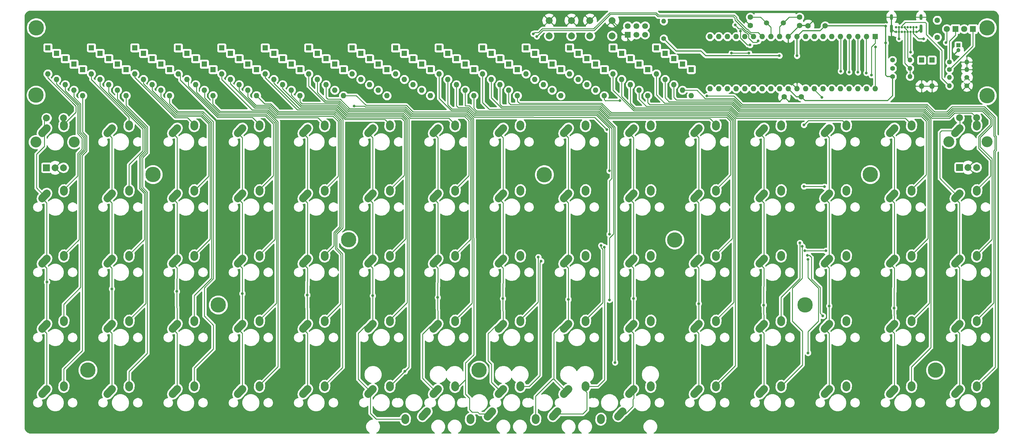
<source format=gbr>
G04 #@! TF.GenerationSoftware,KiCad,Pcbnew,5.1.5*
G04 #@! TF.CreationDate,2020-05-21T13:54:06+02:00*
G04 #@! TF.ProjectId,punk75,70756e6b-3735-42e6-9b69-6361645f7063,rev?*
G04 #@! TF.SameCoordinates,Original*
G04 #@! TF.FileFunction,Copper,L1,Top*
G04 #@! TF.FilePolarity,Positive*
%FSLAX46Y46*%
G04 Gerber Fmt 4.6, Leading zero omitted, Abs format (unit mm)*
G04 Created by KiCad (PCBNEW 5.1.5) date 2020-05-21 13:54:06*
%MOMM*%
%LPD*%
G04 APERTURE LIST*
%ADD10C,2.250000*%
%ADD11C,1.500000*%
%ADD12R,1.700000X1.700000*%
%ADD13C,1.700000*%
%ADD14C,4.500000*%
%ADD15O,0.900000X1.700000*%
%ADD16O,0.900000X2.400000*%
%ADD17C,0.700000*%
%ADD18R,2.000000X2.000000*%
%ADD19C,2.000000*%
%ADD20C,3.200000*%
%ADD21O,1.400000X1.400000*%
%ADD22C,1.400000*%
%ADD23C,1.800000*%
%ADD24R,1.800000X1.800000*%
%ADD25O,1.600000X1.600000*%
%ADD26R,1.600000X1.600000*%
%ADD27C,1.600000*%
%ADD28C,1.200000*%
%ADD29R,1.200000X1.200000*%
%ADD30C,0.800000*%
%ADD31C,0.380000*%
%ADD32C,0.250000*%
%ADD33C,0.254000*%
G04 APERTURE END LIST*
D10*
X300949723Y-197112481D02*
X300990277Y-196532519D01*
X294634252Y-199060782D02*
X295945748Y-197604218D01*
X191175277Y-225162519D02*
X191134723Y-225742481D01*
X197490748Y-223214218D02*
X196179252Y-224670782D01*
X210225277Y-225162519D02*
X210184723Y-225742481D01*
X216540748Y-223214218D02*
X215229252Y-224670782D01*
X229275277Y-225162519D02*
X229234723Y-225742481D01*
X235590748Y-223214218D02*
X234279252Y-224670782D01*
D11*
X301615500Y-109759750D03*
X296735500Y-109759750D03*
D10*
X248325277Y-225162519D02*
X248284723Y-225742481D01*
X254640748Y-223214218D02*
X253329252Y-224670782D01*
X243799723Y-216162481D02*
X243840277Y-215582519D01*
X237484252Y-218110782D02*
X238795748Y-216654218D01*
X339049723Y-178062481D02*
X339090277Y-177482519D01*
X332734252Y-180010782D02*
X334045748Y-178554218D01*
X358099723Y-216162481D02*
X358140277Y-215582519D01*
X351784252Y-218110782D02*
X353095748Y-216654218D01*
X358099723Y-197112481D02*
X358140277Y-196532519D01*
X351784252Y-199060782D02*
X353095748Y-197604218D01*
X358099723Y-178062481D02*
X358140277Y-177482519D01*
X351784252Y-180010782D02*
X353095748Y-178554218D01*
X358099723Y-159012481D02*
X358140277Y-158432519D01*
X351784252Y-160960782D02*
X353095748Y-159504218D01*
X358099723Y-139962481D02*
X358140277Y-139382519D01*
X351784252Y-141910782D02*
X353095748Y-140454218D01*
X339049723Y-216162481D02*
X339090277Y-215582519D01*
X332734252Y-218110782D02*
X334045748Y-216654218D01*
X339049723Y-197112481D02*
X339090277Y-196532519D01*
X332734252Y-199060782D02*
X334045748Y-197604218D01*
X339049723Y-159012481D02*
X339090277Y-158432519D01*
X332734252Y-160960782D02*
X334045748Y-159504218D01*
X339049723Y-139962481D02*
X339090277Y-139382519D01*
X332734252Y-141910782D02*
X334045748Y-140454218D01*
X319999723Y-216162481D02*
X320040277Y-215582519D01*
X313684252Y-218110782D02*
X314995748Y-216654218D01*
X319999723Y-197112481D02*
X320040277Y-196532519D01*
X313684252Y-199060782D02*
X314995748Y-197604218D01*
X319999723Y-178062481D02*
X320040277Y-177482519D01*
X313684252Y-180010782D02*
X314995748Y-178554218D01*
X319999723Y-159012481D02*
X320040277Y-158432519D01*
X313684252Y-160960782D02*
X314995748Y-159504218D01*
X319999723Y-139962481D02*
X320040277Y-139382519D01*
X313684252Y-141910782D02*
X314995748Y-140454218D01*
X300949723Y-216162481D02*
X300990277Y-215582519D01*
X294634252Y-218110782D02*
X295945748Y-216654218D01*
X300949723Y-178062481D02*
X300990277Y-177482519D01*
X294634252Y-180010782D02*
X295945748Y-178554218D01*
X300949723Y-159012481D02*
X300990277Y-158432519D01*
X294634252Y-160960782D02*
X295945748Y-159504218D01*
X300949723Y-139962481D02*
X300990277Y-139382519D01*
X294634252Y-141910782D02*
X295945748Y-140454218D01*
X281899723Y-216162481D02*
X281940277Y-215582519D01*
X275584252Y-218110782D02*
X276895748Y-216654218D01*
X281899723Y-197112481D02*
X281940277Y-196532519D01*
X275584252Y-199060782D02*
X276895748Y-197604218D01*
X281899723Y-178062481D02*
X281940277Y-177482519D01*
X275584252Y-180010782D02*
X276895748Y-178554218D01*
X281899723Y-159012481D02*
X281940277Y-158432519D01*
X275584252Y-160960782D02*
X276895748Y-159504218D01*
X281899723Y-139962481D02*
X281940277Y-139382519D01*
X275584252Y-141910782D02*
X276895748Y-140454218D01*
X262849723Y-216162481D02*
X262890277Y-215582519D01*
X256534252Y-218110782D02*
X257845748Y-216654218D01*
X262849723Y-197112481D02*
X262890277Y-196532519D01*
X256534252Y-199060782D02*
X257845748Y-197604218D01*
X262849723Y-178062481D02*
X262890277Y-177482519D01*
X256534252Y-180010782D02*
X257845748Y-178554218D01*
X262849723Y-159012481D02*
X262890277Y-158432519D01*
X256534252Y-160960782D02*
X257845748Y-159504218D01*
X262849723Y-139962481D02*
X262890277Y-139382519D01*
X256534252Y-141910782D02*
X257845748Y-140454218D01*
X243799723Y-197112481D02*
X243840277Y-196532519D01*
X237484252Y-199060782D02*
X238795748Y-197604218D01*
X243799723Y-178062481D02*
X243840277Y-177482519D01*
X237484252Y-180010782D02*
X238795748Y-178554218D01*
X243799723Y-159012481D02*
X243840277Y-158432519D01*
X237484252Y-160960782D02*
X238795748Y-159504218D01*
X243799723Y-139962481D02*
X243840277Y-139382519D01*
X237484252Y-141910782D02*
X238795748Y-140454218D01*
X224749723Y-216162481D02*
X224790277Y-215582519D01*
X218434252Y-218110782D02*
X219745748Y-216654218D01*
X224749723Y-197112481D02*
X224790277Y-196532519D01*
X218434252Y-199060782D02*
X219745748Y-197604218D01*
X224749723Y-178062481D02*
X224790277Y-177482519D01*
X218434252Y-180010782D02*
X219745748Y-178554218D01*
X224749723Y-159012481D02*
X224790277Y-158432519D01*
X218434252Y-160960782D02*
X219745748Y-159504218D01*
X224749723Y-139962481D02*
X224790277Y-139382519D01*
X218434252Y-141910782D02*
X219745748Y-140454218D01*
X205699723Y-216162481D02*
X205740277Y-215582519D01*
X199384252Y-218110782D02*
X200695748Y-216654218D01*
X205699723Y-197112481D02*
X205740277Y-196532519D01*
X199384252Y-199060782D02*
X200695748Y-197604218D01*
X205699723Y-178062481D02*
X205740277Y-177482519D01*
X199384252Y-180010782D02*
X200695748Y-178554218D01*
X205699723Y-159012481D02*
X205740277Y-158432519D01*
X199384252Y-160960782D02*
X200695748Y-159504218D01*
X205699723Y-139962481D02*
X205740277Y-139382519D01*
X199384252Y-141910782D02*
X200695748Y-140454218D01*
X186649723Y-216162481D02*
X186690277Y-215582519D01*
X180334252Y-218110782D02*
X181645748Y-216654218D01*
X186649723Y-197112481D02*
X186690277Y-196532519D01*
X180334252Y-199060782D02*
X181645748Y-197604218D01*
X186649723Y-178062481D02*
X186690277Y-177482519D01*
X180334252Y-180010782D02*
X181645748Y-178554218D01*
X186649723Y-159012481D02*
X186690277Y-158432519D01*
X180334252Y-160960782D02*
X181645748Y-159504218D01*
X186649723Y-139962481D02*
X186690277Y-139382519D01*
X180334252Y-141910782D02*
X181645748Y-140454218D01*
X167599723Y-216162481D02*
X167640277Y-215582519D01*
X161284252Y-218110782D02*
X162595748Y-216654218D01*
X167599723Y-197112481D02*
X167640277Y-196532519D01*
X161284252Y-199060782D02*
X162595748Y-197604218D01*
X167599723Y-178062481D02*
X167640277Y-177482519D01*
X161284252Y-180010782D02*
X162595748Y-178554218D01*
X167599723Y-159012481D02*
X167640277Y-158432519D01*
X161284252Y-160960782D02*
X162595748Y-159504218D01*
X167599723Y-139962481D02*
X167640277Y-139382519D01*
X161284252Y-141910782D02*
X162595748Y-140454218D01*
X148549723Y-216162481D02*
X148590277Y-215582519D01*
X142234252Y-218110782D02*
X143545748Y-216654218D01*
X148549723Y-197112481D02*
X148590277Y-196532519D01*
X142234252Y-199060782D02*
X143545748Y-197604218D01*
X148549723Y-178062481D02*
X148590277Y-177482519D01*
X142234252Y-180010782D02*
X143545748Y-178554218D01*
X148549723Y-159012481D02*
X148590277Y-158432519D01*
X142234252Y-160960782D02*
X143545748Y-159504218D01*
X148549723Y-139962481D02*
X148590277Y-139382519D01*
X142234252Y-141910782D02*
X143545748Y-140454218D01*
X129499723Y-216162481D02*
X129540277Y-215582519D01*
X123184252Y-218110782D02*
X124495748Y-216654218D01*
X129499723Y-197112481D02*
X129540277Y-196532519D01*
X123184252Y-199060782D02*
X124495748Y-197604218D01*
X129499723Y-178062481D02*
X129540277Y-177482519D01*
X123184252Y-180010782D02*
X124495748Y-178554218D01*
X129499723Y-159012481D02*
X129540277Y-158432519D01*
X123184252Y-160960782D02*
X124495748Y-159504218D01*
X129499723Y-139962481D02*
X129540277Y-139382519D01*
X123184252Y-141910782D02*
X124495748Y-140454218D01*
X110449723Y-216162481D02*
X110490277Y-215582519D01*
X104134252Y-218110782D02*
X105445748Y-216654218D01*
X110449723Y-197112481D02*
X110490277Y-196532519D01*
X104134252Y-199060782D02*
X105445748Y-197604218D01*
X110449723Y-178062481D02*
X110490277Y-177482519D01*
X104134252Y-180010782D02*
X105445748Y-178554218D01*
X110449723Y-159012481D02*
X110490277Y-158432519D01*
X104134252Y-160960782D02*
X105445748Y-159504218D01*
X110449723Y-139962481D02*
X110490277Y-139382519D01*
X104134252Y-141910782D02*
X105445748Y-140454218D01*
X91399723Y-216162481D02*
X91440277Y-215582519D01*
X85084252Y-218110782D02*
X86395748Y-216654218D01*
X91399723Y-197112481D02*
X91440277Y-196532519D01*
X85084252Y-199060782D02*
X86395748Y-197604218D01*
X91399723Y-178062481D02*
X91440277Y-177482519D01*
X85084252Y-180010782D02*
X86395748Y-178554218D01*
X91399723Y-159012481D02*
X91440277Y-158432519D01*
X85084252Y-160960782D02*
X86395748Y-159504218D01*
X91399723Y-139962481D02*
X91440277Y-139382519D01*
X85084252Y-141910782D02*
X86395748Y-140454218D01*
D12*
X256159000Y-113157000D03*
D13*
X256159000Y-110617000D03*
X258699000Y-113157000D03*
X258699000Y-110617000D03*
X261239000Y-113157000D03*
X261239000Y-110617000D03*
D14*
X307975000Y-192087500D03*
X136525000Y-192087500D03*
D15*
X333210000Y-108020000D03*
X341860000Y-108020000D03*
D16*
X333210000Y-111400000D03*
X341860000Y-111400000D03*
D17*
X337110000Y-111030000D03*
X334560000Y-111030000D03*
X335410000Y-111030000D03*
X336260000Y-111030000D03*
X340510000Y-111030000D03*
X338810000Y-111030000D03*
X337960000Y-111030000D03*
X339660000Y-111030000D03*
X334560000Y-112380000D03*
X335410000Y-112380000D03*
X336260000Y-112380000D03*
X337110000Y-112380000D03*
X337960000Y-112380000D03*
X338810000Y-112380000D03*
X339660000Y-112380000D03*
X340510000Y-112380000D03*
D18*
X353100000Y-151940000D03*
D19*
X355600000Y-151940000D03*
X358100000Y-151940000D03*
D20*
X350000000Y-144440000D03*
X361200000Y-144440000D03*
D19*
X353100000Y-137440000D03*
X358100000Y-137440000D03*
D18*
X86360000Y-152019000D03*
D19*
X88860000Y-152019000D03*
X91360000Y-152019000D03*
D20*
X83260000Y-144519000D03*
X94460000Y-144519000D03*
D19*
X86360000Y-137519000D03*
X91360000Y-137519000D03*
D21*
X355219000Y-121158000D03*
D22*
X350139000Y-121158000D03*
D23*
X349377000Y-111506000D03*
D24*
X351917000Y-111506000D03*
D25*
X342011000Y-128206500D03*
D26*
X342011000Y-120586500D03*
D25*
X345059000Y-128206500D03*
D26*
X345059000Y-120586500D03*
D25*
X188341000Y-124618750D03*
D26*
X188341000Y-116998750D03*
D25*
X249301000Y-130968750D03*
D26*
X249301000Y-123348750D03*
D25*
X274701000Y-130937000D03*
D26*
X274701000Y-123317000D03*
D25*
X272161000Y-129381250D03*
D26*
X272161000Y-121761250D03*
D25*
X269621000Y-127793750D03*
D26*
X269621000Y-120173750D03*
D25*
X267081000Y-126206250D03*
D26*
X267081000Y-118586250D03*
D25*
X264541000Y-124587000D03*
D26*
X264541000Y-116967000D03*
D25*
X262001000Y-130968750D03*
D26*
X262001000Y-123348750D03*
D25*
X259461000Y-129381250D03*
D26*
X259461000Y-121761250D03*
D25*
X256921000Y-127793750D03*
D26*
X256921000Y-120173750D03*
D25*
X254381000Y-126206250D03*
D26*
X254381000Y-118586250D03*
D25*
X251841000Y-124587000D03*
D26*
X251841000Y-116967000D03*
D25*
X246761000Y-129381250D03*
D26*
X246761000Y-121761250D03*
D25*
X244221000Y-127793750D03*
D26*
X244221000Y-120173750D03*
D25*
X241681000Y-126206250D03*
D26*
X241681000Y-118586250D03*
D25*
X239141000Y-124587000D03*
D26*
X239141000Y-116967000D03*
D25*
X236601000Y-130968750D03*
D26*
X236601000Y-123348750D03*
D25*
X234061000Y-129381250D03*
D26*
X234061000Y-121761250D03*
D25*
X231521000Y-127793750D03*
D26*
X231521000Y-120173750D03*
D25*
X228981000Y-126206250D03*
D26*
X228981000Y-118586250D03*
D25*
X226441000Y-124618750D03*
D26*
X226441000Y-116998750D03*
D25*
X223901000Y-130968750D03*
D26*
X223901000Y-123348750D03*
D25*
X221361000Y-129381250D03*
D26*
X221361000Y-121761250D03*
D25*
X218821000Y-127793750D03*
D26*
X218821000Y-120173750D03*
D25*
X216281000Y-126206250D03*
D26*
X216281000Y-118586250D03*
D25*
X213741000Y-124618750D03*
D26*
X213741000Y-116998750D03*
D25*
X211201000Y-130968750D03*
D26*
X211201000Y-123348750D03*
D25*
X208661000Y-129381250D03*
D26*
X208661000Y-121761250D03*
D25*
X206121000Y-127793750D03*
D26*
X206121000Y-120173750D03*
D25*
X203581000Y-126206250D03*
D26*
X203581000Y-118586250D03*
D25*
X201041000Y-124618750D03*
D26*
X201041000Y-116998750D03*
D25*
X198501000Y-130937000D03*
D26*
X198501000Y-123317000D03*
D25*
X195961000Y-129381250D03*
D26*
X195961000Y-121761250D03*
D25*
X193421000Y-127793750D03*
D26*
X193421000Y-120173750D03*
D25*
X190881000Y-126206250D03*
D26*
X190881000Y-118586250D03*
D25*
X185801000Y-131000500D03*
D26*
X185801000Y-123380500D03*
D25*
X183261000Y-129381250D03*
D26*
X183261000Y-121761250D03*
D25*
X180721000Y-127793750D03*
D26*
X180721000Y-120173750D03*
D25*
X178181000Y-126206250D03*
D26*
X178181000Y-118586250D03*
D25*
X175641000Y-124618750D03*
D26*
X175641000Y-116998750D03*
D25*
X173101000Y-130968750D03*
D26*
X173101000Y-123348750D03*
D25*
X170561000Y-129381250D03*
D26*
X170561000Y-121761250D03*
D25*
X168021000Y-127793750D03*
D26*
X168021000Y-120173750D03*
D25*
X165481000Y-126206250D03*
D26*
X165481000Y-118586250D03*
D25*
X162941000Y-124618750D03*
D26*
X162941000Y-116998750D03*
D25*
X160401000Y-130968750D03*
D26*
X160401000Y-123348750D03*
D25*
X157861000Y-129381250D03*
D26*
X157861000Y-121761250D03*
D25*
X155321000Y-127762000D03*
D26*
X155321000Y-120142000D03*
D25*
X152781000Y-126206250D03*
D26*
X152781000Y-118586250D03*
D25*
X150241000Y-124618750D03*
D26*
X150241000Y-116998750D03*
D25*
X147701000Y-130937000D03*
D26*
X147701000Y-123317000D03*
D25*
X145161000Y-129381250D03*
D26*
X145161000Y-121761250D03*
D25*
X142621000Y-127762000D03*
D26*
X142621000Y-120142000D03*
D25*
X140081000Y-126206250D03*
D26*
X140081000Y-118586250D03*
D25*
X137541000Y-124618750D03*
D26*
X137541000Y-116998750D03*
D25*
X135001000Y-130937000D03*
D26*
X135001000Y-123317000D03*
D25*
X132461000Y-129381250D03*
D26*
X132461000Y-121761250D03*
D25*
X129921000Y-127762000D03*
D26*
X129921000Y-120142000D03*
D25*
X127381000Y-126206250D03*
D26*
X127381000Y-118586250D03*
D25*
X124841000Y-124618750D03*
D26*
X124841000Y-116998750D03*
D25*
X122301000Y-130968750D03*
D26*
X122301000Y-123348750D03*
D25*
X119761000Y-129381250D03*
D26*
X119761000Y-121761250D03*
D25*
X117221000Y-127762000D03*
D26*
X117221000Y-120142000D03*
D25*
X114681000Y-126206250D03*
D26*
X114681000Y-118586250D03*
D25*
X112141000Y-124587000D03*
D26*
X112141000Y-116967000D03*
D25*
X109601000Y-130968750D03*
D26*
X109601000Y-123348750D03*
D25*
X107061000Y-129381250D03*
D26*
X107061000Y-121761250D03*
D25*
X104521000Y-127762000D03*
D26*
X104521000Y-120142000D03*
D25*
X101981000Y-126206250D03*
D26*
X101981000Y-118586250D03*
D25*
X99441000Y-124587000D03*
D26*
X99441000Y-116967000D03*
D25*
X96901000Y-130968750D03*
D26*
X96901000Y-123348750D03*
D25*
X94361000Y-129381250D03*
D26*
X94361000Y-121761250D03*
D25*
X91821000Y-127762000D03*
D26*
X91821000Y-120142000D03*
D25*
X89281000Y-126206250D03*
D26*
X89281000Y-118586250D03*
D25*
X86741000Y-124587000D03*
D26*
X86741000Y-116967000D03*
D14*
X361156250Y-130968750D03*
X361156250Y-111125000D03*
X83312000Y-130810000D03*
X83343750Y-111125000D03*
D21*
X355219000Y-123317000D03*
D22*
X350139000Y-123317000D03*
D23*
X354457000Y-111506000D03*
D24*
X356997000Y-111506000D03*
D14*
X231775000Y-154051000D03*
X327025000Y-154000000D03*
X346075000Y-211137500D03*
X212725000Y-211137500D03*
X174625000Y-173037500D03*
X269875000Y-173101000D03*
X98425000Y-211137500D03*
X117475000Y-154010000D03*
D25*
X328485500Y-128968500D03*
X280225500Y-113728500D03*
X325945500Y-128968500D03*
X282765500Y-113728500D03*
X323405500Y-128968500D03*
X285305500Y-113728500D03*
X320865500Y-128968500D03*
X287845500Y-113728500D03*
X318325500Y-128968500D03*
X290385500Y-113728500D03*
X315785500Y-128968500D03*
X292925500Y-113728500D03*
X313245500Y-128968500D03*
X295465500Y-113728500D03*
X310705500Y-128968500D03*
X298005500Y-113728500D03*
X308165500Y-128968500D03*
X300545500Y-113728500D03*
X305625500Y-128968500D03*
X303085500Y-113728500D03*
X303085500Y-128968500D03*
X305625500Y-113728500D03*
X300545500Y-128968500D03*
X308165500Y-113728500D03*
X298005500Y-128968500D03*
X310705500Y-113728500D03*
X295465500Y-128968500D03*
X313245500Y-113728500D03*
X292925500Y-128968500D03*
X315785500Y-113728500D03*
X290385500Y-128968500D03*
X318325500Y-113728500D03*
X287845500Y-128968500D03*
X320865500Y-113728500D03*
X285305500Y-128968500D03*
X323405500Y-113728500D03*
X282765500Y-128968500D03*
X325945500Y-113728500D03*
X280225500Y-128968500D03*
D26*
X328485500Y-113728500D03*
D19*
X251618750Y-109006250D03*
X251618750Y-113506250D03*
X245118750Y-109006250D03*
X245118750Y-113506250D03*
X233212500Y-113506250D03*
X233212500Y-109006250D03*
X239712500Y-113506250D03*
X239712500Y-109006250D03*
D21*
X338613750Y-125412500D03*
D22*
X333533750Y-125412500D03*
D21*
X266700000Y-109220000D03*
D22*
X266700000Y-114300000D03*
D21*
X350170750Y-128079500D03*
D22*
X355250750Y-128079500D03*
D21*
X338613750Y-120586500D03*
D22*
X333533750Y-120586500D03*
D21*
X350170750Y-125666500D03*
D22*
X355250750Y-125666500D03*
D21*
X338613750Y-122999500D03*
D22*
X333533750Y-122999500D03*
D27*
X346583000Y-108919000D03*
X346583000Y-113919000D03*
D28*
X352742500Y-117705000D03*
D29*
X352742500Y-116205000D03*
D27*
X301895500Y-131318000D03*
X306895500Y-131318000D03*
X308848750Y-110553500D03*
X313848750Y-110553500D03*
X292004750Y-110521750D03*
X292004750Y-108021750D03*
X306355750Y-110521750D03*
X306355750Y-108021750D03*
D30*
X341884000Y-117475000D03*
X333210000Y-114390000D03*
X331533500Y-110680500D03*
X305625500Y-119316500D03*
X300500000Y-119310000D03*
X331530000Y-115580000D03*
X191047750Y-211494750D03*
X176276001Y-134041295D03*
X230055847Y-178122153D03*
X230886000Y-179324000D03*
X248412000Y-174752000D03*
X249340310Y-175220690D03*
X250106030Y-140843000D03*
X250825000Y-152908000D03*
X250825000Y-171450000D03*
X250825000Y-190627000D03*
X252476000Y-208915000D03*
X306451000Y-173990000D03*
X307176000Y-175006000D03*
X307638876Y-139509187D03*
X313626500Y-157543500D03*
X307662835Y-157479655D03*
X307911500Y-176276000D03*
X314071000Y-176276000D03*
X308673500Y-177609500D03*
X313182000Y-195326000D03*
X253873000Y-132445597D03*
X308864000Y-178816000D03*
X308864000Y-206121000D03*
X279273000Y-131092881D03*
X342640000Y-114360000D03*
X335410000Y-114350000D03*
X86487000Y-185420000D03*
X105450000Y-187412000D03*
X124460000Y-188150500D03*
X143573500Y-188785500D03*
X162560000Y-189230000D03*
X181673500Y-189420500D03*
X312928000Y-131445000D03*
X200660000Y-189928500D03*
X219710000Y-190246000D03*
X238823500Y-190500000D03*
X257873500Y-190246000D03*
X318389000Y-123825000D03*
X276900000Y-191730000D03*
X320865500Y-124079000D03*
X295910000Y-192151000D03*
X315023500Y-192405000D03*
X323405500Y-124142500D03*
X334010000Y-193040000D03*
X294259000Y-114977510D03*
X287564403Y-110326597D03*
X286512000Y-118520000D03*
X291592000Y-118491000D03*
X291920000Y-116177000D03*
X289080000Y-112110000D03*
X338836000Y-118300500D03*
X349123000Y-115443000D03*
X328570000Y-116730000D03*
X228600000Y-112903000D03*
X229616000Y-113665000D03*
X325882000Y-124333000D03*
X327406000Y-124968000D03*
D31*
X306387500Y-110553500D02*
X306355750Y-110521750D01*
X251618750Y-109846750D02*
X251618750Y-109006250D01*
X254929000Y-113157000D02*
X251618750Y-109846750D01*
X256159000Y-113157000D02*
X254929000Y-113157000D01*
X355219000Y-128047750D02*
X355250750Y-128079500D01*
X341868750Y-117459750D02*
X341884000Y-117475000D01*
X303085500Y-118046500D02*
X303085500Y-118110000D01*
X305625500Y-128968500D02*
X303085500Y-126428500D01*
X303085500Y-126428500D02*
X303085500Y-117665500D01*
X303085500Y-117665500D02*
X303085500Y-113728500D01*
X280354521Y-117667521D02*
X303083479Y-117667521D01*
X275590000Y-112903000D02*
X280354521Y-117667521D01*
X256159000Y-113157000D02*
X256159000Y-114387000D01*
X256159000Y-114387000D02*
X257278500Y-115506500D01*
X257278500Y-115506500D02*
X261810500Y-115506500D01*
X303083479Y-117667521D02*
X303085500Y-117665500D01*
X261810500Y-115506500D02*
X264414000Y-112903000D01*
X264414000Y-112903000D02*
X275590000Y-112903000D01*
X333210000Y-111400000D02*
X333210000Y-108020000D01*
X334190000Y-112380000D02*
X333210000Y-111400000D01*
X334560000Y-112380000D02*
X334190000Y-112380000D01*
X340880000Y-112380000D02*
X341860000Y-111400000D01*
X340510000Y-112380000D02*
X340880000Y-112380000D01*
X333210000Y-111400000D02*
X333210000Y-114390000D01*
X308817000Y-110521750D02*
X308848750Y-110553500D01*
X306355750Y-110521750D02*
X308817000Y-110521750D01*
X303149000Y-113728500D02*
X303085500Y-113728500D01*
X306355750Y-110521750D02*
X303149000Y-113728500D01*
D32*
X303353500Y-108021750D02*
X301615500Y-109759750D01*
X306355750Y-108021750D02*
X303353500Y-108021750D01*
X300545500Y-110829750D02*
X301615500Y-109759750D01*
X300545500Y-113728500D02*
X300545500Y-110829750D01*
X294997500Y-108021750D02*
X296735500Y-109759750D01*
X292004750Y-108021750D02*
X294997500Y-108021750D01*
X298005500Y-111029750D02*
X296735500Y-109759750D01*
X298005500Y-113728500D02*
X298005500Y-111029750D01*
D31*
X331533500Y-116141500D02*
X331533500Y-124968000D01*
X331978000Y-125412500D02*
X333533750Y-125412500D01*
X331533500Y-124968000D02*
X331978000Y-125412500D01*
X305435000Y-131318000D02*
X303085500Y-128968500D01*
X306895500Y-131318000D02*
X305435000Y-131318000D01*
X306895500Y-131318000D02*
X307975000Y-132397500D01*
X307975000Y-132397500D02*
X332105000Y-132397500D01*
X333533750Y-130968750D02*
X332105000Y-132397500D01*
X333533750Y-125412500D02*
X333533750Y-130968750D01*
X305625500Y-113728500D02*
X305625500Y-119316500D01*
X305625500Y-119316500D02*
X305625500Y-119316500D01*
X277558500Y-117919500D02*
X270319500Y-117919500D01*
X270319500Y-117919500D02*
X266700000Y-114300000D01*
X300500000Y-119310000D02*
X278949000Y-119310000D01*
X278949000Y-119310000D02*
X277558500Y-117919500D01*
X331533500Y-116141500D02*
X331530000Y-115580000D01*
X331530000Y-115580000D02*
X331533500Y-110680500D01*
X305625500Y-113728500D02*
X307340000Y-112014000D01*
X312388250Y-112014000D02*
X313848750Y-110553500D01*
X307340000Y-112014000D02*
X312388250Y-112014000D01*
X331406500Y-110553500D02*
X331533500Y-110680500D01*
X313848750Y-110553500D02*
X331406500Y-110553500D01*
D32*
X92564999Y-157307501D02*
X91440000Y-158432500D01*
X95457640Y-154414860D02*
X91440000Y-158432500D01*
X89281000Y-126206250D02*
X89281000Y-127621960D01*
X89281000Y-127621960D02*
X95457640Y-133798600D01*
X95457640Y-133798600D02*
X95457640Y-142066640D01*
X95457640Y-142066640D02*
X96774000Y-143383000D01*
X96774000Y-143383000D02*
X96774000Y-146558000D01*
X95457640Y-147874360D02*
X95457640Y-154414860D01*
X96774000Y-146558000D02*
X95457640Y-147874360D01*
X92564999Y-176357501D02*
X91440000Y-177482500D01*
X91821000Y-127762000D02*
X91821000Y-129525550D01*
X91821000Y-129525550D02*
X95907650Y-133612200D01*
X95907650Y-173014850D02*
X91440000Y-177482500D01*
X95907650Y-133612200D02*
X95907650Y-141880240D01*
X97224010Y-143196600D02*
X97224009Y-146744401D01*
X95907650Y-141880240D02*
X97224010Y-143196600D01*
X97224009Y-146744401D02*
X95907650Y-148060760D01*
X95907650Y-148060760D02*
X95907650Y-173014850D01*
X91420000Y-191917000D02*
X91420000Y-196822500D01*
X97674018Y-146930802D02*
X96357660Y-148247160D01*
X96357660Y-148247160D02*
X96357660Y-186979340D01*
X94361000Y-131429140D02*
X96357660Y-133425800D01*
X96357660Y-133425800D02*
X96357660Y-141693840D01*
X94361000Y-129381250D02*
X94361000Y-131429140D01*
X96357660Y-141693840D02*
X97674019Y-143010201D01*
X96357660Y-186979340D02*
X91420000Y-191917000D01*
X97674019Y-143010201D02*
X97674018Y-146930802D01*
X91400000Y-216162500D02*
X91400000Y-215622500D01*
X91420000Y-210840000D02*
X91420000Y-215872500D01*
X96901000Y-141600773D02*
X98124028Y-142823801D01*
X96901000Y-130968750D02*
X96901000Y-141600773D01*
X98124028Y-142823801D02*
X98124027Y-147117203D01*
X98124027Y-147117203D02*
X96807670Y-148433560D01*
X96807669Y-205452331D02*
X91420000Y-210840000D01*
X96807670Y-148433560D02*
X96807669Y-205452331D01*
X110490000Y-137287000D02*
X110490000Y-139922500D01*
X99441000Y-126238000D02*
X110490000Y-137287000D01*
X110490000Y-139922500D02*
X110450000Y-139962500D01*
X99441000Y-124587000D02*
X99441000Y-126238000D01*
X110490000Y-158972500D02*
X110450000Y-159012500D01*
X101981000Y-126206250D02*
X101981000Y-128141590D01*
X101981000Y-128141590D02*
X114554000Y-140714591D01*
X114554000Y-140714591D02*
X114554000Y-147066000D01*
X114554000Y-147066000D02*
X110490000Y-151130000D01*
X110490000Y-151130000D02*
X110490000Y-158972500D01*
X110450000Y-177522500D02*
X110450000Y-178062500D01*
X113526982Y-158106802D02*
X114923980Y-159503800D01*
X113526981Y-148729431D02*
X113526982Y-158106802D01*
X114923980Y-173048520D02*
X110490000Y-177482500D01*
X114923980Y-159503800D02*
X114923980Y-173048520D01*
X115004009Y-147252401D02*
X113526981Y-148729431D01*
X104521000Y-127762000D02*
X104521000Y-130045180D01*
X104521000Y-130045180D02*
X115004009Y-140528190D01*
X115004009Y-140528190D02*
X115004009Y-147252401D01*
X110450000Y-196731250D02*
X110450000Y-197112500D01*
X115454018Y-147438802D02*
X114428410Y-148464410D01*
X115373990Y-191648510D02*
X110490000Y-196532500D01*
X113976991Y-157920401D02*
X115373990Y-159317400D01*
X115373990Y-159317400D02*
X115373990Y-191648510D01*
X114428410Y-148464410D02*
X113976990Y-148915830D01*
X113976990Y-148915830D02*
X113976991Y-157920401D01*
X115454019Y-147438801D02*
X115454018Y-147438802D01*
X107061000Y-131948771D02*
X115454019Y-140341790D01*
X115454019Y-140341790D02*
X115454019Y-147438801D01*
X107061000Y-129381250D02*
X107061000Y-131948771D01*
X110490000Y-213991510D02*
X110490000Y-215582500D01*
X115824000Y-206248000D02*
X110490000Y-211582000D01*
X110490000Y-211582000D02*
X110490000Y-215582500D01*
X115824000Y-159131000D02*
X115824000Y-206248000D01*
X114427000Y-157734000D02*
X115824000Y-159131000D01*
X109601000Y-130968750D02*
X109601000Y-133852361D01*
X115904029Y-147625201D02*
X114427000Y-149102230D01*
X115904029Y-140155390D02*
X115904029Y-147625201D01*
X109601000Y-133852361D02*
X115904029Y-140155390D01*
X114427000Y-149102230D02*
X114427000Y-157734000D01*
X127592180Y-137434680D02*
X129540000Y-139382500D01*
X123940930Y-137434680D02*
X127592180Y-137434680D01*
X112141000Y-125634750D02*
X123940930Y-137434680D01*
X112141000Y-124587000D02*
X112141000Y-125634750D01*
X133727196Y-154515304D02*
X129520000Y-158722500D01*
X133730571Y-140588939D02*
X133727196Y-154515304D01*
X114681000Y-127538340D02*
X124127331Y-136984669D01*
X114681000Y-126206250D02*
X114681000Y-127538340D01*
X131523669Y-136984669D02*
X133730910Y-139191911D01*
X124127331Y-136984669D02*
X131523669Y-136984669D01*
X133730910Y-139191911D02*
X133730571Y-140588939D01*
X134172763Y-172849737D02*
X134172763Y-172841489D01*
X129520000Y-177772500D02*
X129520000Y-177502500D01*
X129520000Y-177502500D02*
X134172763Y-172849737D01*
X131710071Y-136534661D02*
X134180965Y-139005556D01*
X134180965Y-139005556D02*
X134180965Y-139005600D01*
X124313730Y-136534660D02*
X131710071Y-136534661D01*
X117221000Y-127762000D02*
X117221000Y-129441930D01*
X117221000Y-129441930D02*
X124313730Y-136534660D01*
X134177287Y-154177924D02*
X134172761Y-172849737D01*
X134180965Y-139005556D02*
X134177287Y-154177924D01*
X119856250Y-131440770D02*
X124500131Y-136084651D01*
X124500131Y-136084651D02*
X131896472Y-136084652D01*
X131896472Y-136084652D02*
X134631020Y-138819200D01*
X119761000Y-131345520D02*
X119761000Y-129381250D01*
X119856250Y-131440770D02*
X119761000Y-131345520D01*
X129520000Y-196822500D02*
X129520000Y-189377000D01*
X134631020Y-138819200D02*
X134620000Y-184277000D01*
X129520000Y-189377000D02*
X134620000Y-184277000D01*
X129520000Y-210586000D02*
X129520000Y-215872500D01*
X135081030Y-138632800D02*
X135113237Y-184037763D01*
X135113237Y-184037763D02*
X135113237Y-184420173D01*
X124686532Y-135634642D02*
X132082873Y-135634643D01*
X132082873Y-135634643D02*
X135081030Y-138632800D01*
X132461000Y-195326000D02*
X135128000Y-197993000D01*
X122301000Y-130968750D02*
X122301000Y-133249110D01*
X122301000Y-133249110D02*
X124686532Y-135634642D01*
X135113237Y-184420173D02*
X132461000Y-187072410D01*
X132461000Y-187072410D02*
X132461000Y-195326000D01*
X135128000Y-197993000D02*
X135128000Y-204978000D01*
X135128000Y-204978000D02*
X129520000Y-210586000D01*
X147465001Y-138257501D02*
X148590000Y-139382500D01*
X136338600Y-137356010D02*
X146563510Y-137356010D01*
X146563510Y-137356010D02*
X147465001Y-138257501D01*
X125412500Y-126429910D02*
X136338600Y-137356010D01*
X125412500Y-124618750D02*
X125412500Y-126429910D01*
X136525000Y-136906000D02*
X150368000Y-136906000D01*
X127793750Y-126206250D02*
X127793750Y-128174750D01*
X127793750Y-128174750D02*
X136525000Y-136906000D01*
X150368000Y-136906000D02*
X152654000Y-139192000D01*
X152654000Y-154368500D02*
X148590000Y-158432500D01*
X152654000Y-139192000D02*
X152654000Y-154368500D01*
X153104010Y-172968490D02*
X148590000Y-177482500D01*
X130175000Y-127793750D02*
X130175000Y-129919590D01*
X136711400Y-136455990D02*
X150554401Y-136455991D01*
X150554401Y-136455991D02*
X153104010Y-139005600D01*
X130175000Y-129919590D02*
X136711400Y-136455990D01*
X153104010Y-139005600D02*
X153104010Y-172968490D01*
X153554020Y-191568480D02*
X148590000Y-196532500D01*
X132556250Y-131664430D02*
X136897801Y-136005981D01*
X136897801Y-136005981D02*
X150740802Y-136005982D01*
X150740802Y-136005982D02*
X153554020Y-138819200D01*
X132556250Y-129381250D02*
X132556250Y-131664430D01*
X153554020Y-138819200D02*
X153554020Y-191568480D01*
X134937500Y-133409270D02*
X136971615Y-135443385D01*
X134937500Y-130968750D02*
X134937500Y-133409270D01*
X154004030Y-138632800D02*
X154004030Y-210168470D01*
X154004030Y-210168470D02*
X148590000Y-215582500D01*
X150927203Y-135555973D02*
X154004030Y-138632800D01*
X134937500Y-133409270D02*
X137084202Y-135555972D01*
X137084202Y-135555972D02*
X150927203Y-135555973D01*
X147012213Y-135105963D02*
X151113604Y-135105964D01*
X151113604Y-135105964D02*
X153421640Y-137414000D01*
X165671500Y-137414000D02*
X167640000Y-139382500D01*
X153421640Y-137414000D02*
X165671500Y-137414000D01*
X146408963Y-135105963D02*
X147012213Y-135105963D01*
X137541000Y-126238000D02*
X146408963Y-135105963D01*
X137541000Y-124618750D02*
X137541000Y-126238000D01*
X171577000Y-138430000D02*
X171577000Y-154495500D01*
X170110990Y-136963990D02*
X171577000Y-138430000D01*
X147198614Y-134655954D02*
X151300005Y-134655955D01*
X153608040Y-136963990D02*
X170110990Y-136963990D01*
X171577000Y-154495500D02*
X167640000Y-158432500D01*
X151300005Y-134655955D02*
X153608040Y-136963990D01*
X140081000Y-127538340D02*
X140081000Y-126206250D01*
X147198614Y-134655954D02*
X140081000Y-127538340D01*
X147385015Y-134205945D02*
X151486406Y-134205946D01*
X142875000Y-129695930D02*
X147385015Y-134205945D01*
X151486406Y-134205946D02*
X153794440Y-136513980D01*
X170297391Y-136513981D02*
X172027010Y-138243600D01*
X153794440Y-136513980D02*
X170297391Y-136513981D01*
X172027010Y-160343010D02*
X172027010Y-160597010D01*
X172027010Y-138243600D02*
X172027010Y-160343010D01*
X170295981Y-174826519D02*
X167600000Y-177522500D01*
X170295981Y-170950201D02*
X170295981Y-174826519D01*
X172027010Y-169219170D02*
X170295981Y-170950201D01*
X167600000Y-177522500D02*
X167600000Y-178062500D01*
X172027010Y-160343010D02*
X172027010Y-169219170D01*
X142621000Y-129441930D02*
X142875000Y-129695930D01*
X142621000Y-127762000D02*
X142621000Y-129441930D01*
X172396990Y-191775510D02*
X167640000Y-196532500D01*
X153980841Y-136063971D02*
X170483792Y-136063972D01*
X151672807Y-133755937D02*
X153980841Y-136063971D01*
X147571416Y-133755936D02*
X151672807Y-133755937D01*
X172396990Y-177351400D02*
X172396990Y-191775510D01*
X172477020Y-169405570D02*
X170745990Y-171136600D01*
X172477020Y-138057200D02*
X172477020Y-169405570D01*
X170745990Y-171136600D02*
X170745991Y-175700401D01*
X145256250Y-131440770D02*
X147571416Y-133755936D01*
X170483792Y-136063972D02*
X172477020Y-138057200D01*
X170745991Y-175700401D02*
X172396990Y-177351400D01*
X145161000Y-131345520D02*
X145161000Y-129381250D01*
X145256250Y-131440770D02*
X145161000Y-131345520D01*
X151859206Y-133305928D02*
X150069927Y-133305927D01*
X154167242Y-135613962D02*
X151859206Y-133305928D01*
X170670193Y-135613963D02*
X154167242Y-135613962D01*
X172847000Y-210375500D02*
X172847000Y-177165000D01*
X172927030Y-137870800D02*
X170670193Y-135613963D01*
X167640000Y-215582500D02*
X172847000Y-210375500D01*
X172927030Y-169591970D02*
X172927030Y-137870800D01*
X172847000Y-177165000D02*
X171196000Y-175514000D01*
X150069927Y-133305927D02*
X147701000Y-130937000D01*
X171196000Y-171323000D02*
X172927030Y-169591970D01*
X171196000Y-175514000D02*
X171196000Y-171323000D01*
X185223860Y-137916360D02*
X186690000Y-139382500D01*
X170856594Y-135163954D02*
X173609000Y-137916360D01*
X173609000Y-137916360D02*
X185223860Y-137916360D01*
X170856594Y-135163954D02*
X160226333Y-135163953D01*
X159654833Y-135163953D02*
X160226333Y-135163953D01*
X150241000Y-125750120D02*
X159654833Y-135163953D01*
X150241000Y-124618750D02*
X150241000Y-125750120D01*
X190881000Y-154241500D02*
X186690000Y-158432500D01*
X190881000Y-138303000D02*
X190881000Y-154241500D01*
X190044350Y-137466350D02*
X190881000Y-138303000D01*
X171042995Y-134713945D02*
X173795400Y-137466350D01*
X173795400Y-137466350D02*
X190044350Y-137466350D01*
X171042995Y-134713945D02*
X160490714Y-134713944D01*
X152781000Y-127337620D02*
X152781000Y-126206250D01*
X160490714Y-134713944D02*
X160157324Y-134713944D01*
X152781000Y-127337620D02*
X160157323Y-134713943D01*
X191331010Y-172841490D02*
X186690000Y-177482500D01*
X191331010Y-138116600D02*
X191331010Y-172841490D01*
X190230751Y-137016341D02*
X191331010Y-138116600D01*
X171229396Y-134263936D02*
X173981800Y-137016340D01*
X173981800Y-137016340D02*
X190230751Y-137016341D01*
X171229396Y-134263936D02*
X160677115Y-134263935D01*
X155321000Y-128907820D02*
X155321000Y-127762000D01*
X160677115Y-134263935D02*
X155321000Y-128907820D01*
X191781020Y-191441480D02*
X186690000Y-196532500D01*
X190417152Y-136566332D02*
X191781020Y-137930200D01*
X171415797Y-133813927D02*
X174168201Y-136566331D01*
X191781020Y-137930200D02*
X191781020Y-191441480D01*
X174168201Y-136566331D02*
X190417152Y-136566332D01*
X160863516Y-133813926D02*
X157956250Y-130906660D01*
X171415797Y-133813927D02*
X160863516Y-133813926D01*
X157861000Y-130811410D02*
X157861000Y-129381250D01*
X160863516Y-133813926D02*
X157861000Y-130811410D01*
X190603553Y-136116323D02*
X192231030Y-137743800D01*
X192231030Y-210311470D02*
X191047750Y-211494750D01*
X192231030Y-137743800D02*
X192231030Y-210311470D01*
X160401000Y-130968750D02*
X160401000Y-132715000D01*
X171602198Y-133363918D02*
X174354602Y-136116322D01*
X160401000Y-132715000D02*
X161049917Y-133363917D01*
X161049917Y-133363917D02*
X171602198Y-133363918D01*
X174354602Y-136116322D02*
X190603553Y-136116323D01*
X191008000Y-211534500D02*
X192231030Y-210311470D01*
X191047750Y-211494750D02*
X186670000Y-215872500D01*
X192681040Y-137557400D02*
X203914900Y-137557400D01*
X190789954Y-135666314D02*
X192681040Y-137557400D01*
X203914900Y-137557400D02*
X205740000Y-139382500D01*
X174541003Y-135666313D02*
X190789954Y-135666314D01*
X167711908Y-132913908D02*
X171788599Y-132913909D01*
X171788599Y-132913909D02*
X174541003Y-135666313D01*
X162941000Y-128143000D02*
X162941000Y-124618750D01*
X167711908Y-132913908D02*
X162941000Y-128143000D01*
X209804000Y-138303000D02*
X209804000Y-154368500D01*
X208608390Y-137107390D02*
X209804000Y-138303000D01*
X192867440Y-137107390D02*
X208608390Y-137107390D01*
X190976355Y-135216305D02*
X192867440Y-137107390D01*
X209804000Y-154368500D02*
X205740000Y-158432500D01*
X171975000Y-132463900D02*
X174727404Y-135216304D01*
X167898309Y-132463899D02*
X171975000Y-132463900D01*
X174727404Y-135216304D02*
X190976355Y-135216305D01*
X165481000Y-130046590D02*
X165481000Y-126206250D01*
X167898309Y-132463899D02*
X165481000Y-130046590D01*
X193053840Y-136657380D02*
X208794791Y-136657381D01*
X208794791Y-136657381D02*
X210254010Y-138116600D01*
X210254010Y-138116600D02*
X210254010Y-172968490D01*
X210254010Y-172968490D02*
X205740000Y-177482500D01*
X191162756Y-134766296D02*
X193053840Y-136657380D01*
X174913805Y-134766295D02*
X191162756Y-134766296D01*
X168021000Y-131445000D02*
X168021000Y-127793750D01*
X172161399Y-132013891D02*
X168589891Y-132013891D01*
X168589891Y-132013891D02*
X168021000Y-131445000D01*
X174913805Y-134766295D02*
X172161399Y-132013891D01*
X206864999Y-195407501D02*
X205740000Y-196532500D01*
X210704020Y-191568480D02*
X206864999Y-195407501D01*
X193240241Y-136207371D02*
X208981192Y-136207372D01*
X210704020Y-137930200D02*
X210704020Y-191568480D01*
X191271870Y-134239000D02*
X193240241Y-136207371D01*
X208981192Y-136207372D02*
X210704020Y-137930200D01*
X179506592Y-134239000D02*
X179578000Y-134239000D01*
X179308887Y-134041295D02*
X179506592Y-134239000D01*
X176276001Y-134041295D02*
X179308887Y-134041295D01*
X179578000Y-134239000D02*
X191271870Y-134239000D01*
X209167593Y-135757363D02*
X211154030Y-137743800D01*
X193426642Y-135757362D02*
X209167593Y-135757363D01*
X191458271Y-133788991D02*
X193426642Y-135757362D01*
X179692992Y-133788990D02*
X191458271Y-133788991D01*
X176872752Y-130968750D02*
X179692992Y-133788990D01*
X173101000Y-130968750D02*
X176872752Y-130968750D01*
X208788000Y-209042000D02*
X211201000Y-206629000D01*
X211154030Y-137743800D02*
X211201000Y-206629000D01*
X208788000Y-213932247D02*
X208788000Y-212344000D01*
X206847747Y-215872500D02*
X208788000Y-213932247D01*
X208788000Y-212534500D02*
X208788000Y-212344000D01*
X205720000Y-215872500D02*
X206847747Y-215872500D01*
X208788000Y-212344000D02*
X208788000Y-209042000D01*
X208788000Y-213932247D02*
X208788000Y-218186000D01*
X208788000Y-218186000D02*
X209931000Y-219329000D01*
X209931000Y-219329000D02*
X209931000Y-222631000D01*
X209931000Y-222631000D02*
X210693000Y-223393000D01*
X210693000Y-223393000D02*
X212344000Y-223393000D01*
X212893500Y-223942500D02*
X215885000Y-223942500D01*
X212344000Y-223393000D02*
X212893500Y-223942500D01*
X230055847Y-178122153D02*
X230055847Y-178687838D01*
X230055847Y-179517743D02*
X230054990Y-179518600D01*
X230055847Y-178687838D02*
X230055847Y-179517743D01*
X230054990Y-191267510D02*
X224790000Y-196532500D01*
X230054990Y-179518600D02*
X230054990Y-191267510D01*
X230505000Y-179705000D02*
X230886000Y-179324000D01*
X230505000Y-192278000D02*
X230505000Y-179705000D01*
X230505000Y-192151000D02*
X230505000Y-192278000D01*
X224770000Y-215872500D02*
X227357500Y-215872500D01*
X230505000Y-212725000D02*
X230505000Y-209296000D01*
X227357500Y-215872500D02*
X230505000Y-212725000D01*
X230505000Y-192278000D02*
X230505000Y-209296000D01*
X248412000Y-175317685D02*
X248920000Y-175825685D01*
X248412000Y-174752000D02*
X248412000Y-175317685D01*
X248920000Y-191452500D02*
X243840000Y-196532500D01*
X248920000Y-175825685D02*
X248920000Y-191452500D01*
X249381030Y-175261410D02*
X249340310Y-175220690D01*
X249381030Y-192485030D02*
X249381030Y-175261410D01*
X249381030Y-192324970D02*
X249381030Y-192485030D01*
X249381030Y-192485030D02*
X249381030Y-213914970D01*
X247423500Y-215872500D02*
X243820000Y-215872500D01*
X249381030Y-213914970D02*
X247423500Y-215872500D01*
X243820000Y-217283017D02*
X244221000Y-217684017D01*
X243820000Y-215872500D02*
X243820000Y-217283017D01*
X244221000Y-217684017D02*
X244221000Y-222758000D01*
X243036500Y-223942500D02*
X234935000Y-223942500D01*
X244221000Y-222758000D02*
X243036500Y-223942500D01*
X201041000Y-124618750D02*
X201041000Y-131751353D01*
X201041000Y-131751353D02*
X204597000Y-135307353D01*
X204597000Y-135307353D02*
X209353994Y-135307354D01*
X209353994Y-135307354D02*
X211267320Y-137220680D01*
X246507000Y-137287000D02*
X246380000Y-137287000D01*
X248980680Y-139760680D02*
X246507000Y-137287000D01*
X211267320Y-137220680D02*
X246380000Y-137287000D01*
X248980680Y-139760680D02*
X249023710Y-139760680D01*
X249023710Y-139760680D02*
X250106030Y-140843000D01*
X262850000Y-158472500D02*
X262850000Y-159012500D01*
X250825000Y-143383000D02*
X250825000Y-152908000D01*
X250831031Y-143376969D02*
X250825000Y-143383000D01*
X247106702Y-136770670D02*
X250831031Y-140494999D01*
X203581000Y-133654943D02*
X204783401Y-134857344D01*
X250831031Y-140494999D02*
X250831031Y-143376969D01*
X203581000Y-126206250D02*
X203581000Y-133654943D01*
X211453720Y-136770670D02*
X247106702Y-136770670D01*
X209540395Y-134857345D02*
X211453720Y-136770670D01*
X204783401Y-134857344D02*
X209540395Y-134857345D01*
X206629000Y-134407335D02*
X209726796Y-134407336D01*
X206121000Y-133899335D02*
X206629000Y-134407335D01*
X209726796Y-134407336D02*
X211640120Y-136320660D01*
X206121000Y-127793750D02*
X206121000Y-133899335D01*
X251550001Y-140577559D02*
X251550001Y-155103999D01*
X211640120Y-136320660D02*
X247293103Y-136320661D01*
X247293103Y-136320661D02*
X251550001Y-140577559D01*
X251550001Y-155103999D02*
X250825000Y-155829000D01*
X250825000Y-155829000D02*
X250825000Y-171450000D01*
X209913197Y-133957327D02*
X211826520Y-135870650D01*
X208788000Y-133957326D02*
X209913197Y-133957327D01*
X208661000Y-129381250D02*
X208661000Y-133830326D01*
X208661000Y-133830326D02*
X208788000Y-133957326D01*
X247503652Y-135894800D02*
X252000011Y-140391159D01*
X247503652Y-135870652D02*
X247503652Y-135894800D01*
X211826520Y-135870650D02*
X247503652Y-135870652D01*
X252000011Y-140391159D02*
X252000010Y-155290400D01*
X250825000Y-172523002D02*
X250825000Y-190627000D01*
X252000010Y-155290400D02*
X252000010Y-171347992D01*
X252000010Y-171347992D02*
X250825000Y-172523002D01*
X211201000Y-134608720D02*
X211201000Y-130968750D01*
X212012921Y-135420641D02*
X211201000Y-134608720D01*
X247690052Y-135420642D02*
X212012921Y-135420641D01*
X252476000Y-208915000D02*
X252476000Y-140206590D01*
X252476000Y-140206590D02*
X247690052Y-135420642D01*
X213741000Y-132969000D02*
X215742632Y-134970632D01*
X213741000Y-124618750D02*
X213741000Y-132969000D01*
X280225500Y-137668000D02*
X281940000Y-139382500D01*
X247876453Y-134970633D02*
X250573820Y-137668000D01*
X215742632Y-134970632D02*
X247876453Y-134970633D01*
X250573820Y-137668000D02*
X280225500Y-137668000D01*
X248062854Y-134520624D02*
X219229623Y-134520623D01*
X216281000Y-131572000D02*
X216281000Y-126206250D01*
X250760220Y-137217990D02*
X248062854Y-134520624D01*
X219229623Y-134520623D02*
X216281000Y-131572000D01*
X281900000Y-159012500D02*
X281900000Y-158472500D01*
X281900000Y-158472500D02*
X286258000Y-154114500D01*
X285045990Y-137217990D02*
X250760220Y-137217990D01*
X286258000Y-154114500D02*
X286258000Y-138430000D01*
X286258000Y-138430000D02*
X285045990Y-137217990D01*
X286708010Y-172714490D02*
X286708010Y-138243600D01*
X281940000Y-177482500D02*
X286708010Y-172714490D01*
X286708010Y-138243600D02*
X285232391Y-136767981D01*
X285232391Y-136767981D02*
X250946620Y-136767980D01*
X218821000Y-133475590D02*
X218821000Y-127793750D01*
X219416024Y-134070614D02*
X218821000Y-133475590D01*
X250946620Y-136767980D02*
X248249255Y-134070615D01*
X248249255Y-134070615D02*
X219416024Y-134070614D01*
X221361000Y-132985605D02*
X221361000Y-129381250D01*
X221996000Y-133620605D02*
X221361000Y-132985605D01*
X281940000Y-196532500D02*
X287158020Y-191314480D01*
X287158020Y-191314480D02*
X287158020Y-138057200D01*
X287158020Y-138057200D02*
X285418792Y-136317972D01*
X285418792Y-136317972D02*
X251133021Y-136317971D01*
X251133021Y-136317971D02*
X248488060Y-133673010D01*
X248435654Y-133620606D02*
X248669524Y-133854476D01*
X221996000Y-133620605D02*
X248435654Y-133620606D01*
X248674460Y-133223000D02*
X248666000Y-133223000D01*
X287608030Y-209914470D02*
X287608030Y-137870800D01*
X285605193Y-135867963D02*
X251319422Y-135867962D01*
X281940000Y-215582500D02*
X287608030Y-209914470D01*
X287608030Y-137870800D02*
X285605193Y-135867963D01*
X251319422Y-135867962D02*
X248674460Y-133223000D01*
X248622053Y-133170597D02*
X224483597Y-133170597D01*
X248674460Y-133223000D02*
X248622053Y-133170597D01*
X223901000Y-132588000D02*
X223901000Y-130968750D01*
X224483597Y-133170597D02*
X223901000Y-132588000D01*
X306451000Y-173990000D02*
X306451000Y-184404000D01*
X300970000Y-189885000D02*
X300970000Y-196822500D01*
X306451000Y-184404000D02*
X300970000Y-189885000D01*
X300950000Y-215622500D02*
X300950000Y-216162500D01*
X307176000Y-175006000D02*
X307176000Y-175170000D01*
X307176000Y-175006000D02*
X307176000Y-184315410D01*
X307176000Y-184315410D02*
X304292000Y-187199410D01*
X304292000Y-187199410D02*
X304292000Y-196850000D01*
X304292000Y-196850000D02*
X307213000Y-199771000D01*
X307213000Y-209629500D02*
X300970000Y-215872500D01*
X307213000Y-199771000D02*
X307213000Y-209629500D01*
X318915001Y-138257501D02*
X320040000Y-139382500D01*
X308890562Y-138257501D02*
X318915001Y-138257501D01*
X307638876Y-139509187D02*
X308890562Y-138257501D01*
X307721000Y-157480000D02*
X313563000Y-157480000D01*
X313563000Y-157480000D02*
X313626500Y-157543500D01*
X307721000Y-157480000D02*
X307663180Y-157480000D01*
X307663180Y-157480000D02*
X307662835Y-157479655D01*
X307911500Y-176276000D02*
X314071000Y-176276000D01*
X309239185Y-177609500D02*
X309880000Y-178250315D01*
X308673500Y-177609500D02*
X309239185Y-177609500D01*
X309880000Y-184529590D02*
X312362010Y-187011600D01*
X309880000Y-178250315D02*
X309880000Y-184529590D01*
X312362010Y-187011600D02*
X312362010Y-194506010D01*
X312362010Y-194506010D02*
X313182000Y-195326000D01*
X249301000Y-132100120D02*
X249661880Y-132461000D01*
X249301000Y-130968750D02*
X249301000Y-132100120D01*
X249677283Y-132445597D02*
X253873000Y-132445597D01*
X249661880Y-132461000D02*
X249677283Y-132445597D01*
X320000000Y-216162500D02*
X320040000Y-216122500D01*
X308864000Y-178816000D02*
X308864000Y-184150000D01*
X308864000Y-184150000D02*
X311912000Y-187198000D01*
X311912000Y-187198000D02*
X311912000Y-196850000D01*
X308864000Y-199898000D02*
X308864000Y-206121000D01*
X311912000Y-196850000D02*
X308864000Y-199898000D01*
X251841000Y-129340595D02*
X257918358Y-135417953D01*
X251841000Y-124587000D02*
X251841000Y-129340595D01*
X257918358Y-135417953D02*
X285791594Y-135417954D01*
X285791594Y-135417954D02*
X287914640Y-137541000D01*
X337248500Y-137541000D02*
X339090000Y-139382500D01*
X287914640Y-137541000D02*
X337248500Y-137541000D01*
X254381000Y-126206250D02*
X254381000Y-131244185D01*
X254381000Y-131244185D02*
X258104759Y-134967944D01*
X258104759Y-134967944D02*
X285977995Y-134967945D01*
X285977995Y-134967945D02*
X288101040Y-137090990D01*
X288101040Y-137090990D02*
X342068990Y-137090990D01*
X342068990Y-137090990D02*
X343408000Y-138430000D01*
X343408000Y-154114500D02*
X339090000Y-158432500D01*
X343408000Y-138430000D02*
X343408000Y-154114500D01*
X256921000Y-127793750D02*
X256921000Y-133147775D01*
X256921000Y-133147775D02*
X258291160Y-134517935D01*
X258291160Y-134517935D02*
X286164396Y-134517936D01*
X286164396Y-134517936D02*
X288287440Y-136640980D01*
X340214999Y-176357501D02*
X339090000Y-177482500D01*
X343858010Y-172714490D02*
X340214999Y-176357501D01*
X343858010Y-138243600D02*
X343858010Y-172714490D01*
X342255391Y-136640981D02*
X343858010Y-138243600D01*
X288287440Y-136640980D02*
X342255391Y-136640981D01*
X342441792Y-136190972D02*
X344308020Y-138057200D01*
X259461000Y-131908926D02*
X261620001Y-134067927D01*
X339050000Y-196572500D02*
X339050000Y-197112500D01*
X261620001Y-134067927D02*
X286350797Y-134067927D01*
X286350797Y-134067927D02*
X288473841Y-136190971D01*
X259461000Y-129381250D02*
X259461000Y-131908926D01*
X288473841Y-136190971D02*
X342441792Y-136190972D01*
X344308020Y-191584480D02*
X339070000Y-196822500D01*
X344308020Y-185154980D02*
X344308020Y-191584480D01*
X344308020Y-185154980D02*
X344308020Y-185281980D01*
X344308020Y-138057200D02*
X344308020Y-185154980D01*
X339050000Y-215622500D02*
X339050000Y-216162500D01*
X339070000Y-215872500D02*
X339070000Y-210205000D01*
X262001000Y-132982917D02*
X262636000Y-133617917D01*
X344758029Y-204516971D02*
X339070000Y-210205000D01*
X262001000Y-130968750D02*
X262001000Y-132982917D01*
X344758030Y-137870800D02*
X344758029Y-204516971D01*
X288660243Y-135740963D02*
X342628193Y-135740963D01*
X262636000Y-133617917D02*
X286537198Y-133617918D01*
X342628193Y-135740963D02*
X344758030Y-137870800D01*
X286537198Y-133617918D02*
X288660243Y-135740963D01*
X343000995Y-134840945D02*
X345251040Y-137090990D01*
X267081000Y-131572000D02*
X268226899Y-132717899D01*
X267081000Y-126206250D02*
X267081000Y-131572000D01*
X289033044Y-134840944D02*
X343000995Y-134840945D01*
X286910000Y-132717900D02*
X289033044Y-134840944D01*
X268226899Y-132717899D02*
X286910000Y-132717900D01*
X362170183Y-154402317D02*
X358140000Y-158432500D01*
X361368857Y-137090990D02*
X362170183Y-137892317D01*
X362170183Y-137892317D02*
X362170183Y-139478407D01*
X362170183Y-149826183D02*
X362170183Y-154402317D01*
X358705990Y-146361990D02*
X362170183Y-149826183D01*
X358705990Y-142942600D02*
X358705990Y-146361990D01*
X362170183Y-139478407D02*
X358705990Y-142942600D01*
X349952600Y-137090990D02*
X351476600Y-135566990D01*
X345251040Y-137090990D02*
X349952600Y-137090990D01*
X361366076Y-137090990D02*
X361368857Y-137090990D01*
X359842076Y-135566990D02*
X361366076Y-137090990D01*
X351476600Y-135566990D02*
X359842076Y-135566990D01*
X362204000Y-173355000D02*
X358140000Y-177482500D01*
X362620193Y-172938807D02*
X362204000Y-173355000D01*
X361555258Y-136640982D02*
X362620193Y-137705917D01*
X343187396Y-134390936D02*
X345437441Y-136640981D01*
X269621000Y-127793750D02*
X269621000Y-131445000D01*
X269621000Y-131445000D02*
X270443890Y-132267890D01*
X287096401Y-132267891D02*
X289219445Y-134390935D01*
X270443890Y-132267890D02*
X287096401Y-132267891D01*
X289219445Y-134390935D02*
X343187396Y-134390936D01*
X362620193Y-137705917D02*
X362620193Y-139664807D01*
X362620193Y-139664807D02*
X359156000Y-143129000D01*
X362620193Y-149387193D02*
X362620193Y-149479000D01*
X359156000Y-145923000D02*
X362620193Y-149387193D01*
X362620193Y-149387193D02*
X362620193Y-172847000D01*
X361555258Y-136640982D02*
X361555161Y-136640981D01*
X360028476Y-135116980D02*
X351290199Y-135116981D01*
X361555258Y-136640982D02*
X361552478Y-136640982D01*
X361552478Y-136640982D02*
X360028476Y-135116980D01*
X349766199Y-136640981D02*
X345437441Y-136640981D01*
X351290199Y-135116981D02*
X349766199Y-136640981D01*
X359156000Y-143129000D02*
X359156000Y-145923000D01*
X272161000Y-129381250D02*
X276383750Y-129381250D01*
X276383750Y-129381250D02*
X278820381Y-131817881D01*
X278820381Y-131817881D02*
X287282802Y-131817882D01*
X287282802Y-131817882D02*
X289405846Y-133940926D01*
X289405846Y-133940926D02*
X343373797Y-133940927D01*
X343373797Y-133940927D02*
X345623841Y-136190971D01*
X361741561Y-136190971D02*
X361827099Y-136276509D01*
X361442000Y-193167000D02*
X358140000Y-196532500D01*
X363070203Y-191538797D02*
X361442000Y-193167000D01*
X363409795Y-146747795D02*
X363070203Y-147087387D01*
X363070204Y-142726614D02*
X363409795Y-143066205D01*
X363070203Y-147087387D02*
X363070203Y-191538797D01*
X363070203Y-137519517D02*
X363070204Y-142726614D01*
X363409795Y-143066205D02*
X363409795Y-146747795D01*
X361741658Y-136190971D02*
X361741659Y-136190973D01*
X361741659Y-136190973D02*
X363070203Y-137519517D01*
X361741561Y-136190971D02*
X361741658Y-136190971D01*
X361741563Y-136190973D02*
X361741659Y-136190973D01*
X360217562Y-134666972D02*
X361741563Y-136190973D01*
X351103800Y-134666972D02*
X360217562Y-134666972D01*
X349579799Y-136190971D02*
X351103800Y-134666972D01*
X345623841Y-136190971D02*
X349579799Y-136190971D01*
X279273000Y-131092881D02*
X287194211Y-131092881D01*
X287194211Y-131092881D02*
X289592247Y-133490917D01*
X289592247Y-133490917D02*
X343560198Y-133490918D01*
X343560198Y-133490918D02*
X345810241Y-135740961D01*
X361927961Y-135740961D02*
X362013500Y-135826500D01*
X361928058Y-135740961D02*
X363520213Y-137333117D01*
X361927961Y-135740961D02*
X361928058Y-135740961D01*
X363520213Y-210265787D02*
X362839000Y-210947000D01*
X362839000Y-210947000D02*
X358140000Y-215582500D01*
X363520213Y-137333117D02*
X363520213Y-142540213D01*
X363520213Y-147273787D02*
X363520213Y-210265787D01*
X363520213Y-142540213D02*
X363859805Y-142879805D01*
X363859805Y-146934195D02*
X363601000Y-147193000D01*
X363859805Y-142879805D02*
X363859805Y-146934195D01*
X360404059Y-134216962D02*
X350917399Y-134216962D01*
X361928058Y-135740961D02*
X360404059Y-134216962D01*
X349393400Y-135740961D02*
X345810241Y-135740961D01*
X350917399Y-134216962D02*
X349393400Y-135740961D01*
D31*
X339660000Y-112380000D02*
X339660000Y-111030000D01*
X335410000Y-111030000D02*
X335410000Y-112380000D01*
X341145026Y-114360000D02*
X342640000Y-114360000D01*
X339660000Y-112380000D02*
X339660000Y-112874974D01*
X339660000Y-112874974D02*
X341145026Y-114360000D01*
X335410000Y-114350000D02*
X335410000Y-112380000D01*
D32*
X86400000Y-215781250D02*
X86400000Y-216662500D01*
X86400000Y-197762500D02*
X85090000Y-199072500D01*
X85090000Y-180022500D02*
X86400000Y-181332500D01*
X86400000Y-216812500D02*
X85090000Y-218122500D01*
X86400000Y-200382500D02*
X86400000Y-216812500D01*
X85090000Y-199072500D02*
X86400000Y-200382500D01*
X86400000Y-185333000D02*
X86487000Y-185420000D01*
X86400000Y-185333000D02*
X86400000Y-197762500D01*
X86400000Y-181332500D02*
X86400000Y-185333000D01*
X86400000Y-159662500D02*
X85090000Y-160972500D01*
X86400000Y-178712500D02*
X85090000Y-180022500D01*
X85090000Y-160972500D02*
X86400000Y-162282500D01*
X86400000Y-162282500D02*
X86400000Y-178712500D01*
X85740000Y-138139000D02*
X86360000Y-137519000D01*
X85740000Y-141182500D02*
X85740000Y-138139000D01*
X85740000Y-141182500D02*
X85740000Y-145781000D01*
X85740000Y-145781000D02*
X83439000Y-148082000D01*
X83439000Y-157931500D02*
X85740000Y-160232500D01*
X83439000Y-148082000D02*
X83439000Y-157931500D01*
X105450000Y-197762500D02*
X104140000Y-199072500D01*
X105450000Y-181332500D02*
X105450000Y-187412000D01*
X104140000Y-180022500D02*
X105450000Y-181332500D01*
X105450000Y-187412000D02*
X105450000Y-197762500D01*
X105450000Y-159662500D02*
X104140000Y-160972500D01*
X104140000Y-141922500D02*
X105450000Y-143232500D01*
X105450000Y-143232500D02*
X105450000Y-159662500D01*
X105450000Y-178712500D02*
X104140000Y-180022500D01*
X104140000Y-160972500D02*
X105450000Y-162282500D01*
X105450000Y-162282500D02*
X105450000Y-178712500D01*
X105450000Y-216812500D02*
X104140000Y-218122500D01*
X104140000Y-199072500D02*
X105450000Y-200382500D01*
X105450000Y-200382500D02*
X105450000Y-216812500D01*
X124500000Y-197762500D02*
X123190000Y-199072500D01*
X123190000Y-180022500D02*
X124500000Y-181332500D01*
X124500000Y-143232500D02*
X124500000Y-159662500D01*
X124500000Y-159662500D02*
X123190000Y-160972500D01*
X123190000Y-141922500D02*
X124500000Y-143232500D01*
X124500000Y-181332500D02*
X124460000Y-187388500D01*
X124460000Y-188150500D02*
X124500000Y-197762500D01*
X124460000Y-187388500D02*
X124460000Y-188150500D01*
X124500000Y-162282500D02*
X123190000Y-160972500D01*
X123190000Y-180022500D02*
X124500000Y-178712500D01*
X124500000Y-178712500D02*
X124500000Y-162282500D01*
X124500000Y-216812500D02*
X123190000Y-218122500D01*
X123190000Y-199072500D02*
X124500000Y-200382500D01*
X124500000Y-200382500D02*
X124500000Y-216812500D01*
X142240000Y-180022500D02*
X143550000Y-181332500D01*
X143550000Y-178712500D02*
X142240000Y-180022500D01*
X143550000Y-162282500D02*
X143550000Y-178712500D01*
X142240000Y-160972500D02*
X143550000Y-162282500D01*
X143573500Y-187579000D02*
X143573500Y-188785500D01*
X143573500Y-188785500D02*
X143550000Y-197612500D01*
X143550000Y-181332500D02*
X143573500Y-187579000D01*
X143550000Y-143232500D02*
X142240000Y-141922500D01*
X142240000Y-160972500D02*
X143550000Y-159662500D01*
X143550000Y-159662500D02*
X143550000Y-143232500D01*
X143550000Y-197762500D02*
X142240000Y-199072500D01*
X143550000Y-197612500D02*
X143550000Y-197762500D01*
X143550000Y-216812500D02*
X142240000Y-218122500D01*
X142240000Y-199072500D02*
X143550000Y-200382500D01*
X143550000Y-200382500D02*
X143550000Y-216812500D01*
X162600000Y-216812500D02*
X161290000Y-218122500D01*
X162600000Y-200382500D02*
X162600000Y-216812500D01*
X161290000Y-199072500D02*
X162600000Y-200382500D01*
X162600000Y-197762500D02*
X161290000Y-199072500D01*
X161290000Y-180022500D02*
X162600000Y-181332500D01*
X162600000Y-181332500D02*
X162560000Y-189230000D01*
X162560000Y-189230000D02*
X162600000Y-197762500D01*
X162600000Y-159662500D02*
X161290000Y-160972500D01*
X161290000Y-141922500D02*
X162600000Y-143232500D01*
X162600000Y-143232500D02*
X162600000Y-159662500D01*
X162600000Y-178712500D02*
X161290000Y-180022500D01*
X161290000Y-160972500D02*
X162600000Y-162282500D01*
X162600000Y-162282500D02*
X162600000Y-178712500D01*
X181650000Y-197762500D02*
X180340000Y-199072500D01*
X180340000Y-180022500D02*
X181650000Y-181332500D01*
X181650000Y-178712500D02*
X180340000Y-180022500D01*
X181650000Y-162282500D02*
X181650000Y-178712500D01*
X180340000Y-160972500D02*
X181650000Y-162282500D01*
X181650000Y-189444000D02*
X181673500Y-189420500D01*
X181650000Y-189444000D02*
X181650000Y-197612500D01*
X181650000Y-181332500D02*
X181650000Y-189444000D01*
X181650000Y-197762500D02*
X181650000Y-197612500D01*
X181650000Y-143232500D02*
X180340000Y-141922500D01*
X180340000Y-160972500D02*
X181650000Y-159662500D01*
X181650000Y-159662500D02*
X181650000Y-143232500D01*
X181650000Y-216812500D02*
X181610000Y-216916000D01*
X181610000Y-216916000D02*
X180340000Y-218122500D01*
X179479760Y-198332500D02*
X177419000Y-200393260D01*
X180990000Y-198332500D02*
X179479760Y-198332500D01*
X177419000Y-213811500D02*
X180990000Y-217382500D01*
X177419000Y-200393260D02*
X177419000Y-213811500D01*
X180990000Y-217382500D02*
X180990000Y-223789000D01*
X182653500Y-225452500D02*
X191155000Y-225452500D01*
X180990000Y-223789000D02*
X182653500Y-225452500D01*
X310705500Y-129222500D02*
X310705500Y-128968500D01*
X312928000Y-131445000D02*
X310705500Y-129222500D01*
X200700000Y-143232500D02*
X200700000Y-159662500D01*
X200700000Y-159662500D02*
X199390000Y-160972500D01*
X199390000Y-141922500D02*
X200700000Y-143232500D01*
X199390000Y-160972500D02*
X200700000Y-162282500D01*
X200700000Y-176490000D02*
X200700000Y-176951000D01*
X200700000Y-162282500D02*
X200700000Y-176490000D01*
X199390000Y-180022500D02*
X200700000Y-181332500D01*
X200700000Y-181332500D02*
X200660000Y-189928500D01*
X200660000Y-189928500D02*
X200700000Y-197612500D01*
X200700000Y-178712500D02*
X199390000Y-180022500D01*
X200700000Y-176490000D02*
X200700000Y-178712500D01*
X200700000Y-197762500D02*
X199390000Y-199072500D01*
X200700000Y-197612500D02*
X200700000Y-197762500D01*
X198529760Y-198332500D02*
X196215000Y-200647260D01*
X200040000Y-198332500D02*
X198529760Y-198332500D01*
X196215000Y-213557500D02*
X200040000Y-217382500D01*
X196215000Y-200647260D02*
X196215000Y-213557500D01*
X219750000Y-157921510D02*
X219750000Y-159512500D01*
X219750000Y-143232500D02*
X219750000Y-159512500D01*
X218440000Y-141922500D02*
X219750000Y-143232500D01*
X219750000Y-178712500D02*
X218440000Y-180022500D01*
X219750000Y-162282500D02*
X219750000Y-178712500D01*
X218440000Y-160972500D02*
X219750000Y-162282500D01*
X218440000Y-180022500D02*
X219750000Y-181332500D01*
X219750000Y-216812500D02*
X218440000Y-218122500D01*
X219750000Y-181332500D02*
X219710000Y-190246000D01*
X219710000Y-190246000D02*
X219750000Y-197612500D01*
X219750000Y-159662500D02*
X218440000Y-160972500D01*
X219750000Y-159512500D02*
X219750000Y-159662500D01*
X219750000Y-197762500D02*
X218440000Y-199072500D01*
X219750000Y-197612500D02*
X219750000Y-197762500D01*
X217579760Y-198332500D02*
X215392000Y-200520260D01*
X219090000Y-198332500D02*
X217579760Y-198332500D01*
X215392000Y-200520260D02*
X215392000Y-208407000D01*
X215392000Y-208407000D02*
X216408000Y-209423000D01*
X216408000Y-214700500D02*
X219090000Y-217382500D01*
X216408000Y-209423000D02*
X216408000Y-214700500D01*
X238800000Y-159662500D02*
X237490000Y-160972500D01*
X238800000Y-143232500D02*
X238800000Y-159662500D01*
X237490000Y-141922500D02*
X238800000Y-143232500D01*
X238800000Y-197762500D02*
X237490000Y-199072500D01*
X237490000Y-180022500D02*
X238800000Y-181332500D01*
X238823500Y-190500000D02*
X238800000Y-197762500D01*
X238800000Y-181332500D02*
X238823500Y-190500000D01*
X238800000Y-216812500D02*
X237490000Y-218122500D01*
X238800000Y-178712500D02*
X237490000Y-180022500D01*
X237490000Y-160972500D02*
X238800000Y-162282500D01*
X238800000Y-162282500D02*
X238800000Y-178712500D01*
X236629760Y-198332500D02*
X234569000Y-200393260D01*
X238140000Y-198332500D02*
X236629760Y-198332500D01*
X234569000Y-213811500D02*
X238140000Y-217382500D01*
X234569000Y-200393260D02*
X234569000Y-213811500D01*
X234569000Y-213811500D02*
X234244500Y-213811500D01*
X229255000Y-218801000D02*
X229255000Y-225452500D01*
X234244500Y-213811500D02*
X229255000Y-218801000D01*
X257850000Y-197762500D02*
X256540000Y-199072500D01*
X256540000Y-180022500D02*
X257850000Y-181332500D01*
X257873500Y-190246000D02*
X257850000Y-197762500D01*
X257850000Y-181332500D02*
X257873500Y-190246000D01*
X257850000Y-216812500D02*
X256540000Y-218122500D01*
X256540000Y-199072500D02*
X257850000Y-200382500D01*
X257850000Y-200382500D02*
X257850000Y-216812500D01*
X257850000Y-143232500D02*
X256540000Y-141922500D01*
X256540000Y-160972500D02*
X257850000Y-159662500D01*
X257850000Y-159662500D02*
X257850000Y-143232500D01*
X257850000Y-162282500D02*
X256540000Y-160972500D01*
X256540000Y-180022500D02*
X257850000Y-178712500D01*
X257850000Y-178712500D02*
X257850000Y-162282500D01*
X257986586Y-218179086D02*
X257986586Y-219406414D01*
X257190000Y-217382500D02*
X257986586Y-218179086D01*
X257986586Y-219406414D02*
X257683000Y-219710000D01*
X255495240Y-223942500D02*
X253985000Y-223942500D01*
X257683000Y-221754740D02*
X255495240Y-223942500D01*
X257683000Y-219710000D02*
X257683000Y-221754740D01*
X318389000Y-113792000D02*
X318325500Y-113728500D01*
X318389000Y-123825000D02*
X318389000Y-113792000D01*
X276900000Y-216812500D02*
X275590000Y-218122500D01*
X275590000Y-180022500D02*
X276900000Y-181332500D01*
X275590000Y-199072500D02*
X276900000Y-200382500D01*
X276900000Y-181332500D02*
X276900000Y-191730000D01*
X276900000Y-197762500D02*
X275590000Y-199072500D01*
X276900000Y-191730000D02*
X276900000Y-197762500D01*
X276900000Y-216812500D02*
X276900000Y-216622000D01*
X276900000Y-200382500D02*
X276900000Y-216622000D01*
X276900000Y-216622000D02*
X276900000Y-216662500D01*
X276900000Y-178712500D02*
X275590000Y-180022500D01*
X275590000Y-160972500D02*
X276900000Y-162282500D01*
X276900000Y-162282500D02*
X276900000Y-178712500D01*
X275590000Y-141922500D02*
X276900000Y-143232500D01*
X276900000Y-159662500D02*
X275590000Y-160972500D01*
X276900000Y-143232500D02*
X276900000Y-159662500D01*
X320865500Y-113728500D02*
X320865500Y-124079000D01*
X295950000Y-197762500D02*
X294640000Y-199072500D01*
X294640000Y-180022500D02*
X295950000Y-181332500D01*
X295950000Y-216812500D02*
X294640000Y-218122500D01*
X295950000Y-200382500D02*
X295950000Y-216812500D01*
X294640000Y-199072500D02*
X295950000Y-200382500D01*
X295910000Y-192151000D02*
X295950000Y-197612500D01*
X295950000Y-181332500D02*
X295910000Y-192151000D01*
X295950000Y-197762500D02*
X295950000Y-197612500D01*
X295950000Y-178712500D02*
X294640000Y-180022500D01*
X294640000Y-160972500D02*
X295950000Y-162282500D01*
X295950000Y-162282500D02*
X295950000Y-178712500D01*
X294640000Y-141922500D02*
X295950000Y-143232500D01*
X295950000Y-159662500D02*
X294640000Y-160972500D01*
X295950000Y-143232500D02*
X295950000Y-159662500D01*
X315000000Y-197762500D02*
X313690000Y-199072500D01*
X313690000Y-180022500D02*
X315000000Y-181332500D01*
X315000000Y-181332500D02*
X315023500Y-192405000D01*
X315023500Y-192405000D02*
X315000000Y-197612500D01*
X315000000Y-178712500D02*
X313690000Y-180022500D01*
X313690000Y-160972500D02*
X315000000Y-162282500D01*
X315000000Y-162282500D02*
X315000000Y-178712500D01*
X315000000Y-216812500D02*
X313690000Y-218122500D01*
X313690000Y-199072500D02*
X315000000Y-200382500D01*
X315000000Y-200382500D02*
X315000000Y-216812500D01*
X315000000Y-159662500D02*
X313690000Y-160972500D01*
X313690000Y-141922500D02*
X315000000Y-143232500D01*
X315000000Y-143232500D02*
X315000000Y-159662500D01*
X315000000Y-197762500D02*
X315000000Y-197612500D01*
X323627750Y-113506250D02*
X323405500Y-113728500D01*
X323373750Y-113696750D02*
X323405500Y-113728500D01*
X323405500Y-113728500D02*
X323405500Y-124142500D01*
X334050000Y-197762500D02*
X332740000Y-199072500D01*
X332740000Y-180022500D02*
X334050000Y-181332500D01*
X334050000Y-181332500D02*
X334010000Y-193040000D01*
X334010000Y-193040000D02*
X334050000Y-197612500D01*
X334050000Y-159662500D02*
X332740000Y-160972500D01*
X332740000Y-141922500D02*
X334050000Y-143232500D01*
X334050000Y-143232500D02*
X334050000Y-159662500D01*
X334050000Y-178712500D02*
X332740000Y-180022500D01*
X332740000Y-160972500D02*
X334050000Y-162282500D01*
X334050000Y-162282500D02*
X334050000Y-178712500D01*
X334050000Y-197762500D02*
X334050000Y-197612500D01*
X334050000Y-200382500D02*
X332740000Y-199072500D01*
X332740000Y-218122500D02*
X334050000Y-216812500D01*
X334050000Y-216812500D02*
X334050000Y-200382500D01*
X353100000Y-216812500D02*
X351790000Y-218122500D01*
X351790000Y-199072500D02*
X353100000Y-200382500D01*
X353100000Y-159662500D02*
X351790000Y-160972500D01*
X353100000Y-178712500D02*
X351790000Y-180022500D01*
X351790000Y-160972500D02*
X353100000Y-162282500D01*
X353100000Y-162282500D02*
X353100000Y-178712500D01*
X353100000Y-181332500D02*
X351790000Y-180022500D01*
X351790000Y-199072500D02*
X353100000Y-197762500D01*
X353100000Y-197762500D02*
X353100000Y-181332500D01*
X353100000Y-216812500D02*
X353100000Y-216495000D01*
X353100000Y-200382500D02*
X353100000Y-216495000D01*
X353100000Y-216495000D02*
X353100000Y-216662500D01*
X352440000Y-141182500D02*
X347894500Y-141182500D01*
X347894500Y-141182500D02*
X347345000Y-141732000D01*
X347345000Y-155137500D02*
X352440000Y-160232500D01*
X347345000Y-141732000D02*
X347345000Y-155137500D01*
X353187000Y-140435500D02*
X352440000Y-141182500D01*
X353187000Y-137519000D02*
X353187000Y-140435500D01*
X338613750Y-125412500D02*
X338613750Y-122999500D01*
X337118750Y-121504500D02*
X338613750Y-122999500D01*
X337118750Y-114300000D02*
X337118750Y-121504500D01*
X337110000Y-114291250D02*
X337110000Y-112380000D01*
X337118750Y-114300000D02*
X337110000Y-114291250D01*
X337968750Y-114150998D02*
X337968750Y-114300000D01*
X337915250Y-114353500D02*
X337968750Y-114300000D01*
X337968750Y-113949002D02*
X337968750Y-114300000D01*
X337968750Y-119941500D02*
X338613750Y-120586500D01*
X337968750Y-114300000D02*
X337968750Y-119941500D01*
X337960000Y-113940252D02*
X337960000Y-112380000D01*
X337968750Y-113949002D02*
X337960000Y-113940252D01*
X337110000Y-111179002D02*
X337110000Y-111030000D01*
X337785001Y-111854003D02*
X337110000Y-111179002D01*
X337890000Y-112380000D02*
X337785001Y-112275001D01*
X337785001Y-112275001D02*
X337785001Y-111854003D01*
X337960000Y-112380000D02*
X337890000Y-112380000D01*
X288362806Y-111125000D02*
X287564403Y-110326597D01*
X292796509Y-115377509D02*
X291510501Y-114091501D01*
X294259000Y-114977510D02*
X293859001Y-115377509D01*
X293859001Y-115377509D02*
X292796509Y-115377509D01*
X291510501Y-113188499D02*
X290844002Y-112522000D01*
X291510501Y-114091501D02*
X291510501Y-113188499D01*
X290565002Y-112522000D02*
X289422002Y-111379000D01*
X290844002Y-112522000D02*
X290565002Y-112522000D01*
X288616806Y-111379000D02*
X288362806Y-111125000D01*
X289422002Y-111379000D02*
X288616806Y-111379000D01*
X286512000Y-118520000D02*
X291563000Y-118520000D01*
X291563000Y-118520000D02*
X291592000Y-118491000D01*
X289080000Y-114088002D02*
X289080000Y-112110000D01*
X291920000Y-116177000D02*
X291168998Y-116177000D01*
X291168998Y-116177000D02*
X289080000Y-114088002D01*
X338836000Y-114317250D02*
X338818750Y-114300000D01*
X338810000Y-118274500D02*
X338836000Y-118300500D01*
X338810000Y-112380000D02*
X338810000Y-118274500D01*
X343080000Y-109520000D02*
X337275026Y-109520000D01*
X350170750Y-128079500D02*
X347980000Y-125888750D01*
X336260000Y-110535026D02*
X336260000Y-111030000D01*
X337275026Y-109520000D02*
X336260000Y-110535026D01*
X343397385Y-113146385D02*
X343397385Y-109837385D01*
X347980000Y-117729000D02*
X343397385Y-113146385D01*
X347980000Y-125888750D02*
X347980000Y-117729000D01*
X343397385Y-109837385D02*
X343080000Y-109520000D01*
X356997000Y-116459000D02*
X356997000Y-111506000D01*
X350139000Y-123317000D02*
X356997000Y-116459000D01*
X349377000Y-115189000D02*
X349123000Y-115443000D01*
X349377000Y-111506000D02*
X349377000Y-115189000D01*
X328549000Y-128905000D02*
X328485500Y-128968500D01*
X328485500Y-116814500D02*
X328570000Y-116730000D01*
X328485500Y-128968500D02*
X328485500Y-116814500D01*
X351917000Y-111506000D02*
X351917000Y-113284000D01*
X350139000Y-115062000D02*
X350139000Y-121158000D01*
X351917000Y-113284000D02*
X350139000Y-115062000D01*
X86741000Y-124587000D02*
X86741000Y-125718370D01*
X86741000Y-125718370D02*
X95007630Y-133985000D01*
X91400000Y-139422500D02*
X91400000Y-139962500D01*
X95007630Y-135814870D02*
X91440000Y-139382500D01*
X95007630Y-133985000D02*
X95007630Y-135814870D01*
X91360000Y-139612500D02*
X91420000Y-139672500D01*
X91360000Y-137519000D02*
X91360000Y-139612500D01*
X264541000Y-124587000D02*
X264541000Y-130754908D01*
X266954000Y-133167908D02*
X286723599Y-133167909D01*
X264541000Y-130754908D02*
X266954000Y-133167908D01*
X286723599Y-133167909D02*
X288846643Y-135290953D01*
X288846643Y-135290953D02*
X342814594Y-135290954D01*
X342814594Y-135290954D02*
X345064640Y-137541000D01*
X358187000Y-139605500D02*
X358120000Y-139672500D01*
X358187000Y-137519000D02*
X358187000Y-139605500D01*
X345064640Y-137541000D02*
X350139000Y-137541000D01*
X350139000Y-137541000D02*
X351663000Y-136017000D01*
X356685000Y-136017000D02*
X358187000Y-137519000D01*
X351663000Y-136017000D02*
X356685000Y-136017000D01*
X228999999Y-112503001D02*
X228600000Y-112903000D01*
X231207600Y-111436990D02*
X230141589Y-112503001D01*
X246193600Y-111436990D02*
X231207600Y-111436990D01*
X292073313Y-112478491D02*
X291216802Y-111621980D01*
X230141589Y-112503001D02*
X228999999Y-112503001D01*
X264481599Y-106737991D02*
X250892600Y-106737990D01*
X287978010Y-108140241D02*
X287270160Y-107432391D01*
X292355410Y-112522000D02*
X292311901Y-112478491D01*
X294259000Y-112522000D02*
X292355410Y-112522000D01*
X295465500Y-113728500D02*
X294259000Y-112522000D01*
X287978010Y-108662188D02*
X287978010Y-108140241D01*
X292311901Y-112478491D02*
X292073313Y-112478491D01*
X291216802Y-111621980D02*
X290937802Y-111621980D01*
X250892600Y-106737990D02*
X246193600Y-111436990D01*
X287270160Y-107432391D02*
X265175999Y-107432391D01*
X290937802Y-111621980D02*
X287978010Y-108662188D01*
X265175999Y-107432391D02*
X264481599Y-106737991D01*
X287063989Y-107882401D02*
X264989599Y-107882401D01*
X264989599Y-107882401D02*
X264295198Y-107188000D01*
X264295198Y-107188000D02*
X251079000Y-107188000D01*
X251079000Y-107188000D02*
X246380000Y-111887000D01*
X246380000Y-111887000D02*
X231394000Y-111887000D01*
X231394000Y-111887000D02*
X229616000Y-113665000D01*
X292125501Y-112928501D02*
X291886913Y-112928501D01*
X292925500Y-113728500D02*
X292125501Y-112928501D01*
X291030402Y-112071990D02*
X290751402Y-112071990D01*
X291886913Y-112928501D02*
X291030402Y-112071990D01*
X287528000Y-108848588D02*
X287528000Y-108331000D01*
X290751402Y-112071990D02*
X287528000Y-108848588D01*
X287512588Y-108331000D02*
X287528000Y-108331000D01*
X287528000Y-108331000D02*
X287063989Y-107882401D01*
X325882000Y-113792000D02*
X325945500Y-113728500D01*
X325882000Y-124333000D02*
X325882000Y-113792000D01*
X327406000Y-124968000D02*
X327406000Y-116713000D01*
X328485500Y-115633500D02*
X328485500Y-113728500D01*
X327406000Y-116713000D02*
X328485500Y-115633500D01*
D33*
G36*
X247239262Y-109316527D02*
G01*
X247270575Y-109087794D01*
X247245137Y-108666427D01*
X247137983Y-108258118D01*
X246953230Y-107878561D01*
X246862624Y-107742960D01*
X246441476Y-107687767D01*
X245122993Y-109006250D01*
X245137135Y-109020392D01*
X245132892Y-109024635D01*
X245118750Y-109010493D01*
X243800267Y-110328976D01*
X243845876Y-110676990D01*
X240985374Y-110676990D01*
X241030983Y-110328976D01*
X239712500Y-109010493D01*
X238394017Y-110328976D01*
X238439626Y-110676990D01*
X234485374Y-110676990D01*
X234530983Y-110328976D01*
X233212500Y-109010493D01*
X231894017Y-110328976D01*
X231939626Y-110676990D01*
X231244922Y-110676990D01*
X231207599Y-110673314D01*
X231170276Y-110676990D01*
X231170267Y-110676990D01*
X231058614Y-110687987D01*
X230915353Y-110731444D01*
X230783324Y-110802016D01*
X230667599Y-110896989D01*
X230643801Y-110925987D01*
X229826788Y-111743001D01*
X229037321Y-111743001D01*
X228999998Y-111739325D01*
X228962676Y-111743001D01*
X228962666Y-111743001D01*
X228851013Y-111753998D01*
X228707752Y-111797455D01*
X228575774Y-111868000D01*
X228498061Y-111868000D01*
X228298102Y-111907774D01*
X228109744Y-111985795D01*
X227940226Y-112099063D01*
X227796063Y-112243226D01*
X227682795Y-112412744D01*
X227604774Y-112601102D01*
X227565000Y-112801061D01*
X227565000Y-113004939D01*
X227604774Y-113204898D01*
X227682795Y-113393256D01*
X227796063Y-113562774D01*
X227940226Y-113706937D01*
X228109744Y-113820205D01*
X228298102Y-113898226D01*
X228498061Y-113938000D01*
X228615026Y-113938000D01*
X228620774Y-113966898D01*
X228698795Y-114155256D01*
X228812063Y-114324774D01*
X228956226Y-114468937D01*
X229125744Y-114582205D01*
X229314102Y-114660226D01*
X229514061Y-114700000D01*
X229717939Y-114700000D01*
X229917898Y-114660226D01*
X230106256Y-114582205D01*
X230275774Y-114468937D01*
X230419937Y-114324774D01*
X230533205Y-114155256D01*
X230611226Y-113966898D01*
X230651000Y-113766939D01*
X230651000Y-113704801D01*
X231708802Y-112647000D01*
X231820235Y-112647000D01*
X231763582Y-112731787D01*
X231640332Y-113029338D01*
X231577500Y-113345217D01*
X231577500Y-113667283D01*
X231640332Y-113983162D01*
X231763582Y-114280713D01*
X231942513Y-114548502D01*
X232170248Y-114776237D01*
X232438037Y-114955168D01*
X232735588Y-115078418D01*
X233051467Y-115141250D01*
X233373533Y-115141250D01*
X233689412Y-115078418D01*
X233986963Y-114955168D01*
X234254752Y-114776237D01*
X234482487Y-114548502D01*
X234661418Y-114280713D01*
X234784668Y-113983162D01*
X234847500Y-113667283D01*
X234847500Y-113345217D01*
X234784668Y-113029338D01*
X234661418Y-112731787D01*
X234604765Y-112647000D01*
X238320235Y-112647000D01*
X238263582Y-112731787D01*
X238140332Y-113029338D01*
X238077500Y-113345217D01*
X238077500Y-113667283D01*
X238140332Y-113983162D01*
X238263582Y-114280713D01*
X238442513Y-114548502D01*
X238670248Y-114776237D01*
X238938037Y-114955168D01*
X239235588Y-115078418D01*
X239551467Y-115141250D01*
X239873533Y-115141250D01*
X240189412Y-115078418D01*
X240486963Y-114955168D01*
X240754752Y-114776237D01*
X240982487Y-114548502D01*
X241161418Y-114280713D01*
X241284668Y-113983162D01*
X241347500Y-113667283D01*
X241347500Y-113345217D01*
X241284668Y-113029338D01*
X241161418Y-112731787D01*
X241104765Y-112647000D01*
X243726485Y-112647000D01*
X243669832Y-112731787D01*
X243546582Y-113029338D01*
X243483750Y-113345217D01*
X243483750Y-113667283D01*
X243546582Y-113983162D01*
X243669832Y-114280713D01*
X243848763Y-114548502D01*
X244076498Y-114776237D01*
X244344287Y-114955168D01*
X244641838Y-115078418D01*
X244957717Y-115141250D01*
X245279783Y-115141250D01*
X245595662Y-115078418D01*
X245893213Y-114955168D01*
X246161002Y-114776237D01*
X246388737Y-114548502D01*
X246567668Y-114280713D01*
X246690918Y-113983162D01*
X246753750Y-113667283D01*
X246753750Y-113345217D01*
X249983750Y-113345217D01*
X249983750Y-113667283D01*
X250046582Y-113983162D01*
X250169832Y-114280713D01*
X250348763Y-114548502D01*
X250576498Y-114776237D01*
X250844287Y-114955168D01*
X251141838Y-115078418D01*
X251457717Y-115141250D01*
X251779783Y-115141250D01*
X252095662Y-115078418D01*
X252393213Y-114955168D01*
X252661002Y-114776237D01*
X252888737Y-114548502D01*
X253067668Y-114280713D01*
X253181043Y-114007000D01*
X254160470Y-114007000D01*
X254182539Y-114231067D01*
X254247897Y-114446523D01*
X254354032Y-114645089D01*
X254496867Y-114819133D01*
X254670911Y-114961968D01*
X254869477Y-115068103D01*
X255084933Y-115133461D01*
X255309000Y-115155530D01*
X255870250Y-115150000D01*
X256156000Y-114864250D01*
X256156000Y-113160000D01*
X254451750Y-113160000D01*
X254166000Y-113445750D01*
X254160470Y-114007000D01*
X253181043Y-114007000D01*
X253190918Y-113983162D01*
X253253750Y-113667283D01*
X253253750Y-113345217D01*
X253190918Y-113029338D01*
X253067668Y-112731787D01*
X252888737Y-112463998D01*
X252731739Y-112307000D01*
X254160470Y-112307000D01*
X254166000Y-112868250D01*
X254451750Y-113154000D01*
X256156000Y-113154000D01*
X256156000Y-113134000D01*
X256162000Y-113134000D01*
X256162000Y-113154000D01*
X256182000Y-113154000D01*
X256182000Y-113160000D01*
X256162000Y-113160000D01*
X256162000Y-114864250D01*
X256447750Y-115150000D01*
X257009000Y-115155530D01*
X257233067Y-115133461D01*
X257448523Y-115068103D01*
X257647089Y-114961968D01*
X257821133Y-114819133D01*
X257963968Y-114645089D01*
X258045014Y-114493462D01*
X258265842Y-114584932D01*
X258552740Y-114642000D01*
X258845260Y-114642000D01*
X259132158Y-114584932D01*
X259402411Y-114472990D01*
X259645632Y-114310475D01*
X259852475Y-114103632D01*
X259969000Y-113929240D01*
X260085525Y-114103632D01*
X260292368Y-114310475D01*
X260535589Y-114472990D01*
X260805842Y-114584932D01*
X261092740Y-114642000D01*
X261385260Y-114642000D01*
X261672158Y-114584932D01*
X261942411Y-114472990D01*
X262185632Y-114310475D01*
X262392475Y-114103632D01*
X262554990Y-113860411D01*
X262666932Y-113590158D01*
X262724000Y-113303260D01*
X262724000Y-113010740D01*
X262666932Y-112723842D01*
X262554990Y-112453589D01*
X262392475Y-112210368D01*
X262185632Y-112003525D01*
X262011240Y-111887000D01*
X262185632Y-111770475D01*
X262392475Y-111563632D01*
X262554990Y-111320411D01*
X262666932Y-111050158D01*
X262724000Y-110763260D01*
X262724000Y-110470740D01*
X262666932Y-110183842D01*
X262554990Y-109913589D01*
X262392475Y-109670368D01*
X262185632Y-109463525D01*
X261942411Y-109301010D01*
X261672158Y-109189068D01*
X261385260Y-109132000D01*
X261092740Y-109132000D01*
X260805842Y-109189068D01*
X260535589Y-109301010D01*
X260292368Y-109463525D01*
X260085525Y-109670368D01*
X259969000Y-109844760D01*
X259852475Y-109670368D01*
X259645632Y-109463525D01*
X259402411Y-109301010D01*
X259132158Y-109189068D01*
X258845260Y-109132000D01*
X258552740Y-109132000D01*
X258265842Y-109189068D01*
X257995589Y-109301010D01*
X257752368Y-109463525D01*
X257545525Y-109670368D01*
X257429000Y-109844760D01*
X257312475Y-109670368D01*
X257105632Y-109463525D01*
X256862411Y-109301010D01*
X256592158Y-109189068D01*
X256305260Y-109132000D01*
X256012740Y-109132000D01*
X255725842Y-109189068D01*
X255455589Y-109301010D01*
X255212368Y-109463525D01*
X255005525Y-109670368D01*
X254843010Y-109913589D01*
X254731068Y-110183842D01*
X254674000Y-110470740D01*
X254674000Y-110763260D01*
X254731068Y-111050158D01*
X254822538Y-111270986D01*
X254670911Y-111352032D01*
X254496867Y-111494867D01*
X254354032Y-111668911D01*
X254247897Y-111867477D01*
X254182539Y-112082933D01*
X254160470Y-112307000D01*
X252731739Y-112307000D01*
X252661002Y-112236263D01*
X252393213Y-112057332D01*
X252095662Y-111934082D01*
X251779783Y-111871250D01*
X251457717Y-111871250D01*
X251141838Y-111934082D01*
X250844287Y-112057332D01*
X250576498Y-112236263D01*
X250348763Y-112463998D01*
X250169832Y-112731787D01*
X250046582Y-113029338D01*
X249983750Y-113345217D01*
X246753750Y-113345217D01*
X246690918Y-113029338D01*
X246567668Y-112731787D01*
X246505231Y-112638343D01*
X246528986Y-112636003D01*
X246672247Y-112592546D01*
X246804276Y-112521974D01*
X246920001Y-112427001D01*
X246943804Y-112397997D01*
X249012825Y-110328976D01*
X250300267Y-110328976D01*
X250355460Y-110750124D01*
X250719947Y-110963072D01*
X251118973Y-111100820D01*
X251537206Y-111158075D01*
X251958573Y-111132637D01*
X252366882Y-111025483D01*
X252746439Y-110840730D01*
X252882040Y-110750124D01*
X252937233Y-110328976D01*
X251618750Y-109010493D01*
X250300267Y-110328976D01*
X249012825Y-110328976D01*
X249597002Y-109744799D01*
X249599517Y-109754382D01*
X249784270Y-110133939D01*
X249874876Y-110269540D01*
X250296024Y-110324733D01*
X251614507Y-109006250D01*
X251600365Y-108992108D01*
X251604608Y-108987865D01*
X251618750Y-109002007D01*
X251632892Y-108987865D01*
X251637135Y-108992108D01*
X251622993Y-109006250D01*
X252941476Y-110324733D01*
X253362624Y-110269540D01*
X253575572Y-109905053D01*
X253713320Y-109506027D01*
X253770575Y-109087794D01*
X253745137Y-108666427D01*
X253637983Y-108258118D01*
X253487030Y-107948000D01*
X263980397Y-107948000D01*
X264425800Y-108393403D01*
X264449598Y-108422402D01*
X264565323Y-108517375D01*
X264697352Y-108587947D01*
X264840613Y-108631404D01*
X264952266Y-108642401D01*
X264952275Y-108642401D01*
X264989598Y-108646077D01*
X265026921Y-108642401D01*
X265494257Y-108642401D01*
X265416304Y-108830595D01*
X265365000Y-109088514D01*
X265365000Y-109351486D01*
X265416304Y-109609405D01*
X265516939Y-109852359D01*
X265663038Y-110071013D01*
X265848987Y-110256962D01*
X266067641Y-110403061D01*
X266310595Y-110503696D01*
X266568514Y-110555000D01*
X266831486Y-110555000D01*
X267089405Y-110503696D01*
X267332359Y-110403061D01*
X267551013Y-110256962D01*
X267736962Y-110071013D01*
X267883061Y-109852359D01*
X267983696Y-109609405D01*
X268035000Y-109351486D01*
X268035000Y-109088514D01*
X267983696Y-108830595D01*
X267905743Y-108642401D01*
X286756680Y-108642401D01*
X286768000Y-108653345D01*
X286768000Y-108811266D01*
X286764324Y-108848588D01*
X286768000Y-108885910D01*
X286768000Y-108885920D01*
X286778997Y-108997573D01*
X286819774Y-109132000D01*
X286822454Y-109140834D01*
X286893026Y-109272864D01*
X286932871Y-109321414D01*
X286987999Y-109388589D01*
X287017003Y-109412392D01*
X287038093Y-109433482D01*
X286904629Y-109522660D01*
X286760466Y-109666823D01*
X286647198Y-109836341D01*
X286569177Y-110024699D01*
X286529403Y-110224658D01*
X286529403Y-110428536D01*
X286569177Y-110628495D01*
X286647198Y-110816853D01*
X286760466Y-110986371D01*
X286904629Y-111130534D01*
X287074147Y-111243802D01*
X287262505Y-111321823D01*
X287462464Y-111361597D01*
X287524601Y-111361597D01*
X287851803Y-111688799D01*
X287851809Y-111688804D01*
X288053002Y-111889997D01*
X288065464Y-111905182D01*
X288045000Y-112008061D01*
X288045000Y-112211939D01*
X288064288Y-112308907D01*
X287986835Y-112293500D01*
X287704165Y-112293500D01*
X287426926Y-112348647D01*
X287165773Y-112456820D01*
X286930741Y-112613863D01*
X286730863Y-112813741D01*
X286575500Y-113046259D01*
X286420137Y-112813741D01*
X286220259Y-112613863D01*
X285985227Y-112456820D01*
X285724074Y-112348647D01*
X285446835Y-112293500D01*
X285164165Y-112293500D01*
X284886926Y-112348647D01*
X284625773Y-112456820D01*
X284390741Y-112613863D01*
X284190863Y-112813741D01*
X284035500Y-113046259D01*
X283880137Y-112813741D01*
X283680259Y-112613863D01*
X283445227Y-112456820D01*
X283184074Y-112348647D01*
X282906835Y-112293500D01*
X282624165Y-112293500D01*
X282346926Y-112348647D01*
X282085773Y-112456820D01*
X281850741Y-112613863D01*
X281650863Y-112813741D01*
X281495500Y-113046259D01*
X281340137Y-112813741D01*
X281140259Y-112613863D01*
X280905227Y-112456820D01*
X280644074Y-112348647D01*
X280366835Y-112293500D01*
X280084165Y-112293500D01*
X279806926Y-112348647D01*
X279545773Y-112456820D01*
X279310741Y-112613863D01*
X279110863Y-112813741D01*
X278953820Y-113048773D01*
X278845647Y-113309926D01*
X278790500Y-113587165D01*
X278790500Y-113869835D01*
X278845647Y-114147074D01*
X278953820Y-114408227D01*
X279110863Y-114643259D01*
X279310741Y-114843137D01*
X279545773Y-115000180D01*
X279806926Y-115108353D01*
X280084165Y-115163500D01*
X280366835Y-115163500D01*
X280644074Y-115108353D01*
X280905227Y-115000180D01*
X281140259Y-114843137D01*
X281340137Y-114643259D01*
X281495500Y-114410741D01*
X281650863Y-114643259D01*
X281850741Y-114843137D01*
X282085773Y-115000180D01*
X282346926Y-115108353D01*
X282624165Y-115163500D01*
X282906835Y-115163500D01*
X283184074Y-115108353D01*
X283445227Y-115000180D01*
X283680259Y-114843137D01*
X283880137Y-114643259D01*
X284035500Y-114410741D01*
X284190863Y-114643259D01*
X284390741Y-114843137D01*
X284625773Y-115000180D01*
X284886926Y-115108353D01*
X285164165Y-115163500D01*
X285446835Y-115163500D01*
X285724074Y-115108353D01*
X285985227Y-115000180D01*
X286220259Y-114843137D01*
X286420137Y-114643259D01*
X286575500Y-114410741D01*
X286730863Y-114643259D01*
X286930741Y-114843137D01*
X287165773Y-115000180D01*
X287426926Y-115108353D01*
X287704165Y-115163500D01*
X287986835Y-115163500D01*
X288264074Y-115108353D01*
X288525227Y-115000180D01*
X288760259Y-114843137D01*
X288760296Y-114843100D01*
X290605199Y-116688003D01*
X290628997Y-116717001D01*
X290744722Y-116811974D01*
X290876751Y-116882546D01*
X291020012Y-116926003D01*
X291131665Y-116937000D01*
X291131674Y-116937000D01*
X291168997Y-116940676D01*
X291206320Y-116937000D01*
X291216289Y-116937000D01*
X291260226Y-116980937D01*
X291429744Y-117094205D01*
X291618102Y-117172226D01*
X291818061Y-117212000D01*
X292021939Y-117212000D01*
X292221898Y-117172226D01*
X292410256Y-117094205D01*
X292579774Y-116980937D01*
X292723937Y-116836774D01*
X292837205Y-116667256D01*
X292915226Y-116478898D01*
X292955000Y-116278939D01*
X292955000Y-116137509D01*
X293821679Y-116137509D01*
X293859001Y-116141185D01*
X293896323Y-116137509D01*
X293896334Y-116137509D01*
X294007987Y-116126512D01*
X294151248Y-116083055D01*
X294283226Y-116012510D01*
X294360939Y-116012510D01*
X294560898Y-115972736D01*
X294749256Y-115894715D01*
X294918774Y-115781447D01*
X295062937Y-115637284D01*
X295176205Y-115467766D01*
X295254226Y-115279408D01*
X295279066Y-115154529D01*
X295324165Y-115163500D01*
X295606835Y-115163500D01*
X295884074Y-115108353D01*
X296145227Y-115000180D01*
X296380259Y-114843137D01*
X296580137Y-114643259D01*
X296735500Y-114410741D01*
X296890863Y-114643259D01*
X297090741Y-114843137D01*
X297325773Y-115000180D01*
X297586926Y-115108353D01*
X297864165Y-115163500D01*
X298146835Y-115163500D01*
X298424074Y-115108353D01*
X298685227Y-115000180D01*
X298920259Y-114843137D01*
X299120137Y-114643259D01*
X299275500Y-114410741D01*
X299430863Y-114643259D01*
X299630741Y-114843137D01*
X299865773Y-115000180D01*
X300126926Y-115108353D01*
X300404165Y-115163500D01*
X300686835Y-115163500D01*
X300964074Y-115108353D01*
X301225227Y-115000180D01*
X301460259Y-114843137D01*
X301485092Y-114818304D01*
X301660750Y-115049611D01*
X301945862Y-115302181D01*
X302274770Y-115494276D01*
X302634834Y-115618513D01*
X302778585Y-115647107D01*
X303082500Y-115385747D01*
X303082500Y-113731500D01*
X303062500Y-113731500D01*
X303062500Y-113725500D01*
X303082500Y-113725500D01*
X303082500Y-113705500D01*
X303088500Y-113705500D01*
X303088500Y-113725500D01*
X303108500Y-113725500D01*
X303108500Y-113731500D01*
X303088500Y-113731500D01*
X303088500Y-115385747D01*
X303392415Y-115647107D01*
X303536166Y-115618513D01*
X303896230Y-115494276D01*
X304225138Y-115302181D01*
X304510250Y-115049611D01*
X304685908Y-114818304D01*
X304710741Y-114843137D01*
X304800500Y-114903112D01*
X304800501Y-118688248D01*
X304708295Y-118826244D01*
X304630274Y-119014602D01*
X304590500Y-119214561D01*
X304590500Y-119418439D01*
X304630274Y-119618398D01*
X304708295Y-119806756D01*
X304821563Y-119976274D01*
X304965726Y-120120437D01*
X305135244Y-120233705D01*
X305323602Y-120311726D01*
X305523561Y-120351500D01*
X305727439Y-120351500D01*
X305927398Y-120311726D01*
X306115756Y-120233705D01*
X306285274Y-120120437D01*
X306429437Y-119976274D01*
X306542705Y-119806756D01*
X306620726Y-119618398D01*
X306660500Y-119418439D01*
X306660500Y-119214561D01*
X306620726Y-119014602D01*
X306542705Y-118826244D01*
X306450500Y-118688249D01*
X306450500Y-114903112D01*
X306540259Y-114843137D01*
X306740137Y-114643259D01*
X306895500Y-114410741D01*
X307050863Y-114643259D01*
X307250741Y-114843137D01*
X307485773Y-115000180D01*
X307746926Y-115108353D01*
X308024165Y-115163500D01*
X308306835Y-115163500D01*
X308584074Y-115108353D01*
X308845227Y-115000180D01*
X309080259Y-114843137D01*
X309280137Y-114643259D01*
X309435500Y-114410741D01*
X309590863Y-114643259D01*
X309790741Y-114843137D01*
X310025773Y-115000180D01*
X310286926Y-115108353D01*
X310564165Y-115163500D01*
X310846835Y-115163500D01*
X311124074Y-115108353D01*
X311385227Y-115000180D01*
X311620259Y-114843137D01*
X311820137Y-114643259D01*
X311975500Y-114410741D01*
X312130863Y-114643259D01*
X312330741Y-114843137D01*
X312565773Y-115000180D01*
X312826926Y-115108353D01*
X313104165Y-115163500D01*
X313386835Y-115163500D01*
X313664074Y-115108353D01*
X313925227Y-115000180D01*
X314160259Y-114843137D01*
X314360137Y-114643259D01*
X314515500Y-114410741D01*
X314670863Y-114643259D01*
X314870741Y-114843137D01*
X315105773Y-115000180D01*
X315366926Y-115108353D01*
X315644165Y-115163500D01*
X315926835Y-115163500D01*
X316204074Y-115108353D01*
X316465227Y-115000180D01*
X316700259Y-114843137D01*
X316900137Y-114643259D01*
X317055500Y-114410741D01*
X317210863Y-114643259D01*
X317410741Y-114843137D01*
X317629001Y-114988973D01*
X317629000Y-123121289D01*
X317585063Y-123165226D01*
X317471795Y-123334744D01*
X317393774Y-123523102D01*
X317354000Y-123723061D01*
X317354000Y-123926939D01*
X317393774Y-124126898D01*
X317471795Y-124315256D01*
X317585063Y-124484774D01*
X317729226Y-124628937D01*
X317898744Y-124742205D01*
X318087102Y-124820226D01*
X318287061Y-124860000D01*
X318490939Y-124860000D01*
X318690898Y-124820226D01*
X318879256Y-124742205D01*
X319048774Y-124628937D01*
X319192937Y-124484774D01*
X319306205Y-124315256D01*
X319384226Y-124126898D01*
X319424000Y-123926939D01*
X319424000Y-123723061D01*
X319384226Y-123523102D01*
X319306205Y-123334744D01*
X319192937Y-123165226D01*
X319149000Y-123121289D01*
X319149000Y-114904114D01*
X319240259Y-114843137D01*
X319440137Y-114643259D01*
X319595500Y-114410741D01*
X319750863Y-114643259D01*
X319950741Y-114843137D01*
X320105500Y-114946544D01*
X320105501Y-123375288D01*
X320061563Y-123419226D01*
X319948295Y-123588744D01*
X319870274Y-123777102D01*
X319830500Y-123977061D01*
X319830500Y-124180939D01*
X319870274Y-124380898D01*
X319948295Y-124569256D01*
X320061563Y-124738774D01*
X320205726Y-124882937D01*
X320375244Y-124996205D01*
X320563602Y-125074226D01*
X320763561Y-125114000D01*
X320967439Y-125114000D01*
X321167398Y-125074226D01*
X321355756Y-124996205D01*
X321525274Y-124882937D01*
X321669437Y-124738774D01*
X321782705Y-124569256D01*
X321860726Y-124380898D01*
X321900500Y-124180939D01*
X321900500Y-123977061D01*
X321860726Y-123777102D01*
X321782705Y-123588744D01*
X321669437Y-123419226D01*
X321625500Y-123375289D01*
X321625500Y-114946543D01*
X321780259Y-114843137D01*
X321980137Y-114643259D01*
X322135500Y-114410741D01*
X322290863Y-114643259D01*
X322490741Y-114843137D01*
X322645500Y-114946543D01*
X322645501Y-123438788D01*
X322601563Y-123482726D01*
X322488295Y-123652244D01*
X322410274Y-123840602D01*
X322370500Y-124040561D01*
X322370500Y-124244439D01*
X322410274Y-124444398D01*
X322488295Y-124632756D01*
X322601563Y-124802274D01*
X322745726Y-124946437D01*
X322915244Y-125059705D01*
X323103602Y-125137726D01*
X323303561Y-125177500D01*
X323507439Y-125177500D01*
X323707398Y-125137726D01*
X323895756Y-125059705D01*
X324065274Y-124946437D01*
X324209437Y-124802274D01*
X324322705Y-124632756D01*
X324400726Y-124444398D01*
X324440500Y-124244439D01*
X324440500Y-124040561D01*
X324400726Y-123840602D01*
X324322705Y-123652244D01*
X324209437Y-123482726D01*
X324165500Y-123438789D01*
X324165500Y-114946543D01*
X324320259Y-114843137D01*
X324520137Y-114643259D01*
X324675500Y-114410741D01*
X324830863Y-114643259D01*
X325030741Y-114843137D01*
X325122001Y-114904115D01*
X325122000Y-123629289D01*
X325078063Y-123673226D01*
X324964795Y-123842744D01*
X324886774Y-124031102D01*
X324847000Y-124231061D01*
X324847000Y-124434939D01*
X324886774Y-124634898D01*
X324964795Y-124823256D01*
X325078063Y-124992774D01*
X325222226Y-125136937D01*
X325391744Y-125250205D01*
X325580102Y-125328226D01*
X325780061Y-125368000D01*
X325983939Y-125368000D01*
X326183898Y-125328226D01*
X326372256Y-125250205D01*
X326402798Y-125229798D01*
X326410774Y-125269898D01*
X326488795Y-125458256D01*
X326602063Y-125627774D01*
X326746226Y-125771937D01*
X326915744Y-125885205D01*
X327104102Y-125963226D01*
X327304061Y-126003000D01*
X327507939Y-126003000D01*
X327707898Y-125963226D01*
X327725500Y-125955935D01*
X327725500Y-127750457D01*
X327570741Y-127853863D01*
X327370863Y-128053741D01*
X327215500Y-128286259D01*
X327060137Y-128053741D01*
X326860259Y-127853863D01*
X326625227Y-127696820D01*
X326364074Y-127588647D01*
X326086835Y-127533500D01*
X325804165Y-127533500D01*
X325526926Y-127588647D01*
X325265773Y-127696820D01*
X325030741Y-127853863D01*
X324830863Y-128053741D01*
X324675500Y-128286259D01*
X324520137Y-128053741D01*
X324320259Y-127853863D01*
X324085227Y-127696820D01*
X323824074Y-127588647D01*
X323546835Y-127533500D01*
X323264165Y-127533500D01*
X322986926Y-127588647D01*
X322725773Y-127696820D01*
X322490741Y-127853863D01*
X322290863Y-128053741D01*
X322135500Y-128286259D01*
X321980137Y-128053741D01*
X321780259Y-127853863D01*
X321545227Y-127696820D01*
X321284074Y-127588647D01*
X321006835Y-127533500D01*
X320724165Y-127533500D01*
X320446926Y-127588647D01*
X320185773Y-127696820D01*
X319950741Y-127853863D01*
X319750863Y-128053741D01*
X319595500Y-128286259D01*
X319440137Y-128053741D01*
X319240259Y-127853863D01*
X319005227Y-127696820D01*
X318744074Y-127588647D01*
X318466835Y-127533500D01*
X318184165Y-127533500D01*
X317906926Y-127588647D01*
X317645773Y-127696820D01*
X317410741Y-127853863D01*
X317210863Y-128053741D01*
X317055500Y-128286259D01*
X316900137Y-128053741D01*
X316700259Y-127853863D01*
X316465227Y-127696820D01*
X316204074Y-127588647D01*
X315926835Y-127533500D01*
X315644165Y-127533500D01*
X315366926Y-127588647D01*
X315105773Y-127696820D01*
X314870741Y-127853863D01*
X314670863Y-128053741D01*
X314515500Y-128286259D01*
X314360137Y-128053741D01*
X314160259Y-127853863D01*
X313925227Y-127696820D01*
X313664074Y-127588647D01*
X313386835Y-127533500D01*
X313104165Y-127533500D01*
X312826926Y-127588647D01*
X312565773Y-127696820D01*
X312330741Y-127853863D01*
X312130863Y-128053741D01*
X311975500Y-128286259D01*
X311820137Y-128053741D01*
X311620259Y-127853863D01*
X311385227Y-127696820D01*
X311124074Y-127588647D01*
X310846835Y-127533500D01*
X310564165Y-127533500D01*
X310286926Y-127588647D01*
X310025773Y-127696820D01*
X309790741Y-127853863D01*
X309590863Y-128053741D01*
X309435500Y-128286259D01*
X309280137Y-128053741D01*
X309080259Y-127853863D01*
X308845227Y-127696820D01*
X308584074Y-127588647D01*
X308306835Y-127533500D01*
X308024165Y-127533500D01*
X307746926Y-127588647D01*
X307485773Y-127696820D01*
X307250741Y-127853863D01*
X307225908Y-127878696D01*
X307050250Y-127647389D01*
X306765138Y-127394819D01*
X306436230Y-127202724D01*
X306076166Y-127078487D01*
X305932415Y-127049893D01*
X305628500Y-127311253D01*
X305628500Y-128965500D01*
X305648500Y-128965500D01*
X305648500Y-128971500D01*
X305628500Y-128971500D01*
X305628500Y-128991500D01*
X305622500Y-128991500D01*
X305622500Y-128971500D01*
X305602500Y-128971500D01*
X305602500Y-128965500D01*
X305622500Y-128965500D01*
X305622500Y-127311253D01*
X305318585Y-127049893D01*
X305174834Y-127078487D01*
X304814770Y-127202724D01*
X304485862Y-127394819D01*
X304200750Y-127647389D01*
X304025092Y-127878696D01*
X304000259Y-127853863D01*
X303765227Y-127696820D01*
X303504074Y-127588647D01*
X303226835Y-127533500D01*
X302944165Y-127533500D01*
X302666926Y-127588647D01*
X302405773Y-127696820D01*
X302170741Y-127853863D01*
X301970863Y-128053741D01*
X301815500Y-128286259D01*
X301660137Y-128053741D01*
X301460259Y-127853863D01*
X301225227Y-127696820D01*
X300964074Y-127588647D01*
X300686835Y-127533500D01*
X300404165Y-127533500D01*
X300126926Y-127588647D01*
X299865773Y-127696820D01*
X299630741Y-127853863D01*
X299430863Y-128053741D01*
X299275500Y-128286259D01*
X299120137Y-128053741D01*
X298920259Y-127853863D01*
X298685227Y-127696820D01*
X298424074Y-127588647D01*
X298146835Y-127533500D01*
X297864165Y-127533500D01*
X297586926Y-127588647D01*
X297325773Y-127696820D01*
X297090741Y-127853863D01*
X296890863Y-128053741D01*
X296735500Y-128286259D01*
X296580137Y-128053741D01*
X296380259Y-127853863D01*
X296145227Y-127696820D01*
X295884074Y-127588647D01*
X295606835Y-127533500D01*
X295324165Y-127533500D01*
X295046926Y-127588647D01*
X294785773Y-127696820D01*
X294550741Y-127853863D01*
X294350863Y-128053741D01*
X294195500Y-128286259D01*
X294040137Y-128053741D01*
X293840259Y-127853863D01*
X293605227Y-127696820D01*
X293344074Y-127588647D01*
X293066835Y-127533500D01*
X292784165Y-127533500D01*
X292506926Y-127588647D01*
X292245773Y-127696820D01*
X292010741Y-127853863D01*
X291810863Y-128053741D01*
X291655500Y-128286259D01*
X291500137Y-128053741D01*
X291300259Y-127853863D01*
X291065227Y-127696820D01*
X290804074Y-127588647D01*
X290526835Y-127533500D01*
X290244165Y-127533500D01*
X289966926Y-127588647D01*
X289705773Y-127696820D01*
X289470741Y-127853863D01*
X289270863Y-128053741D01*
X289115500Y-128286259D01*
X288960137Y-128053741D01*
X288760259Y-127853863D01*
X288525227Y-127696820D01*
X288264074Y-127588647D01*
X287986835Y-127533500D01*
X287704165Y-127533500D01*
X287426926Y-127588647D01*
X287165773Y-127696820D01*
X286930741Y-127853863D01*
X286730863Y-128053741D01*
X286575500Y-128286259D01*
X286420137Y-128053741D01*
X286220259Y-127853863D01*
X285985227Y-127696820D01*
X285724074Y-127588647D01*
X285446835Y-127533500D01*
X285164165Y-127533500D01*
X284886926Y-127588647D01*
X284625773Y-127696820D01*
X284390741Y-127853863D01*
X284190863Y-128053741D01*
X284035500Y-128286259D01*
X283880137Y-128053741D01*
X283680259Y-127853863D01*
X283445227Y-127696820D01*
X283184074Y-127588647D01*
X282906835Y-127533500D01*
X282624165Y-127533500D01*
X282346926Y-127588647D01*
X282085773Y-127696820D01*
X281850741Y-127853863D01*
X281650863Y-128053741D01*
X281495500Y-128286259D01*
X281340137Y-128053741D01*
X281140259Y-127853863D01*
X280905227Y-127696820D01*
X280644074Y-127588647D01*
X280366835Y-127533500D01*
X280084165Y-127533500D01*
X279806926Y-127588647D01*
X279545773Y-127696820D01*
X279310741Y-127853863D01*
X279110863Y-128053741D01*
X278953820Y-128288773D01*
X278845647Y-128549926D01*
X278790500Y-128827165D01*
X278790500Y-129109835D01*
X278845647Y-129387074D01*
X278953820Y-129648227D01*
X279110863Y-129883259D01*
X279285485Y-130057881D01*
X279171061Y-130057881D01*
X278971102Y-130097655D01*
X278782744Y-130175676D01*
X278613226Y-130288944D01*
X278489736Y-130412434D01*
X276947554Y-128870253D01*
X276923751Y-128841249D01*
X276808026Y-128746276D01*
X276675997Y-128675704D01*
X276532736Y-128632247D01*
X276421083Y-128621250D01*
X276421072Y-128621250D01*
X276383750Y-128617574D01*
X276346428Y-128621250D01*
X273379043Y-128621250D01*
X273275637Y-128466491D01*
X273075759Y-128266613D01*
X272840727Y-128109570D01*
X272579574Y-128001397D01*
X272302335Y-127946250D01*
X272019665Y-127946250D01*
X271742426Y-128001397D01*
X271481273Y-128109570D01*
X271246241Y-128266613D01*
X271046363Y-128466491D01*
X270889320Y-128701523D01*
X270781147Y-128962676D01*
X270726000Y-129239915D01*
X270726000Y-129522585D01*
X270781147Y-129799824D01*
X270889320Y-130060977D01*
X271046363Y-130296009D01*
X271246241Y-130495887D01*
X271481273Y-130652930D01*
X271742426Y-130761103D01*
X272019665Y-130816250D01*
X272302335Y-130816250D01*
X272579574Y-130761103D01*
X272840727Y-130652930D01*
X273075759Y-130495887D01*
X273275637Y-130296009D01*
X273379043Y-130141250D01*
X273506844Y-130141250D01*
X273429320Y-130257273D01*
X273321147Y-130518426D01*
X273266000Y-130795665D01*
X273266000Y-131078335D01*
X273321147Y-131355574D01*
X273384238Y-131507890D01*
X270758692Y-131507890D01*
X270381000Y-131130199D01*
X270381000Y-129011793D01*
X270535759Y-128908387D01*
X270735637Y-128708509D01*
X270892680Y-128473477D01*
X271000853Y-128212324D01*
X271056000Y-127935085D01*
X271056000Y-127652415D01*
X271000853Y-127375176D01*
X270892680Y-127114023D01*
X270735637Y-126878991D01*
X270535759Y-126679113D01*
X270300727Y-126522070D01*
X270039574Y-126413897D01*
X269762335Y-126358750D01*
X269479665Y-126358750D01*
X269202426Y-126413897D01*
X268941273Y-126522070D01*
X268706241Y-126679113D01*
X268506363Y-126878991D01*
X268349320Y-127114023D01*
X268241147Y-127375176D01*
X268186000Y-127652415D01*
X268186000Y-127935085D01*
X268241147Y-128212324D01*
X268349320Y-128473477D01*
X268506363Y-128708509D01*
X268706241Y-128908387D01*
X268861000Y-129011794D01*
X268861001Y-131407668D01*
X268857324Y-131445000D01*
X268861001Y-131482332D01*
X268861001Y-131482333D01*
X268871998Y-131593986D01*
X268878882Y-131616680D01*
X268915454Y-131737246D01*
X268986026Y-131869276D01*
X269054652Y-131952896D01*
X269058758Y-131957899D01*
X268541701Y-131957899D01*
X267841000Y-131257199D01*
X267841000Y-127424293D01*
X267995759Y-127320887D01*
X268195637Y-127121009D01*
X268352680Y-126885977D01*
X268460853Y-126624824D01*
X268516000Y-126347585D01*
X268516000Y-126064915D01*
X268460853Y-125787676D01*
X268352680Y-125526523D01*
X268195637Y-125291491D01*
X267995759Y-125091613D01*
X267760727Y-124934570D01*
X267499574Y-124826397D01*
X267222335Y-124771250D01*
X266939665Y-124771250D01*
X266662426Y-124826397D01*
X266401273Y-124934570D01*
X266166241Y-125091613D01*
X265966363Y-125291491D01*
X265809320Y-125526523D01*
X265701147Y-125787676D01*
X265646000Y-126064915D01*
X265646000Y-126347585D01*
X265701147Y-126624824D01*
X265809320Y-126885977D01*
X265966363Y-127121009D01*
X266166241Y-127320887D01*
X266321000Y-127424294D01*
X266321001Y-131460107D01*
X265301000Y-130440107D01*
X265301000Y-125805043D01*
X265455759Y-125701637D01*
X265655637Y-125501759D01*
X265812680Y-125266727D01*
X265920853Y-125005574D01*
X265976000Y-124728335D01*
X265976000Y-124445665D01*
X265920853Y-124168426D01*
X265812680Y-123907273D01*
X265655637Y-123672241D01*
X265455759Y-123472363D01*
X265220727Y-123315320D01*
X264959574Y-123207147D01*
X264682335Y-123152000D01*
X264399665Y-123152000D01*
X264122426Y-123207147D01*
X263861273Y-123315320D01*
X263626241Y-123472363D01*
X263439072Y-123659532D01*
X263439072Y-122548750D01*
X263426812Y-122424268D01*
X263390502Y-122304570D01*
X263331537Y-122194256D01*
X263252185Y-122097565D01*
X263155494Y-122018213D01*
X263045180Y-121959248D01*
X262925482Y-121922938D01*
X262801000Y-121910678D01*
X261201000Y-121910678D01*
X261076518Y-121922938D01*
X260956820Y-121959248D01*
X260899072Y-121990115D01*
X260899072Y-120961250D01*
X260886812Y-120836768D01*
X260850502Y-120717070D01*
X260791537Y-120606756D01*
X260712185Y-120510065D01*
X260615494Y-120430713D01*
X260505180Y-120371748D01*
X260385482Y-120335438D01*
X260261000Y-120323178D01*
X258661000Y-120323178D01*
X258536518Y-120335438D01*
X258416820Y-120371748D01*
X258359072Y-120402615D01*
X258359072Y-119373750D01*
X258346812Y-119249268D01*
X258310502Y-119129570D01*
X258251537Y-119019256D01*
X258172185Y-118922565D01*
X258075494Y-118843213D01*
X257965180Y-118784248D01*
X257845482Y-118747938D01*
X257721000Y-118735678D01*
X256121000Y-118735678D01*
X255996518Y-118747938D01*
X255876820Y-118784248D01*
X255819072Y-118815115D01*
X255819072Y-117786250D01*
X255806812Y-117661768D01*
X255770502Y-117542070D01*
X255711537Y-117431756D01*
X255632185Y-117335065D01*
X255535494Y-117255713D01*
X255425180Y-117196748D01*
X255305482Y-117160438D01*
X255181000Y-117148178D01*
X253581000Y-117148178D01*
X253456518Y-117160438D01*
X253336820Y-117196748D01*
X253279072Y-117227615D01*
X253279072Y-116167000D01*
X263102928Y-116167000D01*
X263102928Y-117767000D01*
X263115188Y-117891482D01*
X263151498Y-118011180D01*
X263210463Y-118121494D01*
X263289815Y-118218185D01*
X263386506Y-118297537D01*
X263496820Y-118356502D01*
X263616518Y-118392812D01*
X263741000Y-118405072D01*
X265341000Y-118405072D01*
X265465482Y-118392812D01*
X265585180Y-118356502D01*
X265642928Y-118325635D01*
X265642928Y-119386250D01*
X265655188Y-119510732D01*
X265691498Y-119630430D01*
X265750463Y-119740744D01*
X265829815Y-119837435D01*
X265926506Y-119916787D01*
X266036820Y-119975752D01*
X266156518Y-120012062D01*
X266281000Y-120024322D01*
X267881000Y-120024322D01*
X268005482Y-120012062D01*
X268125180Y-119975752D01*
X268182928Y-119944885D01*
X268182928Y-120973750D01*
X268195188Y-121098232D01*
X268231498Y-121217930D01*
X268290463Y-121328244D01*
X268369815Y-121424935D01*
X268466506Y-121504287D01*
X268576820Y-121563252D01*
X268696518Y-121599562D01*
X268821000Y-121611822D01*
X270421000Y-121611822D01*
X270545482Y-121599562D01*
X270665180Y-121563252D01*
X270722928Y-121532385D01*
X270722928Y-122561250D01*
X270735188Y-122685732D01*
X270771498Y-122805430D01*
X270830463Y-122915744D01*
X270909815Y-123012435D01*
X271006506Y-123091787D01*
X271116820Y-123150752D01*
X271236518Y-123187062D01*
X271361000Y-123199322D01*
X272961000Y-123199322D01*
X273085482Y-123187062D01*
X273205180Y-123150752D01*
X273262928Y-123119885D01*
X273262928Y-124117000D01*
X273275188Y-124241482D01*
X273311498Y-124361180D01*
X273370463Y-124471494D01*
X273449815Y-124568185D01*
X273546506Y-124647537D01*
X273656820Y-124706502D01*
X273776518Y-124742812D01*
X273901000Y-124755072D01*
X275501000Y-124755072D01*
X275625482Y-124742812D01*
X275745180Y-124706502D01*
X275855494Y-124647537D01*
X275952185Y-124568185D01*
X276031537Y-124471494D01*
X276090502Y-124361180D01*
X276126812Y-124241482D01*
X276139072Y-124117000D01*
X276139072Y-122517000D01*
X276126812Y-122392518D01*
X276090502Y-122272820D01*
X276031537Y-122162506D01*
X275952185Y-122065815D01*
X275855494Y-121986463D01*
X275745180Y-121927498D01*
X275625482Y-121891188D01*
X275501000Y-121878928D01*
X273901000Y-121878928D01*
X273776518Y-121891188D01*
X273656820Y-121927498D01*
X273599072Y-121958365D01*
X273599072Y-120961250D01*
X273586812Y-120836768D01*
X273550502Y-120717070D01*
X273491537Y-120606756D01*
X273412185Y-120510065D01*
X273315494Y-120430713D01*
X273205180Y-120371748D01*
X273085482Y-120335438D01*
X272961000Y-120323178D01*
X271361000Y-120323178D01*
X271236518Y-120335438D01*
X271116820Y-120371748D01*
X271059072Y-120402615D01*
X271059072Y-119373750D01*
X271046812Y-119249268D01*
X271010502Y-119129570D01*
X270951537Y-119019256D01*
X270872185Y-118922565D01*
X270775494Y-118843213D01*
X270665180Y-118784248D01*
X270545482Y-118747938D01*
X270510574Y-118744500D01*
X277216775Y-118744500D01*
X278336984Y-119864710D01*
X278362815Y-119896185D01*
X278488437Y-119999281D01*
X278631759Y-120075888D01*
X278740097Y-120108752D01*
X278787271Y-120123062D01*
X278801498Y-120124463D01*
X278908479Y-120135000D01*
X278908487Y-120135000D01*
X278949000Y-120138990D01*
X278989513Y-120135000D01*
X299871749Y-120135000D01*
X300009744Y-120227205D01*
X300198102Y-120305226D01*
X300398061Y-120345000D01*
X300601939Y-120345000D01*
X300801898Y-120305226D01*
X300990256Y-120227205D01*
X301159774Y-120113937D01*
X301303937Y-119969774D01*
X301417205Y-119800256D01*
X301495226Y-119611898D01*
X301535000Y-119411939D01*
X301535000Y-119208061D01*
X301495226Y-119008102D01*
X301417205Y-118819744D01*
X301303937Y-118650226D01*
X301159774Y-118506063D01*
X300990256Y-118392795D01*
X300801898Y-118314774D01*
X300601939Y-118275000D01*
X300398061Y-118275000D01*
X300198102Y-118314774D01*
X300009744Y-118392795D01*
X299871749Y-118485000D01*
X292627000Y-118485000D01*
X292627000Y-118389061D01*
X292587226Y-118189102D01*
X292509205Y-118000744D01*
X292395937Y-117831226D01*
X292251774Y-117687063D01*
X292082256Y-117573795D01*
X291893898Y-117495774D01*
X291693939Y-117456000D01*
X291490061Y-117456000D01*
X291290102Y-117495774D01*
X291101744Y-117573795D01*
X290932226Y-117687063D01*
X290859289Y-117760000D01*
X287215711Y-117760000D01*
X287171774Y-117716063D01*
X287002256Y-117602795D01*
X286813898Y-117524774D01*
X286613939Y-117485000D01*
X286410061Y-117485000D01*
X286210102Y-117524774D01*
X286021744Y-117602795D01*
X285852226Y-117716063D01*
X285708063Y-117860226D01*
X285594795Y-118029744D01*
X285516774Y-118218102D01*
X285477000Y-118418061D01*
X285477000Y-118485000D01*
X279290726Y-118485000D01*
X278170521Y-117364796D01*
X278144685Y-117333315D01*
X278019063Y-117230219D01*
X277875741Y-117153612D01*
X277720228Y-117106438D01*
X277599021Y-117094500D01*
X277599013Y-117094500D01*
X277558500Y-117090510D01*
X277517987Y-117094500D01*
X270661226Y-117094500D01*
X268028896Y-114462171D01*
X268035000Y-114431486D01*
X268035000Y-114168514D01*
X267983696Y-113910595D01*
X267883061Y-113667641D01*
X267736962Y-113448987D01*
X267551013Y-113263038D01*
X267332359Y-113116939D01*
X267089405Y-113016304D01*
X266831486Y-112965000D01*
X266568514Y-112965000D01*
X266310595Y-113016304D01*
X266067641Y-113116939D01*
X265848987Y-113263038D01*
X265663038Y-113448987D01*
X265516939Y-113667641D01*
X265416304Y-113910595D01*
X265365000Y-114168514D01*
X265365000Y-114431486D01*
X265416304Y-114689405D01*
X265516939Y-114932359D01*
X265663038Y-115151013D01*
X265848987Y-115336962D01*
X266067641Y-115483061D01*
X266310595Y-115583696D01*
X266568514Y-115635000D01*
X266831486Y-115635000D01*
X266862171Y-115628896D01*
X269707484Y-118474210D01*
X269733315Y-118505685D01*
X269858937Y-118608781D01*
X270002259Y-118685388D01*
X270103794Y-118716188D01*
X270157771Y-118732562D01*
X270171998Y-118733963D01*
X270189409Y-118735678D01*
X268821000Y-118735678D01*
X268696518Y-118747938D01*
X268576820Y-118784248D01*
X268519072Y-118815115D01*
X268519072Y-117786250D01*
X268506812Y-117661768D01*
X268470502Y-117542070D01*
X268411537Y-117431756D01*
X268332185Y-117335065D01*
X268235494Y-117255713D01*
X268125180Y-117196748D01*
X268005482Y-117160438D01*
X267881000Y-117148178D01*
X266281000Y-117148178D01*
X266156518Y-117160438D01*
X266036820Y-117196748D01*
X265979072Y-117227615D01*
X265979072Y-116167000D01*
X265966812Y-116042518D01*
X265930502Y-115922820D01*
X265871537Y-115812506D01*
X265792185Y-115715815D01*
X265695494Y-115636463D01*
X265585180Y-115577498D01*
X265465482Y-115541188D01*
X265341000Y-115528928D01*
X263741000Y-115528928D01*
X263616518Y-115541188D01*
X263496820Y-115577498D01*
X263386506Y-115636463D01*
X263289815Y-115715815D01*
X263210463Y-115812506D01*
X263151498Y-115922820D01*
X263115188Y-116042518D01*
X263102928Y-116167000D01*
X253279072Y-116167000D01*
X253266812Y-116042518D01*
X253230502Y-115922820D01*
X253171537Y-115812506D01*
X253092185Y-115715815D01*
X252995494Y-115636463D01*
X252885180Y-115577498D01*
X252765482Y-115541188D01*
X252641000Y-115528928D01*
X251041000Y-115528928D01*
X250916518Y-115541188D01*
X250796820Y-115577498D01*
X250686506Y-115636463D01*
X250589815Y-115715815D01*
X250510463Y-115812506D01*
X250451498Y-115922820D01*
X250415188Y-116042518D01*
X250402928Y-116167000D01*
X250402928Y-117767000D01*
X250415188Y-117891482D01*
X250451498Y-118011180D01*
X250510463Y-118121494D01*
X250589815Y-118218185D01*
X250686506Y-118297537D01*
X250796820Y-118356502D01*
X250916518Y-118392812D01*
X251041000Y-118405072D01*
X252641000Y-118405072D01*
X252765482Y-118392812D01*
X252885180Y-118356502D01*
X252942928Y-118325635D01*
X252942928Y-119386250D01*
X252955188Y-119510732D01*
X252991498Y-119630430D01*
X253050463Y-119740744D01*
X253129815Y-119837435D01*
X253226506Y-119916787D01*
X253336820Y-119975752D01*
X253456518Y-120012062D01*
X253581000Y-120024322D01*
X255181000Y-120024322D01*
X255305482Y-120012062D01*
X255425180Y-119975752D01*
X255482928Y-119944885D01*
X255482928Y-120973750D01*
X255495188Y-121098232D01*
X255531498Y-121217930D01*
X255590463Y-121328244D01*
X255669815Y-121424935D01*
X255766506Y-121504287D01*
X255876820Y-121563252D01*
X255996518Y-121599562D01*
X256121000Y-121611822D01*
X257721000Y-121611822D01*
X257845482Y-121599562D01*
X257965180Y-121563252D01*
X258022928Y-121532385D01*
X258022928Y-122561250D01*
X258035188Y-122685732D01*
X258071498Y-122805430D01*
X258130463Y-122915744D01*
X258209815Y-123012435D01*
X258306506Y-123091787D01*
X258416820Y-123150752D01*
X258536518Y-123187062D01*
X258661000Y-123199322D01*
X260261000Y-123199322D01*
X260385482Y-123187062D01*
X260505180Y-123150752D01*
X260562928Y-123119885D01*
X260562928Y-124148750D01*
X260575188Y-124273232D01*
X260611498Y-124392930D01*
X260670463Y-124503244D01*
X260749815Y-124599935D01*
X260846506Y-124679287D01*
X260956820Y-124738252D01*
X261076518Y-124774562D01*
X261201000Y-124786822D01*
X262801000Y-124786822D01*
X262925482Y-124774562D01*
X263045180Y-124738252D01*
X263106000Y-124705743D01*
X263106000Y-124728335D01*
X263161147Y-125005574D01*
X263269320Y-125266727D01*
X263426363Y-125501759D01*
X263626241Y-125701637D01*
X263781000Y-125805044D01*
X263781001Y-130717576D01*
X263777324Y-130754908D01*
X263781001Y-130792241D01*
X263791998Y-130903894D01*
X263802040Y-130937000D01*
X263835454Y-131047154D01*
X263906026Y-131179184D01*
X263966522Y-131252898D01*
X264001000Y-131294909D01*
X264029998Y-131318707D01*
X265569208Y-132857917D01*
X262950802Y-132857917D01*
X262761000Y-132668116D01*
X262761000Y-132186793D01*
X262915759Y-132083387D01*
X263115637Y-131883509D01*
X263272680Y-131648477D01*
X263380853Y-131387324D01*
X263436000Y-131110085D01*
X263436000Y-130827415D01*
X263380853Y-130550176D01*
X263272680Y-130289023D01*
X263115637Y-130053991D01*
X262915759Y-129854113D01*
X262680727Y-129697070D01*
X262419574Y-129588897D01*
X262142335Y-129533750D01*
X261859665Y-129533750D01*
X261582426Y-129588897D01*
X261321273Y-129697070D01*
X261086241Y-129854113D01*
X260886363Y-130053991D01*
X260729320Y-130289023D01*
X260621147Y-130550176D01*
X260566000Y-130827415D01*
X260566000Y-131110085D01*
X260621147Y-131387324D01*
X260729320Y-131648477D01*
X260886363Y-131883509D01*
X261086241Y-132083387D01*
X261241001Y-132186794D01*
X261241001Y-132614125D01*
X260221000Y-131594125D01*
X260221000Y-130599293D01*
X260375759Y-130495887D01*
X260575637Y-130296009D01*
X260732680Y-130060977D01*
X260840853Y-129799824D01*
X260896000Y-129522585D01*
X260896000Y-129239915D01*
X260840853Y-128962676D01*
X260732680Y-128701523D01*
X260575637Y-128466491D01*
X260375759Y-128266613D01*
X260140727Y-128109570D01*
X259879574Y-128001397D01*
X259602335Y-127946250D01*
X259319665Y-127946250D01*
X259042426Y-128001397D01*
X258781273Y-128109570D01*
X258546241Y-128266613D01*
X258346363Y-128466491D01*
X258189320Y-128701523D01*
X258081147Y-128962676D01*
X258026000Y-129239915D01*
X258026000Y-129522585D01*
X258081147Y-129799824D01*
X258189320Y-130060977D01*
X258346363Y-130296009D01*
X258546241Y-130495887D01*
X258701000Y-130599294D01*
X258701001Y-131871594D01*
X258697324Y-131908926D01*
X258701001Y-131946259D01*
X258711998Y-132057912D01*
X258719586Y-132082926D01*
X258755454Y-132201172D01*
X258826026Y-132333202D01*
X258896363Y-132418907D01*
X258921000Y-132448927D01*
X258949998Y-132472725D01*
X260235207Y-133757935D01*
X258605962Y-133757935D01*
X257681000Y-132832974D01*
X257681000Y-129011793D01*
X257835759Y-128908387D01*
X258035637Y-128708509D01*
X258192680Y-128473477D01*
X258300853Y-128212324D01*
X258356000Y-127935085D01*
X258356000Y-127652415D01*
X258300853Y-127375176D01*
X258192680Y-127114023D01*
X258035637Y-126878991D01*
X257835759Y-126679113D01*
X257600727Y-126522070D01*
X257339574Y-126413897D01*
X257062335Y-126358750D01*
X256779665Y-126358750D01*
X256502426Y-126413897D01*
X256241273Y-126522070D01*
X256006241Y-126679113D01*
X255806363Y-126878991D01*
X255649320Y-127114023D01*
X255541147Y-127375176D01*
X255486000Y-127652415D01*
X255486000Y-127935085D01*
X255541147Y-128212324D01*
X255649320Y-128473477D01*
X255806363Y-128708509D01*
X256006241Y-128908387D01*
X256161000Y-129011794D01*
X256161001Y-131949384D01*
X255141000Y-130929384D01*
X255141000Y-127424293D01*
X255295759Y-127320887D01*
X255495637Y-127121009D01*
X255652680Y-126885977D01*
X255760853Y-126624824D01*
X255816000Y-126347585D01*
X255816000Y-126064915D01*
X255760853Y-125787676D01*
X255652680Y-125526523D01*
X255495637Y-125291491D01*
X255295759Y-125091613D01*
X255060727Y-124934570D01*
X254799574Y-124826397D01*
X254522335Y-124771250D01*
X254239665Y-124771250D01*
X253962426Y-124826397D01*
X253701273Y-124934570D01*
X253466241Y-125091613D01*
X253266363Y-125291491D01*
X253109320Y-125526523D01*
X253001147Y-125787676D01*
X252946000Y-126064915D01*
X252946000Y-126347585D01*
X253001147Y-126624824D01*
X253109320Y-126885977D01*
X253266363Y-127121009D01*
X253466241Y-127320887D01*
X253621000Y-127424294D01*
X253621001Y-130045795D01*
X252601000Y-129025794D01*
X252601000Y-125805043D01*
X252755759Y-125701637D01*
X252955637Y-125501759D01*
X253112680Y-125266727D01*
X253220853Y-125005574D01*
X253276000Y-124728335D01*
X253276000Y-124445665D01*
X253220853Y-124168426D01*
X253112680Y-123907273D01*
X252955637Y-123672241D01*
X252755759Y-123472363D01*
X252520727Y-123315320D01*
X252259574Y-123207147D01*
X251982335Y-123152000D01*
X251699665Y-123152000D01*
X251422426Y-123207147D01*
X251161273Y-123315320D01*
X250926241Y-123472363D01*
X250739072Y-123659532D01*
X250739072Y-122548750D01*
X250726812Y-122424268D01*
X250690502Y-122304570D01*
X250631537Y-122194256D01*
X250552185Y-122097565D01*
X250455494Y-122018213D01*
X250345180Y-121959248D01*
X250225482Y-121922938D01*
X250101000Y-121910678D01*
X248501000Y-121910678D01*
X248376518Y-121922938D01*
X248256820Y-121959248D01*
X248199072Y-121990115D01*
X248199072Y-120961250D01*
X248186812Y-120836768D01*
X248150502Y-120717070D01*
X248091537Y-120606756D01*
X248012185Y-120510065D01*
X247915494Y-120430713D01*
X247805180Y-120371748D01*
X247685482Y-120335438D01*
X247561000Y-120323178D01*
X245961000Y-120323178D01*
X245836518Y-120335438D01*
X245716820Y-120371748D01*
X245659072Y-120402615D01*
X245659072Y-119373750D01*
X245646812Y-119249268D01*
X245610502Y-119129570D01*
X245551537Y-119019256D01*
X245472185Y-118922565D01*
X245375494Y-118843213D01*
X245265180Y-118784248D01*
X245145482Y-118747938D01*
X245021000Y-118735678D01*
X243421000Y-118735678D01*
X243296518Y-118747938D01*
X243176820Y-118784248D01*
X243119072Y-118815115D01*
X243119072Y-117786250D01*
X243106812Y-117661768D01*
X243070502Y-117542070D01*
X243011537Y-117431756D01*
X242932185Y-117335065D01*
X242835494Y-117255713D01*
X242725180Y-117196748D01*
X242605482Y-117160438D01*
X242481000Y-117148178D01*
X240881000Y-117148178D01*
X240756518Y-117160438D01*
X240636820Y-117196748D01*
X240579072Y-117227615D01*
X240579072Y-116167000D01*
X240566812Y-116042518D01*
X240530502Y-115922820D01*
X240471537Y-115812506D01*
X240392185Y-115715815D01*
X240295494Y-115636463D01*
X240185180Y-115577498D01*
X240065482Y-115541188D01*
X239941000Y-115528928D01*
X238341000Y-115528928D01*
X238216518Y-115541188D01*
X238096820Y-115577498D01*
X237986506Y-115636463D01*
X237889815Y-115715815D01*
X237810463Y-115812506D01*
X237751498Y-115922820D01*
X237715188Y-116042518D01*
X237702928Y-116167000D01*
X237702928Y-117767000D01*
X237715188Y-117891482D01*
X237751498Y-118011180D01*
X237810463Y-118121494D01*
X237889815Y-118218185D01*
X237986506Y-118297537D01*
X238096820Y-118356502D01*
X238216518Y-118392812D01*
X238341000Y-118405072D01*
X239941000Y-118405072D01*
X240065482Y-118392812D01*
X240185180Y-118356502D01*
X240242928Y-118325635D01*
X240242928Y-119386250D01*
X240255188Y-119510732D01*
X240291498Y-119630430D01*
X240350463Y-119740744D01*
X240429815Y-119837435D01*
X240526506Y-119916787D01*
X240636820Y-119975752D01*
X240756518Y-120012062D01*
X240881000Y-120024322D01*
X242481000Y-120024322D01*
X242605482Y-120012062D01*
X242725180Y-119975752D01*
X242782928Y-119944885D01*
X242782928Y-120973750D01*
X242795188Y-121098232D01*
X242831498Y-121217930D01*
X242890463Y-121328244D01*
X242969815Y-121424935D01*
X243066506Y-121504287D01*
X243176820Y-121563252D01*
X243296518Y-121599562D01*
X243421000Y-121611822D01*
X245021000Y-121611822D01*
X245145482Y-121599562D01*
X245265180Y-121563252D01*
X245322928Y-121532385D01*
X245322928Y-122561250D01*
X245335188Y-122685732D01*
X245371498Y-122805430D01*
X245430463Y-122915744D01*
X245509815Y-123012435D01*
X245606506Y-123091787D01*
X245716820Y-123150752D01*
X245836518Y-123187062D01*
X245961000Y-123199322D01*
X247561000Y-123199322D01*
X247685482Y-123187062D01*
X247805180Y-123150752D01*
X247862928Y-123119885D01*
X247862928Y-124148750D01*
X247875188Y-124273232D01*
X247911498Y-124392930D01*
X247970463Y-124503244D01*
X248049815Y-124599935D01*
X248146506Y-124679287D01*
X248256820Y-124738252D01*
X248376518Y-124774562D01*
X248501000Y-124786822D01*
X250101000Y-124786822D01*
X250225482Y-124774562D01*
X250345180Y-124738252D01*
X250406000Y-124705743D01*
X250406000Y-124728335D01*
X250461147Y-125005574D01*
X250569320Y-125266727D01*
X250726363Y-125501759D01*
X250926241Y-125701637D01*
X251081000Y-125805044D01*
X251081001Y-129303263D01*
X251077324Y-129340595D01*
X251081001Y-129377928D01*
X251091998Y-129489581D01*
X251102199Y-129523210D01*
X251135454Y-129632841D01*
X251206026Y-129764871D01*
X251247916Y-129815913D01*
X251301000Y-129880596D01*
X251329998Y-129904394D01*
X253111201Y-131685597D01*
X250547877Y-131685597D01*
X250572680Y-131648477D01*
X250680853Y-131387324D01*
X250736000Y-131110085D01*
X250736000Y-130827415D01*
X250680853Y-130550176D01*
X250572680Y-130289023D01*
X250415637Y-130053991D01*
X250215759Y-129854113D01*
X249980727Y-129697070D01*
X249719574Y-129588897D01*
X249442335Y-129533750D01*
X249159665Y-129533750D01*
X248882426Y-129588897D01*
X248621273Y-129697070D01*
X248386241Y-129854113D01*
X248186363Y-130053991D01*
X248029320Y-130289023D01*
X247921147Y-130550176D01*
X247866000Y-130827415D01*
X247866000Y-131110085D01*
X247921147Y-131387324D01*
X248029320Y-131648477D01*
X248186363Y-131883509D01*
X248386241Y-132083387D01*
X248546203Y-132190270D01*
X248551998Y-132249106D01*
X248557696Y-132267889D01*
X248595454Y-132392366D01*
X248604174Y-132408680D01*
X248584714Y-132410597D01*
X224798399Y-132410597D01*
X224661000Y-132273199D01*
X224661000Y-132186793D01*
X224815759Y-132083387D01*
X225015637Y-131883509D01*
X225172680Y-131648477D01*
X225280853Y-131387324D01*
X225336000Y-131110085D01*
X225336000Y-130827415D01*
X235166000Y-130827415D01*
X235166000Y-131110085D01*
X235221147Y-131387324D01*
X235329320Y-131648477D01*
X235486363Y-131883509D01*
X235686241Y-132083387D01*
X235921273Y-132240430D01*
X236182426Y-132348603D01*
X236459665Y-132403750D01*
X236742335Y-132403750D01*
X237019574Y-132348603D01*
X237280727Y-132240430D01*
X237515759Y-132083387D01*
X237715637Y-131883509D01*
X237872680Y-131648477D01*
X237980853Y-131387324D01*
X238036000Y-131110085D01*
X238036000Y-130827415D01*
X237980853Y-130550176D01*
X237872680Y-130289023D01*
X237715637Y-130053991D01*
X237515759Y-129854113D01*
X237280727Y-129697070D01*
X237019574Y-129588897D01*
X236742335Y-129533750D01*
X236459665Y-129533750D01*
X236182426Y-129588897D01*
X235921273Y-129697070D01*
X235686241Y-129854113D01*
X235486363Y-130053991D01*
X235329320Y-130289023D01*
X235221147Y-130550176D01*
X235166000Y-130827415D01*
X225336000Y-130827415D01*
X225280853Y-130550176D01*
X225172680Y-130289023D01*
X225015637Y-130053991D01*
X224815759Y-129854113D01*
X224580727Y-129697070D01*
X224319574Y-129588897D01*
X224042335Y-129533750D01*
X223759665Y-129533750D01*
X223482426Y-129588897D01*
X223221273Y-129697070D01*
X222986241Y-129854113D01*
X222786363Y-130053991D01*
X222629320Y-130289023D01*
X222521147Y-130550176D01*
X222466000Y-130827415D01*
X222466000Y-131110085D01*
X222521147Y-131387324D01*
X222629320Y-131648477D01*
X222786363Y-131883509D01*
X222986241Y-132083387D01*
X223141000Y-132186794D01*
X223141000Y-132550677D01*
X223137324Y-132588000D01*
X223141000Y-132625322D01*
X223141000Y-132625332D01*
X223151997Y-132736985D01*
X223189496Y-132860605D01*
X222310802Y-132860605D01*
X222121000Y-132670804D01*
X222121000Y-130599293D01*
X222275759Y-130495887D01*
X222475637Y-130296009D01*
X222632680Y-130060977D01*
X222740853Y-129799824D01*
X222796000Y-129522585D01*
X222796000Y-129239915D01*
X232626000Y-129239915D01*
X232626000Y-129522585D01*
X232681147Y-129799824D01*
X232789320Y-130060977D01*
X232946363Y-130296009D01*
X233146241Y-130495887D01*
X233381273Y-130652930D01*
X233642426Y-130761103D01*
X233919665Y-130816250D01*
X234202335Y-130816250D01*
X234479574Y-130761103D01*
X234740727Y-130652930D01*
X234975759Y-130495887D01*
X235175637Y-130296009D01*
X235332680Y-130060977D01*
X235440853Y-129799824D01*
X235496000Y-129522585D01*
X235496000Y-129239915D01*
X245326000Y-129239915D01*
X245326000Y-129522585D01*
X245381147Y-129799824D01*
X245489320Y-130060977D01*
X245646363Y-130296009D01*
X245846241Y-130495887D01*
X246081273Y-130652930D01*
X246342426Y-130761103D01*
X246619665Y-130816250D01*
X246902335Y-130816250D01*
X247179574Y-130761103D01*
X247440727Y-130652930D01*
X247675759Y-130495887D01*
X247875637Y-130296009D01*
X248032680Y-130060977D01*
X248140853Y-129799824D01*
X248196000Y-129522585D01*
X248196000Y-129239915D01*
X248140853Y-128962676D01*
X248032680Y-128701523D01*
X247875637Y-128466491D01*
X247675759Y-128266613D01*
X247440727Y-128109570D01*
X247179574Y-128001397D01*
X246902335Y-127946250D01*
X246619665Y-127946250D01*
X246342426Y-128001397D01*
X246081273Y-128109570D01*
X245846241Y-128266613D01*
X245646363Y-128466491D01*
X245489320Y-128701523D01*
X245381147Y-128962676D01*
X245326000Y-129239915D01*
X235496000Y-129239915D01*
X235440853Y-128962676D01*
X235332680Y-128701523D01*
X235175637Y-128466491D01*
X234975759Y-128266613D01*
X234740727Y-128109570D01*
X234479574Y-128001397D01*
X234202335Y-127946250D01*
X233919665Y-127946250D01*
X233642426Y-128001397D01*
X233381273Y-128109570D01*
X233146241Y-128266613D01*
X232946363Y-128466491D01*
X232789320Y-128701523D01*
X232681147Y-128962676D01*
X232626000Y-129239915D01*
X222796000Y-129239915D01*
X222740853Y-128962676D01*
X222632680Y-128701523D01*
X222475637Y-128466491D01*
X222275759Y-128266613D01*
X222040727Y-128109570D01*
X221779574Y-128001397D01*
X221502335Y-127946250D01*
X221219665Y-127946250D01*
X220942426Y-128001397D01*
X220681273Y-128109570D01*
X220446241Y-128266613D01*
X220246363Y-128466491D01*
X220089320Y-128701523D01*
X219981147Y-128962676D01*
X219926000Y-129239915D01*
X219926000Y-129522585D01*
X219981147Y-129799824D01*
X220089320Y-130060977D01*
X220246363Y-130296009D01*
X220446241Y-130495887D01*
X220601001Y-130599294D01*
X220601000Y-132948282D01*
X220597324Y-132985605D01*
X220601000Y-133022927D01*
X220601000Y-133022937D01*
X220611997Y-133134590D01*
X220647546Y-133251780D01*
X220655454Y-133277851D01*
X220672966Y-133310614D01*
X219730826Y-133310614D01*
X219581000Y-133160789D01*
X219581000Y-129011793D01*
X219735759Y-128908387D01*
X219935637Y-128708509D01*
X220092680Y-128473477D01*
X220200853Y-128212324D01*
X220256000Y-127935085D01*
X220256000Y-127652415D01*
X230086000Y-127652415D01*
X230086000Y-127935085D01*
X230141147Y-128212324D01*
X230249320Y-128473477D01*
X230406363Y-128708509D01*
X230606241Y-128908387D01*
X230841273Y-129065430D01*
X231102426Y-129173603D01*
X231379665Y-129228750D01*
X231662335Y-129228750D01*
X231939574Y-129173603D01*
X232200727Y-129065430D01*
X232435759Y-128908387D01*
X232635637Y-128708509D01*
X232792680Y-128473477D01*
X232900853Y-128212324D01*
X232956000Y-127935085D01*
X232956000Y-127652415D01*
X242786000Y-127652415D01*
X242786000Y-127935085D01*
X242841147Y-128212324D01*
X242949320Y-128473477D01*
X243106363Y-128708509D01*
X243306241Y-128908387D01*
X243541273Y-129065430D01*
X243802426Y-129173603D01*
X244079665Y-129228750D01*
X244362335Y-129228750D01*
X244639574Y-129173603D01*
X244900727Y-129065430D01*
X245135759Y-128908387D01*
X245335637Y-128708509D01*
X245492680Y-128473477D01*
X245600853Y-128212324D01*
X245656000Y-127935085D01*
X245656000Y-127652415D01*
X245600853Y-127375176D01*
X245492680Y-127114023D01*
X245335637Y-126878991D01*
X245135759Y-126679113D01*
X244900727Y-126522070D01*
X244639574Y-126413897D01*
X244362335Y-126358750D01*
X244079665Y-126358750D01*
X243802426Y-126413897D01*
X243541273Y-126522070D01*
X243306241Y-126679113D01*
X243106363Y-126878991D01*
X242949320Y-127114023D01*
X242841147Y-127375176D01*
X242786000Y-127652415D01*
X232956000Y-127652415D01*
X232900853Y-127375176D01*
X232792680Y-127114023D01*
X232635637Y-126878991D01*
X232435759Y-126679113D01*
X232200727Y-126522070D01*
X231939574Y-126413897D01*
X231662335Y-126358750D01*
X231379665Y-126358750D01*
X231102426Y-126413897D01*
X230841273Y-126522070D01*
X230606241Y-126679113D01*
X230406363Y-126878991D01*
X230249320Y-127114023D01*
X230141147Y-127375176D01*
X230086000Y-127652415D01*
X220256000Y-127652415D01*
X220200853Y-127375176D01*
X220092680Y-127114023D01*
X219935637Y-126878991D01*
X219735759Y-126679113D01*
X219500727Y-126522070D01*
X219239574Y-126413897D01*
X218962335Y-126358750D01*
X218679665Y-126358750D01*
X218402426Y-126413897D01*
X218141273Y-126522070D01*
X217906241Y-126679113D01*
X217706363Y-126878991D01*
X217549320Y-127114023D01*
X217441147Y-127375176D01*
X217386000Y-127652415D01*
X217386000Y-127935085D01*
X217441147Y-128212324D01*
X217549320Y-128473477D01*
X217706363Y-128708509D01*
X217906241Y-128908387D01*
X218061001Y-129011794D01*
X218061000Y-132277199D01*
X217041000Y-131257199D01*
X217041000Y-127424293D01*
X217195759Y-127320887D01*
X217395637Y-127121009D01*
X217552680Y-126885977D01*
X217660853Y-126624824D01*
X217716000Y-126347585D01*
X217716000Y-126064915D01*
X227546000Y-126064915D01*
X227546000Y-126347585D01*
X227601147Y-126624824D01*
X227709320Y-126885977D01*
X227866363Y-127121009D01*
X228066241Y-127320887D01*
X228301273Y-127477930D01*
X228562426Y-127586103D01*
X228839665Y-127641250D01*
X229122335Y-127641250D01*
X229399574Y-127586103D01*
X229660727Y-127477930D01*
X229895759Y-127320887D01*
X230095637Y-127121009D01*
X230252680Y-126885977D01*
X230360853Y-126624824D01*
X230416000Y-126347585D01*
X230416000Y-126064915D01*
X240246000Y-126064915D01*
X240246000Y-126347585D01*
X240301147Y-126624824D01*
X240409320Y-126885977D01*
X240566363Y-127121009D01*
X240766241Y-127320887D01*
X241001273Y-127477930D01*
X241262426Y-127586103D01*
X241539665Y-127641250D01*
X241822335Y-127641250D01*
X242099574Y-127586103D01*
X242360727Y-127477930D01*
X242595759Y-127320887D01*
X242795637Y-127121009D01*
X242952680Y-126885977D01*
X243060853Y-126624824D01*
X243116000Y-126347585D01*
X243116000Y-126064915D01*
X243060853Y-125787676D01*
X242952680Y-125526523D01*
X242795637Y-125291491D01*
X242595759Y-125091613D01*
X242360727Y-124934570D01*
X242099574Y-124826397D01*
X241822335Y-124771250D01*
X241539665Y-124771250D01*
X241262426Y-124826397D01*
X241001273Y-124934570D01*
X240766241Y-125091613D01*
X240566363Y-125291491D01*
X240409320Y-125526523D01*
X240301147Y-125787676D01*
X240246000Y-126064915D01*
X230416000Y-126064915D01*
X230360853Y-125787676D01*
X230252680Y-125526523D01*
X230095637Y-125291491D01*
X229895759Y-125091613D01*
X229660727Y-124934570D01*
X229399574Y-124826397D01*
X229122335Y-124771250D01*
X228839665Y-124771250D01*
X228562426Y-124826397D01*
X228301273Y-124934570D01*
X228066241Y-125091613D01*
X227866363Y-125291491D01*
X227709320Y-125526523D01*
X227601147Y-125787676D01*
X227546000Y-126064915D01*
X217716000Y-126064915D01*
X217660853Y-125787676D01*
X217552680Y-125526523D01*
X217395637Y-125291491D01*
X217195759Y-125091613D01*
X216960727Y-124934570D01*
X216699574Y-124826397D01*
X216422335Y-124771250D01*
X216139665Y-124771250D01*
X215862426Y-124826397D01*
X215601273Y-124934570D01*
X215366241Y-125091613D01*
X215166363Y-125291491D01*
X215009320Y-125526523D01*
X214901147Y-125787676D01*
X214846000Y-126064915D01*
X214846000Y-126347585D01*
X214901147Y-126624824D01*
X215009320Y-126885977D01*
X215166363Y-127121009D01*
X215366241Y-127320887D01*
X215521001Y-127424294D01*
X215521000Y-131534677D01*
X215517324Y-131572000D01*
X215521000Y-131609322D01*
X215521000Y-131609332D01*
X215531997Y-131720985D01*
X215569196Y-131843615D01*
X215575454Y-131864246D01*
X215646026Y-131996276D01*
X215666581Y-132021322D01*
X215740999Y-132112001D01*
X215770003Y-132135804D01*
X217844830Y-134210632D01*
X216057434Y-134210632D01*
X214501000Y-132654199D01*
X214501000Y-125836793D01*
X214655759Y-125733387D01*
X214855637Y-125533509D01*
X215012680Y-125298477D01*
X215120853Y-125037324D01*
X215176000Y-124760085D01*
X215176000Y-124477415D01*
X215120853Y-124200176D01*
X215012680Y-123939023D01*
X214855637Y-123703991D01*
X214655759Y-123504113D01*
X214420727Y-123347070D01*
X214159574Y-123238897D01*
X213882335Y-123183750D01*
X213599665Y-123183750D01*
X213322426Y-123238897D01*
X213061273Y-123347070D01*
X212826241Y-123504113D01*
X212639072Y-123691282D01*
X212639072Y-122548750D01*
X212626812Y-122424268D01*
X212590502Y-122304570D01*
X212531537Y-122194256D01*
X212452185Y-122097565D01*
X212355494Y-122018213D01*
X212245180Y-121959248D01*
X212125482Y-121922938D01*
X212001000Y-121910678D01*
X210401000Y-121910678D01*
X210276518Y-121922938D01*
X210156820Y-121959248D01*
X210099072Y-121990115D01*
X210099072Y-120961250D01*
X210086812Y-120836768D01*
X210050502Y-120717070D01*
X209991537Y-120606756D01*
X209912185Y-120510065D01*
X209815494Y-120430713D01*
X209705180Y-120371748D01*
X209585482Y-120335438D01*
X209461000Y-120323178D01*
X207861000Y-120323178D01*
X207736518Y-120335438D01*
X207616820Y-120371748D01*
X207559072Y-120402615D01*
X207559072Y-119373750D01*
X207546812Y-119249268D01*
X207510502Y-119129570D01*
X207451537Y-119019256D01*
X207372185Y-118922565D01*
X207275494Y-118843213D01*
X207165180Y-118784248D01*
X207045482Y-118747938D01*
X206921000Y-118735678D01*
X205321000Y-118735678D01*
X205196518Y-118747938D01*
X205076820Y-118784248D01*
X205019072Y-118815115D01*
X205019072Y-117786250D01*
X205006812Y-117661768D01*
X204970502Y-117542070D01*
X204911537Y-117431756D01*
X204832185Y-117335065D01*
X204735494Y-117255713D01*
X204625180Y-117196748D01*
X204505482Y-117160438D01*
X204381000Y-117148178D01*
X202781000Y-117148178D01*
X202656518Y-117160438D01*
X202536820Y-117196748D01*
X202479072Y-117227615D01*
X202479072Y-116198750D01*
X212302928Y-116198750D01*
X212302928Y-117798750D01*
X212315188Y-117923232D01*
X212351498Y-118042930D01*
X212410463Y-118153244D01*
X212489815Y-118249935D01*
X212586506Y-118329287D01*
X212696820Y-118388252D01*
X212816518Y-118424562D01*
X212941000Y-118436822D01*
X214541000Y-118436822D01*
X214665482Y-118424562D01*
X214785180Y-118388252D01*
X214842928Y-118357385D01*
X214842928Y-119386250D01*
X214855188Y-119510732D01*
X214891498Y-119630430D01*
X214950463Y-119740744D01*
X215029815Y-119837435D01*
X215126506Y-119916787D01*
X215236820Y-119975752D01*
X215356518Y-120012062D01*
X215481000Y-120024322D01*
X217081000Y-120024322D01*
X217205482Y-120012062D01*
X217325180Y-119975752D01*
X217382928Y-119944885D01*
X217382928Y-120973750D01*
X217395188Y-121098232D01*
X217431498Y-121217930D01*
X217490463Y-121328244D01*
X217569815Y-121424935D01*
X217666506Y-121504287D01*
X217776820Y-121563252D01*
X217896518Y-121599562D01*
X218021000Y-121611822D01*
X219621000Y-121611822D01*
X219745482Y-121599562D01*
X219865180Y-121563252D01*
X219922928Y-121532385D01*
X219922928Y-122561250D01*
X219935188Y-122685732D01*
X219971498Y-122805430D01*
X220030463Y-122915744D01*
X220109815Y-123012435D01*
X220206506Y-123091787D01*
X220316820Y-123150752D01*
X220436518Y-123187062D01*
X220561000Y-123199322D01*
X222161000Y-123199322D01*
X222285482Y-123187062D01*
X222405180Y-123150752D01*
X222462928Y-123119885D01*
X222462928Y-124148750D01*
X222475188Y-124273232D01*
X222511498Y-124392930D01*
X222570463Y-124503244D01*
X222649815Y-124599935D01*
X222746506Y-124679287D01*
X222856820Y-124738252D01*
X222976518Y-124774562D01*
X223101000Y-124786822D01*
X224701000Y-124786822D01*
X224825482Y-124774562D01*
X224945180Y-124738252D01*
X225006000Y-124705743D01*
X225006000Y-124760085D01*
X225061147Y-125037324D01*
X225169320Y-125298477D01*
X225326363Y-125533509D01*
X225526241Y-125733387D01*
X225761273Y-125890430D01*
X226022426Y-125998603D01*
X226299665Y-126053750D01*
X226582335Y-126053750D01*
X226859574Y-125998603D01*
X227120727Y-125890430D01*
X227355759Y-125733387D01*
X227555637Y-125533509D01*
X227712680Y-125298477D01*
X227820853Y-125037324D01*
X227876000Y-124760085D01*
X227876000Y-124477415D01*
X227820853Y-124200176D01*
X227712680Y-123939023D01*
X227555637Y-123703991D01*
X227355759Y-123504113D01*
X227120727Y-123347070D01*
X226859574Y-123238897D01*
X226582335Y-123183750D01*
X226299665Y-123183750D01*
X226022426Y-123238897D01*
X225761273Y-123347070D01*
X225526241Y-123504113D01*
X225339072Y-123691282D01*
X225339072Y-122548750D01*
X225326812Y-122424268D01*
X225290502Y-122304570D01*
X225231537Y-122194256D01*
X225152185Y-122097565D01*
X225055494Y-122018213D01*
X224945180Y-121959248D01*
X224825482Y-121922938D01*
X224701000Y-121910678D01*
X223101000Y-121910678D01*
X222976518Y-121922938D01*
X222856820Y-121959248D01*
X222799072Y-121990115D01*
X222799072Y-120961250D01*
X222786812Y-120836768D01*
X222750502Y-120717070D01*
X222691537Y-120606756D01*
X222612185Y-120510065D01*
X222515494Y-120430713D01*
X222405180Y-120371748D01*
X222285482Y-120335438D01*
X222161000Y-120323178D01*
X220561000Y-120323178D01*
X220436518Y-120335438D01*
X220316820Y-120371748D01*
X220259072Y-120402615D01*
X220259072Y-119373750D01*
X220246812Y-119249268D01*
X220210502Y-119129570D01*
X220151537Y-119019256D01*
X220072185Y-118922565D01*
X219975494Y-118843213D01*
X219865180Y-118784248D01*
X219745482Y-118747938D01*
X219621000Y-118735678D01*
X218021000Y-118735678D01*
X217896518Y-118747938D01*
X217776820Y-118784248D01*
X217719072Y-118815115D01*
X217719072Y-117786250D01*
X217706812Y-117661768D01*
X217670502Y-117542070D01*
X217611537Y-117431756D01*
X217532185Y-117335065D01*
X217435494Y-117255713D01*
X217325180Y-117196748D01*
X217205482Y-117160438D01*
X217081000Y-117148178D01*
X215481000Y-117148178D01*
X215356518Y-117160438D01*
X215236820Y-117196748D01*
X215179072Y-117227615D01*
X215179072Y-116198750D01*
X225002928Y-116198750D01*
X225002928Y-117798750D01*
X225015188Y-117923232D01*
X225051498Y-118042930D01*
X225110463Y-118153244D01*
X225189815Y-118249935D01*
X225286506Y-118329287D01*
X225396820Y-118388252D01*
X225516518Y-118424562D01*
X225641000Y-118436822D01*
X227241000Y-118436822D01*
X227365482Y-118424562D01*
X227485180Y-118388252D01*
X227542928Y-118357385D01*
X227542928Y-119386250D01*
X227555188Y-119510732D01*
X227591498Y-119630430D01*
X227650463Y-119740744D01*
X227729815Y-119837435D01*
X227826506Y-119916787D01*
X227936820Y-119975752D01*
X228056518Y-120012062D01*
X228181000Y-120024322D01*
X229781000Y-120024322D01*
X229905482Y-120012062D01*
X230025180Y-119975752D01*
X230082928Y-119944885D01*
X230082928Y-120973750D01*
X230095188Y-121098232D01*
X230131498Y-121217930D01*
X230190463Y-121328244D01*
X230269815Y-121424935D01*
X230366506Y-121504287D01*
X230476820Y-121563252D01*
X230596518Y-121599562D01*
X230721000Y-121611822D01*
X232321000Y-121611822D01*
X232445482Y-121599562D01*
X232565180Y-121563252D01*
X232622928Y-121532385D01*
X232622928Y-122561250D01*
X232635188Y-122685732D01*
X232671498Y-122805430D01*
X232730463Y-122915744D01*
X232809815Y-123012435D01*
X232906506Y-123091787D01*
X233016820Y-123150752D01*
X233136518Y-123187062D01*
X233261000Y-123199322D01*
X234861000Y-123199322D01*
X234985482Y-123187062D01*
X235105180Y-123150752D01*
X235162928Y-123119885D01*
X235162928Y-124148750D01*
X235175188Y-124273232D01*
X235211498Y-124392930D01*
X235270463Y-124503244D01*
X235349815Y-124599935D01*
X235446506Y-124679287D01*
X235556820Y-124738252D01*
X235676518Y-124774562D01*
X235801000Y-124786822D01*
X237401000Y-124786822D01*
X237525482Y-124774562D01*
X237645180Y-124738252D01*
X237706000Y-124705743D01*
X237706000Y-124728335D01*
X237761147Y-125005574D01*
X237869320Y-125266727D01*
X238026363Y-125501759D01*
X238226241Y-125701637D01*
X238461273Y-125858680D01*
X238722426Y-125966853D01*
X238999665Y-126022000D01*
X239282335Y-126022000D01*
X239559574Y-125966853D01*
X239820727Y-125858680D01*
X240055759Y-125701637D01*
X240255637Y-125501759D01*
X240412680Y-125266727D01*
X240520853Y-125005574D01*
X240576000Y-124728335D01*
X240576000Y-124445665D01*
X240520853Y-124168426D01*
X240412680Y-123907273D01*
X240255637Y-123672241D01*
X240055759Y-123472363D01*
X239820727Y-123315320D01*
X239559574Y-123207147D01*
X239282335Y-123152000D01*
X238999665Y-123152000D01*
X238722426Y-123207147D01*
X238461273Y-123315320D01*
X238226241Y-123472363D01*
X238039072Y-123659532D01*
X238039072Y-122548750D01*
X238026812Y-122424268D01*
X237990502Y-122304570D01*
X237931537Y-122194256D01*
X237852185Y-122097565D01*
X237755494Y-122018213D01*
X237645180Y-121959248D01*
X237525482Y-121922938D01*
X237401000Y-121910678D01*
X235801000Y-121910678D01*
X235676518Y-121922938D01*
X235556820Y-121959248D01*
X235499072Y-121990115D01*
X235499072Y-120961250D01*
X235486812Y-120836768D01*
X235450502Y-120717070D01*
X235391537Y-120606756D01*
X235312185Y-120510065D01*
X235215494Y-120430713D01*
X235105180Y-120371748D01*
X234985482Y-120335438D01*
X234861000Y-120323178D01*
X233261000Y-120323178D01*
X233136518Y-120335438D01*
X233016820Y-120371748D01*
X232959072Y-120402615D01*
X232959072Y-119373750D01*
X232946812Y-119249268D01*
X232910502Y-119129570D01*
X232851537Y-119019256D01*
X232772185Y-118922565D01*
X232675494Y-118843213D01*
X232565180Y-118784248D01*
X232445482Y-118747938D01*
X232321000Y-118735678D01*
X230721000Y-118735678D01*
X230596518Y-118747938D01*
X230476820Y-118784248D01*
X230419072Y-118815115D01*
X230419072Y-117786250D01*
X230406812Y-117661768D01*
X230370502Y-117542070D01*
X230311537Y-117431756D01*
X230232185Y-117335065D01*
X230135494Y-117255713D01*
X230025180Y-117196748D01*
X229905482Y-117160438D01*
X229781000Y-117148178D01*
X228181000Y-117148178D01*
X228056518Y-117160438D01*
X227936820Y-117196748D01*
X227879072Y-117227615D01*
X227879072Y-116198750D01*
X227866812Y-116074268D01*
X227830502Y-115954570D01*
X227771537Y-115844256D01*
X227692185Y-115747565D01*
X227595494Y-115668213D01*
X227485180Y-115609248D01*
X227365482Y-115572938D01*
X227241000Y-115560678D01*
X225641000Y-115560678D01*
X225516518Y-115572938D01*
X225396820Y-115609248D01*
X225286506Y-115668213D01*
X225189815Y-115747565D01*
X225110463Y-115844256D01*
X225051498Y-115954570D01*
X225015188Y-116074268D01*
X225002928Y-116198750D01*
X215179072Y-116198750D01*
X215166812Y-116074268D01*
X215130502Y-115954570D01*
X215071537Y-115844256D01*
X214992185Y-115747565D01*
X214895494Y-115668213D01*
X214785180Y-115609248D01*
X214665482Y-115572938D01*
X214541000Y-115560678D01*
X212941000Y-115560678D01*
X212816518Y-115572938D01*
X212696820Y-115609248D01*
X212586506Y-115668213D01*
X212489815Y-115747565D01*
X212410463Y-115844256D01*
X212351498Y-115954570D01*
X212315188Y-116074268D01*
X212302928Y-116198750D01*
X202479072Y-116198750D01*
X202466812Y-116074268D01*
X202430502Y-115954570D01*
X202371537Y-115844256D01*
X202292185Y-115747565D01*
X202195494Y-115668213D01*
X202085180Y-115609248D01*
X201965482Y-115572938D01*
X201841000Y-115560678D01*
X200241000Y-115560678D01*
X200116518Y-115572938D01*
X199996820Y-115609248D01*
X199886506Y-115668213D01*
X199789815Y-115747565D01*
X199710463Y-115844256D01*
X199651498Y-115954570D01*
X199615188Y-116074268D01*
X199602928Y-116198750D01*
X199602928Y-117798750D01*
X199615188Y-117923232D01*
X199651498Y-118042930D01*
X199710463Y-118153244D01*
X199789815Y-118249935D01*
X199886506Y-118329287D01*
X199996820Y-118388252D01*
X200116518Y-118424562D01*
X200241000Y-118436822D01*
X201841000Y-118436822D01*
X201965482Y-118424562D01*
X202085180Y-118388252D01*
X202142928Y-118357385D01*
X202142928Y-119386250D01*
X202155188Y-119510732D01*
X202191498Y-119630430D01*
X202250463Y-119740744D01*
X202329815Y-119837435D01*
X202426506Y-119916787D01*
X202536820Y-119975752D01*
X202656518Y-120012062D01*
X202781000Y-120024322D01*
X204381000Y-120024322D01*
X204505482Y-120012062D01*
X204625180Y-119975752D01*
X204682928Y-119944885D01*
X204682928Y-120973750D01*
X204695188Y-121098232D01*
X204731498Y-121217930D01*
X204790463Y-121328244D01*
X204869815Y-121424935D01*
X204966506Y-121504287D01*
X205076820Y-121563252D01*
X205196518Y-121599562D01*
X205321000Y-121611822D01*
X206921000Y-121611822D01*
X207045482Y-121599562D01*
X207165180Y-121563252D01*
X207222928Y-121532385D01*
X207222928Y-122561250D01*
X207235188Y-122685732D01*
X207271498Y-122805430D01*
X207330463Y-122915744D01*
X207409815Y-123012435D01*
X207506506Y-123091787D01*
X207616820Y-123150752D01*
X207736518Y-123187062D01*
X207861000Y-123199322D01*
X209461000Y-123199322D01*
X209585482Y-123187062D01*
X209705180Y-123150752D01*
X209762928Y-123119885D01*
X209762928Y-124148750D01*
X209775188Y-124273232D01*
X209811498Y-124392930D01*
X209870463Y-124503244D01*
X209949815Y-124599935D01*
X210046506Y-124679287D01*
X210156820Y-124738252D01*
X210276518Y-124774562D01*
X210401000Y-124786822D01*
X212001000Y-124786822D01*
X212125482Y-124774562D01*
X212245180Y-124738252D01*
X212306000Y-124705743D01*
X212306000Y-124760085D01*
X212361147Y-125037324D01*
X212469320Y-125298477D01*
X212626363Y-125533509D01*
X212826241Y-125733387D01*
X212981000Y-125836794D01*
X212981001Y-132931668D01*
X212977324Y-132969000D01*
X212981001Y-133006333D01*
X212991998Y-133117986D01*
X212997035Y-133134590D01*
X213035454Y-133261246D01*
X213106026Y-133393276D01*
X213175318Y-133477707D01*
X213201000Y-133509001D01*
X213229998Y-133532799D01*
X214357840Y-134660641D01*
X212327723Y-134660641D01*
X211961000Y-134293919D01*
X211961000Y-132186793D01*
X212115759Y-132083387D01*
X212315637Y-131883509D01*
X212472680Y-131648477D01*
X212580853Y-131387324D01*
X212636000Y-131110085D01*
X212636000Y-130827415D01*
X212580853Y-130550176D01*
X212472680Y-130289023D01*
X212315637Y-130053991D01*
X212115759Y-129854113D01*
X211880727Y-129697070D01*
X211619574Y-129588897D01*
X211342335Y-129533750D01*
X211059665Y-129533750D01*
X210782426Y-129588897D01*
X210521273Y-129697070D01*
X210286241Y-129854113D01*
X210086363Y-130053991D01*
X209929320Y-130289023D01*
X209821147Y-130550176D01*
X209766000Y-130827415D01*
X209766000Y-131110085D01*
X209821147Y-131387324D01*
X209929320Y-131648477D01*
X210086363Y-131883509D01*
X210286241Y-132083387D01*
X210441001Y-132186794D01*
X210441000Y-133407317D01*
X210419475Y-133389651D01*
X210337473Y-133322353D01*
X210205443Y-133251781D01*
X210092057Y-133217387D01*
X210062183Y-133208325D01*
X209950530Y-133197328D01*
X209913197Y-133193651D01*
X209875866Y-133197328D01*
X209421000Y-133197327D01*
X209421000Y-130599293D01*
X209575759Y-130495887D01*
X209775637Y-130296009D01*
X209932680Y-130060977D01*
X210040853Y-129799824D01*
X210096000Y-129522585D01*
X210096000Y-129239915D01*
X210040853Y-128962676D01*
X209932680Y-128701523D01*
X209775637Y-128466491D01*
X209575759Y-128266613D01*
X209340727Y-128109570D01*
X209079574Y-128001397D01*
X208802335Y-127946250D01*
X208519665Y-127946250D01*
X208242426Y-128001397D01*
X207981273Y-128109570D01*
X207746241Y-128266613D01*
X207546363Y-128466491D01*
X207389320Y-128701523D01*
X207281147Y-128962676D01*
X207226000Y-129239915D01*
X207226000Y-129522585D01*
X207281147Y-129799824D01*
X207389320Y-130060977D01*
X207546363Y-130296009D01*
X207746241Y-130495887D01*
X207901000Y-130599294D01*
X207901001Y-133647336D01*
X206943802Y-133647335D01*
X206881000Y-133584534D01*
X206881000Y-129011793D01*
X207035759Y-128908387D01*
X207235637Y-128708509D01*
X207392680Y-128473477D01*
X207500853Y-128212324D01*
X207556000Y-127935085D01*
X207556000Y-127652415D01*
X207500853Y-127375176D01*
X207392680Y-127114023D01*
X207235637Y-126878991D01*
X207035759Y-126679113D01*
X206800727Y-126522070D01*
X206539574Y-126413897D01*
X206262335Y-126358750D01*
X205979665Y-126358750D01*
X205702426Y-126413897D01*
X205441273Y-126522070D01*
X205206241Y-126679113D01*
X205006363Y-126878991D01*
X204849320Y-127114023D01*
X204741147Y-127375176D01*
X204686000Y-127652415D01*
X204686000Y-127935085D01*
X204741147Y-128212324D01*
X204849320Y-128473477D01*
X205006363Y-128708509D01*
X205206241Y-128908387D01*
X205361000Y-129011794D01*
X205361001Y-133862003D01*
X205357324Y-133899335D01*
X205361001Y-133936668D01*
X205371998Y-134048321D01*
X205381983Y-134081237D01*
X205386869Y-134097344D01*
X205098203Y-134097344D01*
X204341000Y-133340142D01*
X204341000Y-127424293D01*
X204495759Y-127320887D01*
X204695637Y-127121009D01*
X204852680Y-126885977D01*
X204960853Y-126624824D01*
X205016000Y-126347585D01*
X205016000Y-126064915D01*
X204960853Y-125787676D01*
X204852680Y-125526523D01*
X204695637Y-125291491D01*
X204495759Y-125091613D01*
X204260727Y-124934570D01*
X203999574Y-124826397D01*
X203722335Y-124771250D01*
X203439665Y-124771250D01*
X203162426Y-124826397D01*
X202901273Y-124934570D01*
X202666241Y-125091613D01*
X202466363Y-125291491D01*
X202309320Y-125526523D01*
X202201147Y-125787676D01*
X202146000Y-126064915D01*
X202146000Y-126347585D01*
X202201147Y-126624824D01*
X202309320Y-126885977D01*
X202466363Y-127121009D01*
X202666241Y-127320887D01*
X202821000Y-127424294D01*
X202821001Y-132456552D01*
X201801000Y-131436552D01*
X201801000Y-125836793D01*
X201955759Y-125733387D01*
X202155637Y-125533509D01*
X202312680Y-125298477D01*
X202420853Y-125037324D01*
X202476000Y-124760085D01*
X202476000Y-124477415D01*
X202420853Y-124200176D01*
X202312680Y-123939023D01*
X202155637Y-123703991D01*
X201955759Y-123504113D01*
X201720727Y-123347070D01*
X201459574Y-123238897D01*
X201182335Y-123183750D01*
X200899665Y-123183750D01*
X200622426Y-123238897D01*
X200361273Y-123347070D01*
X200126241Y-123504113D01*
X199939072Y-123691282D01*
X199939072Y-122517000D01*
X199926812Y-122392518D01*
X199890502Y-122272820D01*
X199831537Y-122162506D01*
X199752185Y-122065815D01*
X199655494Y-121986463D01*
X199545180Y-121927498D01*
X199425482Y-121891188D01*
X199301000Y-121878928D01*
X197701000Y-121878928D01*
X197576518Y-121891188D01*
X197456820Y-121927498D01*
X197399072Y-121958365D01*
X197399072Y-120961250D01*
X197386812Y-120836768D01*
X197350502Y-120717070D01*
X197291537Y-120606756D01*
X197212185Y-120510065D01*
X197115494Y-120430713D01*
X197005180Y-120371748D01*
X196885482Y-120335438D01*
X196761000Y-120323178D01*
X195161000Y-120323178D01*
X195036518Y-120335438D01*
X194916820Y-120371748D01*
X194859072Y-120402615D01*
X194859072Y-119373750D01*
X194846812Y-119249268D01*
X194810502Y-119129570D01*
X194751537Y-119019256D01*
X194672185Y-118922565D01*
X194575494Y-118843213D01*
X194465180Y-118784248D01*
X194345482Y-118747938D01*
X194221000Y-118735678D01*
X192621000Y-118735678D01*
X192496518Y-118747938D01*
X192376820Y-118784248D01*
X192319072Y-118815115D01*
X192319072Y-117786250D01*
X192306812Y-117661768D01*
X192270502Y-117542070D01*
X192211537Y-117431756D01*
X192132185Y-117335065D01*
X192035494Y-117255713D01*
X191925180Y-117196748D01*
X191805482Y-117160438D01*
X191681000Y-117148178D01*
X190081000Y-117148178D01*
X189956518Y-117160438D01*
X189836820Y-117196748D01*
X189779072Y-117227615D01*
X189779072Y-116198750D01*
X189766812Y-116074268D01*
X189730502Y-115954570D01*
X189671537Y-115844256D01*
X189592185Y-115747565D01*
X189495494Y-115668213D01*
X189385180Y-115609248D01*
X189265482Y-115572938D01*
X189141000Y-115560678D01*
X187541000Y-115560678D01*
X187416518Y-115572938D01*
X187296820Y-115609248D01*
X187186506Y-115668213D01*
X187089815Y-115747565D01*
X187010463Y-115844256D01*
X186951498Y-115954570D01*
X186915188Y-116074268D01*
X186902928Y-116198750D01*
X186902928Y-117798750D01*
X186915188Y-117923232D01*
X186951498Y-118042930D01*
X187010463Y-118153244D01*
X187089815Y-118249935D01*
X187186506Y-118329287D01*
X187296820Y-118388252D01*
X187416518Y-118424562D01*
X187541000Y-118436822D01*
X189141000Y-118436822D01*
X189265482Y-118424562D01*
X189385180Y-118388252D01*
X189442928Y-118357385D01*
X189442928Y-119386250D01*
X189455188Y-119510732D01*
X189491498Y-119630430D01*
X189550463Y-119740744D01*
X189629815Y-119837435D01*
X189726506Y-119916787D01*
X189836820Y-119975752D01*
X189956518Y-120012062D01*
X190081000Y-120024322D01*
X191681000Y-120024322D01*
X191805482Y-120012062D01*
X191925180Y-119975752D01*
X191982928Y-119944885D01*
X191982928Y-120973750D01*
X191995188Y-121098232D01*
X192031498Y-121217930D01*
X192090463Y-121328244D01*
X192169815Y-121424935D01*
X192266506Y-121504287D01*
X192376820Y-121563252D01*
X192496518Y-121599562D01*
X192621000Y-121611822D01*
X194221000Y-121611822D01*
X194345482Y-121599562D01*
X194465180Y-121563252D01*
X194522928Y-121532385D01*
X194522928Y-122561250D01*
X194535188Y-122685732D01*
X194571498Y-122805430D01*
X194630463Y-122915744D01*
X194709815Y-123012435D01*
X194806506Y-123091787D01*
X194916820Y-123150752D01*
X195036518Y-123187062D01*
X195161000Y-123199322D01*
X196761000Y-123199322D01*
X196885482Y-123187062D01*
X197005180Y-123150752D01*
X197062928Y-123119885D01*
X197062928Y-124117000D01*
X197075188Y-124241482D01*
X197111498Y-124361180D01*
X197170463Y-124471494D01*
X197249815Y-124568185D01*
X197346506Y-124647537D01*
X197456820Y-124706502D01*
X197576518Y-124742812D01*
X197701000Y-124755072D01*
X199301000Y-124755072D01*
X199425482Y-124742812D01*
X199545180Y-124706502D01*
X199606000Y-124673993D01*
X199606000Y-124760085D01*
X199661147Y-125037324D01*
X199769320Y-125298477D01*
X199926363Y-125533509D01*
X200126241Y-125733387D01*
X200281000Y-125836794D01*
X200281001Y-131714021D01*
X200277324Y-131751353D01*
X200281001Y-131788686D01*
X200291998Y-131900339D01*
X200299145Y-131923899D01*
X200335454Y-132043599D01*
X200406026Y-132175629D01*
X200459690Y-132241018D01*
X200501000Y-132291354D01*
X200529998Y-132315152D01*
X203212208Y-134997363D01*
X193741444Y-134997362D01*
X192022068Y-133277987D01*
X191998272Y-133248991D01*
X191966570Y-133222974D01*
X191882547Y-133154017D01*
X191750517Y-133083445D01*
X191643312Y-133050926D01*
X191607257Y-133039989D01*
X191495604Y-133028992D01*
X191458271Y-133025315D01*
X191420939Y-133028992D01*
X180007794Y-133028990D01*
X177837969Y-130859165D01*
X184366000Y-130859165D01*
X184366000Y-131141835D01*
X184421147Y-131419074D01*
X184529320Y-131680227D01*
X184686363Y-131915259D01*
X184886241Y-132115137D01*
X185121273Y-132272180D01*
X185382426Y-132380353D01*
X185659665Y-132435500D01*
X185942335Y-132435500D01*
X186219574Y-132380353D01*
X186480727Y-132272180D01*
X186715759Y-132115137D01*
X186915637Y-131915259D01*
X187072680Y-131680227D01*
X187180853Y-131419074D01*
X187236000Y-131141835D01*
X187236000Y-130859165D01*
X187180853Y-130581926D01*
X187072680Y-130320773D01*
X186915637Y-130085741D01*
X186715759Y-129885863D01*
X186480727Y-129728820D01*
X186219574Y-129620647D01*
X185942335Y-129565500D01*
X185659665Y-129565500D01*
X185382426Y-129620647D01*
X185121273Y-129728820D01*
X184886241Y-129885863D01*
X184686363Y-130085741D01*
X184529320Y-130320773D01*
X184421147Y-130581926D01*
X184366000Y-130859165D01*
X177837969Y-130859165D01*
X177436556Y-130457753D01*
X177412753Y-130428749D01*
X177297028Y-130333776D01*
X177164999Y-130263204D01*
X177021738Y-130219747D01*
X176910085Y-130208750D01*
X176910074Y-130208750D01*
X176872752Y-130205074D01*
X176835430Y-130208750D01*
X174319043Y-130208750D01*
X174215637Y-130053991D01*
X174015759Y-129854113D01*
X173780727Y-129697070D01*
X173519574Y-129588897D01*
X173242335Y-129533750D01*
X172959665Y-129533750D01*
X172682426Y-129588897D01*
X172421273Y-129697070D01*
X172186241Y-129854113D01*
X171986363Y-130053991D01*
X171829320Y-130289023D01*
X171721147Y-130550176D01*
X171666000Y-130827415D01*
X171666000Y-131110085D01*
X171694605Y-131253891D01*
X168904693Y-131253891D01*
X168781000Y-131130199D01*
X168781000Y-129239915D01*
X169126000Y-129239915D01*
X169126000Y-129522585D01*
X169181147Y-129799824D01*
X169289320Y-130060977D01*
X169446363Y-130296009D01*
X169646241Y-130495887D01*
X169881273Y-130652930D01*
X170142426Y-130761103D01*
X170419665Y-130816250D01*
X170702335Y-130816250D01*
X170979574Y-130761103D01*
X171240727Y-130652930D01*
X171475759Y-130495887D01*
X171675637Y-130296009D01*
X171832680Y-130060977D01*
X171940853Y-129799824D01*
X171996000Y-129522585D01*
X171996000Y-129239915D01*
X181826000Y-129239915D01*
X181826000Y-129522585D01*
X181881147Y-129799824D01*
X181989320Y-130060977D01*
X182146363Y-130296009D01*
X182346241Y-130495887D01*
X182581273Y-130652930D01*
X182842426Y-130761103D01*
X183119665Y-130816250D01*
X183402335Y-130816250D01*
X183679574Y-130761103D01*
X183940727Y-130652930D01*
X184175759Y-130495887D01*
X184375637Y-130296009D01*
X184532680Y-130060977D01*
X184640853Y-129799824D01*
X184696000Y-129522585D01*
X184696000Y-129239915D01*
X194526000Y-129239915D01*
X194526000Y-129522585D01*
X194581147Y-129799824D01*
X194689320Y-130060977D01*
X194846363Y-130296009D01*
X195046241Y-130495887D01*
X195281273Y-130652930D01*
X195542426Y-130761103D01*
X195819665Y-130816250D01*
X196102335Y-130816250D01*
X196205821Y-130795665D01*
X197066000Y-130795665D01*
X197066000Y-131078335D01*
X197121147Y-131355574D01*
X197229320Y-131616727D01*
X197386363Y-131851759D01*
X197586241Y-132051637D01*
X197821273Y-132208680D01*
X198082426Y-132316853D01*
X198359665Y-132372000D01*
X198642335Y-132372000D01*
X198919574Y-132316853D01*
X199180727Y-132208680D01*
X199415759Y-132051637D01*
X199615637Y-131851759D01*
X199772680Y-131616727D01*
X199880853Y-131355574D01*
X199936000Y-131078335D01*
X199936000Y-130795665D01*
X199880853Y-130518426D01*
X199772680Y-130257273D01*
X199615637Y-130022241D01*
X199415759Y-129822363D01*
X199180727Y-129665320D01*
X198919574Y-129557147D01*
X198642335Y-129502000D01*
X198359665Y-129502000D01*
X198082426Y-129557147D01*
X197821273Y-129665320D01*
X197586241Y-129822363D01*
X197386363Y-130022241D01*
X197229320Y-130257273D01*
X197121147Y-130518426D01*
X197066000Y-130795665D01*
X196205821Y-130795665D01*
X196379574Y-130761103D01*
X196640727Y-130652930D01*
X196875759Y-130495887D01*
X197075637Y-130296009D01*
X197232680Y-130060977D01*
X197340853Y-129799824D01*
X197396000Y-129522585D01*
X197396000Y-129239915D01*
X197340853Y-128962676D01*
X197232680Y-128701523D01*
X197075637Y-128466491D01*
X196875759Y-128266613D01*
X196640727Y-128109570D01*
X196379574Y-128001397D01*
X196102335Y-127946250D01*
X195819665Y-127946250D01*
X195542426Y-128001397D01*
X195281273Y-128109570D01*
X195046241Y-128266613D01*
X194846363Y-128466491D01*
X194689320Y-128701523D01*
X194581147Y-128962676D01*
X194526000Y-129239915D01*
X184696000Y-129239915D01*
X184640853Y-128962676D01*
X184532680Y-128701523D01*
X184375637Y-128466491D01*
X184175759Y-128266613D01*
X183940727Y-128109570D01*
X183679574Y-128001397D01*
X183402335Y-127946250D01*
X183119665Y-127946250D01*
X182842426Y-128001397D01*
X182581273Y-128109570D01*
X182346241Y-128266613D01*
X182146363Y-128466491D01*
X181989320Y-128701523D01*
X181881147Y-128962676D01*
X181826000Y-129239915D01*
X171996000Y-129239915D01*
X171940853Y-128962676D01*
X171832680Y-128701523D01*
X171675637Y-128466491D01*
X171475759Y-128266613D01*
X171240727Y-128109570D01*
X170979574Y-128001397D01*
X170702335Y-127946250D01*
X170419665Y-127946250D01*
X170142426Y-128001397D01*
X169881273Y-128109570D01*
X169646241Y-128266613D01*
X169446363Y-128466491D01*
X169289320Y-128701523D01*
X169181147Y-128962676D01*
X169126000Y-129239915D01*
X168781000Y-129239915D01*
X168781000Y-129011793D01*
X168935759Y-128908387D01*
X169135637Y-128708509D01*
X169292680Y-128473477D01*
X169400853Y-128212324D01*
X169456000Y-127935085D01*
X169456000Y-127652415D01*
X179286000Y-127652415D01*
X179286000Y-127935085D01*
X179341147Y-128212324D01*
X179449320Y-128473477D01*
X179606363Y-128708509D01*
X179806241Y-128908387D01*
X180041273Y-129065430D01*
X180302426Y-129173603D01*
X180579665Y-129228750D01*
X180862335Y-129228750D01*
X181139574Y-129173603D01*
X181400727Y-129065430D01*
X181635759Y-128908387D01*
X181835637Y-128708509D01*
X181992680Y-128473477D01*
X182100853Y-128212324D01*
X182156000Y-127935085D01*
X182156000Y-127652415D01*
X191986000Y-127652415D01*
X191986000Y-127935085D01*
X192041147Y-128212324D01*
X192149320Y-128473477D01*
X192306363Y-128708509D01*
X192506241Y-128908387D01*
X192741273Y-129065430D01*
X193002426Y-129173603D01*
X193279665Y-129228750D01*
X193562335Y-129228750D01*
X193839574Y-129173603D01*
X194100727Y-129065430D01*
X194335759Y-128908387D01*
X194535637Y-128708509D01*
X194692680Y-128473477D01*
X194800853Y-128212324D01*
X194856000Y-127935085D01*
X194856000Y-127652415D01*
X194800853Y-127375176D01*
X194692680Y-127114023D01*
X194535637Y-126878991D01*
X194335759Y-126679113D01*
X194100727Y-126522070D01*
X193839574Y-126413897D01*
X193562335Y-126358750D01*
X193279665Y-126358750D01*
X193002426Y-126413897D01*
X192741273Y-126522070D01*
X192506241Y-126679113D01*
X192306363Y-126878991D01*
X192149320Y-127114023D01*
X192041147Y-127375176D01*
X191986000Y-127652415D01*
X182156000Y-127652415D01*
X182100853Y-127375176D01*
X181992680Y-127114023D01*
X181835637Y-126878991D01*
X181635759Y-126679113D01*
X181400727Y-126522070D01*
X181139574Y-126413897D01*
X180862335Y-126358750D01*
X180579665Y-126358750D01*
X180302426Y-126413897D01*
X180041273Y-126522070D01*
X179806241Y-126679113D01*
X179606363Y-126878991D01*
X179449320Y-127114023D01*
X179341147Y-127375176D01*
X179286000Y-127652415D01*
X169456000Y-127652415D01*
X169400853Y-127375176D01*
X169292680Y-127114023D01*
X169135637Y-126878991D01*
X168935759Y-126679113D01*
X168700727Y-126522070D01*
X168439574Y-126413897D01*
X168162335Y-126358750D01*
X167879665Y-126358750D01*
X167602426Y-126413897D01*
X167341273Y-126522070D01*
X167106241Y-126679113D01*
X166906363Y-126878991D01*
X166749320Y-127114023D01*
X166641147Y-127375176D01*
X166586000Y-127652415D01*
X166586000Y-127935085D01*
X166641147Y-128212324D01*
X166749320Y-128473477D01*
X166906363Y-128708509D01*
X167106241Y-128908387D01*
X167261001Y-129011794D01*
X167261000Y-130751789D01*
X166241000Y-129731789D01*
X166241000Y-127424293D01*
X166395759Y-127320887D01*
X166595637Y-127121009D01*
X166752680Y-126885977D01*
X166860853Y-126624824D01*
X166916000Y-126347585D01*
X166916000Y-126064915D01*
X176746000Y-126064915D01*
X176746000Y-126347585D01*
X176801147Y-126624824D01*
X176909320Y-126885977D01*
X177066363Y-127121009D01*
X177266241Y-127320887D01*
X177501273Y-127477930D01*
X177762426Y-127586103D01*
X178039665Y-127641250D01*
X178322335Y-127641250D01*
X178599574Y-127586103D01*
X178860727Y-127477930D01*
X179095759Y-127320887D01*
X179295637Y-127121009D01*
X179452680Y-126885977D01*
X179560853Y-126624824D01*
X179616000Y-126347585D01*
X179616000Y-126064915D01*
X189446000Y-126064915D01*
X189446000Y-126347585D01*
X189501147Y-126624824D01*
X189609320Y-126885977D01*
X189766363Y-127121009D01*
X189966241Y-127320887D01*
X190201273Y-127477930D01*
X190462426Y-127586103D01*
X190739665Y-127641250D01*
X191022335Y-127641250D01*
X191299574Y-127586103D01*
X191560727Y-127477930D01*
X191795759Y-127320887D01*
X191995637Y-127121009D01*
X192152680Y-126885977D01*
X192260853Y-126624824D01*
X192316000Y-126347585D01*
X192316000Y-126064915D01*
X192260853Y-125787676D01*
X192152680Y-125526523D01*
X191995637Y-125291491D01*
X191795759Y-125091613D01*
X191560727Y-124934570D01*
X191299574Y-124826397D01*
X191022335Y-124771250D01*
X190739665Y-124771250D01*
X190462426Y-124826397D01*
X190201273Y-124934570D01*
X189966241Y-125091613D01*
X189766363Y-125291491D01*
X189609320Y-125526523D01*
X189501147Y-125787676D01*
X189446000Y-126064915D01*
X179616000Y-126064915D01*
X179560853Y-125787676D01*
X179452680Y-125526523D01*
X179295637Y-125291491D01*
X179095759Y-125091613D01*
X178860727Y-124934570D01*
X178599574Y-124826397D01*
X178322335Y-124771250D01*
X178039665Y-124771250D01*
X177762426Y-124826397D01*
X177501273Y-124934570D01*
X177266241Y-125091613D01*
X177066363Y-125291491D01*
X176909320Y-125526523D01*
X176801147Y-125787676D01*
X176746000Y-126064915D01*
X166916000Y-126064915D01*
X166860853Y-125787676D01*
X166752680Y-125526523D01*
X166595637Y-125291491D01*
X166395759Y-125091613D01*
X166160727Y-124934570D01*
X165899574Y-124826397D01*
X165622335Y-124771250D01*
X165339665Y-124771250D01*
X165062426Y-124826397D01*
X164801273Y-124934570D01*
X164566241Y-125091613D01*
X164366363Y-125291491D01*
X164209320Y-125526523D01*
X164101147Y-125787676D01*
X164046000Y-126064915D01*
X164046000Y-126347585D01*
X164101147Y-126624824D01*
X164209320Y-126885977D01*
X164366363Y-127121009D01*
X164566241Y-127320887D01*
X164721001Y-127424294D01*
X164721000Y-128848199D01*
X163701000Y-127828199D01*
X163701000Y-125836793D01*
X163855759Y-125733387D01*
X164055637Y-125533509D01*
X164212680Y-125298477D01*
X164320853Y-125037324D01*
X164376000Y-124760085D01*
X164376000Y-124477415D01*
X164320853Y-124200176D01*
X164212680Y-123939023D01*
X164055637Y-123703991D01*
X163855759Y-123504113D01*
X163620727Y-123347070D01*
X163359574Y-123238897D01*
X163082335Y-123183750D01*
X162799665Y-123183750D01*
X162522426Y-123238897D01*
X162261273Y-123347070D01*
X162026241Y-123504113D01*
X161839072Y-123691282D01*
X161839072Y-122548750D01*
X161826812Y-122424268D01*
X161790502Y-122304570D01*
X161731537Y-122194256D01*
X161652185Y-122097565D01*
X161555494Y-122018213D01*
X161445180Y-121959248D01*
X161325482Y-121922938D01*
X161201000Y-121910678D01*
X159601000Y-121910678D01*
X159476518Y-121922938D01*
X159356820Y-121959248D01*
X159299072Y-121990115D01*
X159299072Y-120961250D01*
X159286812Y-120836768D01*
X159250502Y-120717070D01*
X159191537Y-120606756D01*
X159112185Y-120510065D01*
X159015494Y-120430713D01*
X158905180Y-120371748D01*
X158785482Y-120335438D01*
X158661000Y-120323178D01*
X157061000Y-120323178D01*
X156936518Y-120335438D01*
X156816820Y-120371748D01*
X156759072Y-120402615D01*
X156759072Y-119342000D01*
X156746812Y-119217518D01*
X156710502Y-119097820D01*
X156651537Y-118987506D01*
X156572185Y-118890815D01*
X156475494Y-118811463D01*
X156365180Y-118752498D01*
X156245482Y-118716188D01*
X156121000Y-118703928D01*
X154521000Y-118703928D01*
X154396518Y-118716188D01*
X154276820Y-118752498D01*
X154219072Y-118783365D01*
X154219072Y-117786250D01*
X154206812Y-117661768D01*
X154170502Y-117542070D01*
X154111537Y-117431756D01*
X154032185Y-117335065D01*
X153935494Y-117255713D01*
X153825180Y-117196748D01*
X153705482Y-117160438D01*
X153581000Y-117148178D01*
X151981000Y-117148178D01*
X151856518Y-117160438D01*
X151736820Y-117196748D01*
X151679072Y-117227615D01*
X151679072Y-116198750D01*
X161502928Y-116198750D01*
X161502928Y-117798750D01*
X161515188Y-117923232D01*
X161551498Y-118042930D01*
X161610463Y-118153244D01*
X161689815Y-118249935D01*
X161786506Y-118329287D01*
X161896820Y-118388252D01*
X162016518Y-118424562D01*
X162141000Y-118436822D01*
X163741000Y-118436822D01*
X163865482Y-118424562D01*
X163985180Y-118388252D01*
X164042928Y-118357385D01*
X164042928Y-119386250D01*
X164055188Y-119510732D01*
X164091498Y-119630430D01*
X164150463Y-119740744D01*
X164229815Y-119837435D01*
X164326506Y-119916787D01*
X164436820Y-119975752D01*
X164556518Y-120012062D01*
X164681000Y-120024322D01*
X166281000Y-120024322D01*
X166405482Y-120012062D01*
X166525180Y-119975752D01*
X166582928Y-119944885D01*
X166582928Y-120973750D01*
X166595188Y-121098232D01*
X166631498Y-121217930D01*
X166690463Y-121328244D01*
X166769815Y-121424935D01*
X166866506Y-121504287D01*
X166976820Y-121563252D01*
X167096518Y-121599562D01*
X167221000Y-121611822D01*
X168821000Y-121611822D01*
X168945482Y-121599562D01*
X169065180Y-121563252D01*
X169122928Y-121532385D01*
X169122928Y-122561250D01*
X169135188Y-122685732D01*
X169171498Y-122805430D01*
X169230463Y-122915744D01*
X169309815Y-123012435D01*
X169406506Y-123091787D01*
X169516820Y-123150752D01*
X169636518Y-123187062D01*
X169761000Y-123199322D01*
X171361000Y-123199322D01*
X171485482Y-123187062D01*
X171605180Y-123150752D01*
X171662928Y-123119885D01*
X171662928Y-124148750D01*
X171675188Y-124273232D01*
X171711498Y-124392930D01*
X171770463Y-124503244D01*
X171849815Y-124599935D01*
X171946506Y-124679287D01*
X172056820Y-124738252D01*
X172176518Y-124774562D01*
X172301000Y-124786822D01*
X173901000Y-124786822D01*
X174025482Y-124774562D01*
X174145180Y-124738252D01*
X174206000Y-124705743D01*
X174206000Y-124760085D01*
X174261147Y-125037324D01*
X174369320Y-125298477D01*
X174526363Y-125533509D01*
X174726241Y-125733387D01*
X174961273Y-125890430D01*
X175222426Y-125998603D01*
X175499665Y-126053750D01*
X175782335Y-126053750D01*
X176059574Y-125998603D01*
X176320727Y-125890430D01*
X176555759Y-125733387D01*
X176755637Y-125533509D01*
X176912680Y-125298477D01*
X177020853Y-125037324D01*
X177076000Y-124760085D01*
X177076000Y-124477415D01*
X177020853Y-124200176D01*
X176912680Y-123939023D01*
X176755637Y-123703991D01*
X176555759Y-123504113D01*
X176320727Y-123347070D01*
X176059574Y-123238897D01*
X175782335Y-123183750D01*
X175499665Y-123183750D01*
X175222426Y-123238897D01*
X174961273Y-123347070D01*
X174726241Y-123504113D01*
X174539072Y-123691282D01*
X174539072Y-122548750D01*
X174526812Y-122424268D01*
X174490502Y-122304570D01*
X174431537Y-122194256D01*
X174352185Y-122097565D01*
X174255494Y-122018213D01*
X174145180Y-121959248D01*
X174025482Y-121922938D01*
X173901000Y-121910678D01*
X172301000Y-121910678D01*
X172176518Y-121922938D01*
X172056820Y-121959248D01*
X171999072Y-121990115D01*
X171999072Y-120961250D01*
X171986812Y-120836768D01*
X171950502Y-120717070D01*
X171891537Y-120606756D01*
X171812185Y-120510065D01*
X171715494Y-120430713D01*
X171605180Y-120371748D01*
X171485482Y-120335438D01*
X171361000Y-120323178D01*
X169761000Y-120323178D01*
X169636518Y-120335438D01*
X169516820Y-120371748D01*
X169459072Y-120402615D01*
X169459072Y-119373750D01*
X169446812Y-119249268D01*
X169410502Y-119129570D01*
X169351537Y-119019256D01*
X169272185Y-118922565D01*
X169175494Y-118843213D01*
X169065180Y-118784248D01*
X168945482Y-118747938D01*
X168821000Y-118735678D01*
X167221000Y-118735678D01*
X167096518Y-118747938D01*
X166976820Y-118784248D01*
X166919072Y-118815115D01*
X166919072Y-117786250D01*
X166906812Y-117661768D01*
X166870502Y-117542070D01*
X166811537Y-117431756D01*
X166732185Y-117335065D01*
X166635494Y-117255713D01*
X166525180Y-117196748D01*
X166405482Y-117160438D01*
X166281000Y-117148178D01*
X164681000Y-117148178D01*
X164556518Y-117160438D01*
X164436820Y-117196748D01*
X164379072Y-117227615D01*
X164379072Y-116198750D01*
X174202928Y-116198750D01*
X174202928Y-117798750D01*
X174215188Y-117923232D01*
X174251498Y-118042930D01*
X174310463Y-118153244D01*
X174389815Y-118249935D01*
X174486506Y-118329287D01*
X174596820Y-118388252D01*
X174716518Y-118424562D01*
X174841000Y-118436822D01*
X176441000Y-118436822D01*
X176565482Y-118424562D01*
X176685180Y-118388252D01*
X176742928Y-118357385D01*
X176742928Y-119386250D01*
X176755188Y-119510732D01*
X176791498Y-119630430D01*
X176850463Y-119740744D01*
X176929815Y-119837435D01*
X177026506Y-119916787D01*
X177136820Y-119975752D01*
X177256518Y-120012062D01*
X177381000Y-120024322D01*
X178981000Y-120024322D01*
X179105482Y-120012062D01*
X179225180Y-119975752D01*
X179282928Y-119944885D01*
X179282928Y-120973750D01*
X179295188Y-121098232D01*
X179331498Y-121217930D01*
X179390463Y-121328244D01*
X179469815Y-121424935D01*
X179566506Y-121504287D01*
X179676820Y-121563252D01*
X179796518Y-121599562D01*
X179921000Y-121611822D01*
X181521000Y-121611822D01*
X181645482Y-121599562D01*
X181765180Y-121563252D01*
X181822928Y-121532385D01*
X181822928Y-122561250D01*
X181835188Y-122685732D01*
X181871498Y-122805430D01*
X181930463Y-122915744D01*
X182009815Y-123012435D01*
X182106506Y-123091787D01*
X182216820Y-123150752D01*
X182336518Y-123187062D01*
X182461000Y-123199322D01*
X184061000Y-123199322D01*
X184185482Y-123187062D01*
X184305180Y-123150752D01*
X184362928Y-123119885D01*
X184362928Y-124180500D01*
X184375188Y-124304982D01*
X184411498Y-124424680D01*
X184470463Y-124534994D01*
X184549815Y-124631685D01*
X184646506Y-124711037D01*
X184756820Y-124770002D01*
X184876518Y-124806312D01*
X185001000Y-124818572D01*
X186601000Y-124818572D01*
X186725482Y-124806312D01*
X186845180Y-124770002D01*
X186906000Y-124737493D01*
X186906000Y-124760085D01*
X186961147Y-125037324D01*
X187069320Y-125298477D01*
X187226363Y-125533509D01*
X187426241Y-125733387D01*
X187661273Y-125890430D01*
X187922426Y-125998603D01*
X188199665Y-126053750D01*
X188482335Y-126053750D01*
X188759574Y-125998603D01*
X189020727Y-125890430D01*
X189255759Y-125733387D01*
X189455637Y-125533509D01*
X189612680Y-125298477D01*
X189720853Y-125037324D01*
X189776000Y-124760085D01*
X189776000Y-124477415D01*
X189720853Y-124200176D01*
X189612680Y-123939023D01*
X189455637Y-123703991D01*
X189255759Y-123504113D01*
X189020727Y-123347070D01*
X188759574Y-123238897D01*
X188482335Y-123183750D01*
X188199665Y-123183750D01*
X187922426Y-123238897D01*
X187661273Y-123347070D01*
X187426241Y-123504113D01*
X187239072Y-123691282D01*
X187239072Y-122580500D01*
X187226812Y-122456018D01*
X187190502Y-122336320D01*
X187131537Y-122226006D01*
X187052185Y-122129315D01*
X186955494Y-122049963D01*
X186845180Y-121990998D01*
X186725482Y-121954688D01*
X186601000Y-121942428D01*
X185001000Y-121942428D01*
X184876518Y-121954688D01*
X184756820Y-121990998D01*
X184699072Y-122021865D01*
X184699072Y-120961250D01*
X184686812Y-120836768D01*
X184650502Y-120717070D01*
X184591537Y-120606756D01*
X184512185Y-120510065D01*
X184415494Y-120430713D01*
X184305180Y-120371748D01*
X184185482Y-120335438D01*
X184061000Y-120323178D01*
X182461000Y-120323178D01*
X182336518Y-120335438D01*
X182216820Y-120371748D01*
X182159072Y-120402615D01*
X182159072Y-119373750D01*
X182146812Y-119249268D01*
X182110502Y-119129570D01*
X182051537Y-119019256D01*
X181972185Y-118922565D01*
X181875494Y-118843213D01*
X181765180Y-118784248D01*
X181645482Y-118747938D01*
X181521000Y-118735678D01*
X179921000Y-118735678D01*
X179796518Y-118747938D01*
X179676820Y-118784248D01*
X179619072Y-118815115D01*
X179619072Y-117786250D01*
X179606812Y-117661768D01*
X179570502Y-117542070D01*
X179511537Y-117431756D01*
X179432185Y-117335065D01*
X179335494Y-117255713D01*
X179225180Y-117196748D01*
X179105482Y-117160438D01*
X178981000Y-117148178D01*
X177381000Y-117148178D01*
X177256518Y-117160438D01*
X177136820Y-117196748D01*
X177079072Y-117227615D01*
X177079072Y-116198750D01*
X177066812Y-116074268D01*
X177030502Y-115954570D01*
X176971537Y-115844256D01*
X176892185Y-115747565D01*
X176795494Y-115668213D01*
X176685180Y-115609248D01*
X176565482Y-115572938D01*
X176441000Y-115560678D01*
X174841000Y-115560678D01*
X174716518Y-115572938D01*
X174596820Y-115609248D01*
X174486506Y-115668213D01*
X174389815Y-115747565D01*
X174310463Y-115844256D01*
X174251498Y-115954570D01*
X174215188Y-116074268D01*
X174202928Y-116198750D01*
X164379072Y-116198750D01*
X164366812Y-116074268D01*
X164330502Y-115954570D01*
X164271537Y-115844256D01*
X164192185Y-115747565D01*
X164095494Y-115668213D01*
X163985180Y-115609248D01*
X163865482Y-115572938D01*
X163741000Y-115560678D01*
X162141000Y-115560678D01*
X162016518Y-115572938D01*
X161896820Y-115609248D01*
X161786506Y-115668213D01*
X161689815Y-115747565D01*
X161610463Y-115844256D01*
X161551498Y-115954570D01*
X161515188Y-116074268D01*
X161502928Y-116198750D01*
X151679072Y-116198750D01*
X151666812Y-116074268D01*
X151630502Y-115954570D01*
X151571537Y-115844256D01*
X151492185Y-115747565D01*
X151395494Y-115668213D01*
X151285180Y-115609248D01*
X151165482Y-115572938D01*
X151041000Y-115560678D01*
X149441000Y-115560678D01*
X149316518Y-115572938D01*
X149196820Y-115609248D01*
X149086506Y-115668213D01*
X148989815Y-115747565D01*
X148910463Y-115844256D01*
X148851498Y-115954570D01*
X148815188Y-116074268D01*
X148802928Y-116198750D01*
X148802928Y-117798750D01*
X148815188Y-117923232D01*
X148851498Y-118042930D01*
X148910463Y-118153244D01*
X148989815Y-118249935D01*
X149086506Y-118329287D01*
X149196820Y-118388252D01*
X149316518Y-118424562D01*
X149441000Y-118436822D01*
X151041000Y-118436822D01*
X151165482Y-118424562D01*
X151285180Y-118388252D01*
X151342928Y-118357385D01*
X151342928Y-119386250D01*
X151355188Y-119510732D01*
X151391498Y-119630430D01*
X151450463Y-119740744D01*
X151529815Y-119837435D01*
X151626506Y-119916787D01*
X151736820Y-119975752D01*
X151856518Y-120012062D01*
X151981000Y-120024322D01*
X153581000Y-120024322D01*
X153705482Y-120012062D01*
X153825180Y-119975752D01*
X153882928Y-119944885D01*
X153882928Y-120942000D01*
X153895188Y-121066482D01*
X153931498Y-121186180D01*
X153990463Y-121296494D01*
X154069815Y-121393185D01*
X154166506Y-121472537D01*
X154276820Y-121531502D01*
X154396518Y-121567812D01*
X154521000Y-121580072D01*
X156121000Y-121580072D01*
X156245482Y-121567812D01*
X156365180Y-121531502D01*
X156422928Y-121500635D01*
X156422928Y-122561250D01*
X156435188Y-122685732D01*
X156471498Y-122805430D01*
X156530463Y-122915744D01*
X156609815Y-123012435D01*
X156706506Y-123091787D01*
X156816820Y-123150752D01*
X156936518Y-123187062D01*
X157061000Y-123199322D01*
X158661000Y-123199322D01*
X158785482Y-123187062D01*
X158905180Y-123150752D01*
X158962928Y-123119885D01*
X158962928Y-124148750D01*
X158975188Y-124273232D01*
X159011498Y-124392930D01*
X159070463Y-124503244D01*
X159149815Y-124599935D01*
X159246506Y-124679287D01*
X159356820Y-124738252D01*
X159476518Y-124774562D01*
X159601000Y-124786822D01*
X161201000Y-124786822D01*
X161325482Y-124774562D01*
X161445180Y-124738252D01*
X161506000Y-124705743D01*
X161506000Y-124760085D01*
X161561147Y-125037324D01*
X161669320Y-125298477D01*
X161826363Y-125533509D01*
X162026241Y-125733387D01*
X162181001Y-125836794D01*
X162181000Y-128105677D01*
X162177324Y-128143000D01*
X162181000Y-128180322D01*
X162181000Y-128180332D01*
X162191997Y-128291985D01*
X162219398Y-128382315D01*
X162235454Y-128435246D01*
X162306026Y-128567276D01*
X162322645Y-128587526D01*
X162400999Y-128683001D01*
X162430003Y-128706804D01*
X166327116Y-132603918D01*
X161364719Y-132603917D01*
X161161000Y-132400199D01*
X161161000Y-132186793D01*
X161315759Y-132083387D01*
X161515637Y-131883509D01*
X161672680Y-131648477D01*
X161780853Y-131387324D01*
X161836000Y-131110085D01*
X161836000Y-130827415D01*
X161780853Y-130550176D01*
X161672680Y-130289023D01*
X161515637Y-130053991D01*
X161315759Y-129854113D01*
X161080727Y-129697070D01*
X160819574Y-129588897D01*
X160542335Y-129533750D01*
X160259665Y-129533750D01*
X159982426Y-129588897D01*
X159721273Y-129697070D01*
X159486241Y-129854113D01*
X159286363Y-130053991D01*
X159129320Y-130289023D01*
X159021147Y-130550176D01*
X158966000Y-130827415D01*
X158966000Y-130841609D01*
X158682555Y-130558164D01*
X158775759Y-130495887D01*
X158975637Y-130296009D01*
X159132680Y-130060977D01*
X159240853Y-129799824D01*
X159296000Y-129522585D01*
X159296000Y-129239915D01*
X159240853Y-128962676D01*
X159132680Y-128701523D01*
X158975637Y-128466491D01*
X158775759Y-128266613D01*
X158540727Y-128109570D01*
X158279574Y-128001397D01*
X158002335Y-127946250D01*
X157719665Y-127946250D01*
X157442426Y-128001397D01*
X157181273Y-128109570D01*
X156946241Y-128266613D01*
X156746363Y-128466491D01*
X156589320Y-128701523D01*
X156481147Y-128962676D01*
X156476088Y-128988107D01*
X156300189Y-128812207D01*
X156435637Y-128676759D01*
X156592680Y-128441727D01*
X156700853Y-128180574D01*
X156756000Y-127903335D01*
X156756000Y-127620665D01*
X156700853Y-127343426D01*
X156592680Y-127082273D01*
X156435637Y-126847241D01*
X156235759Y-126647363D01*
X156000727Y-126490320D01*
X155739574Y-126382147D01*
X155462335Y-126327000D01*
X155179665Y-126327000D01*
X154902426Y-126382147D01*
X154641273Y-126490320D01*
X154406241Y-126647363D01*
X154206363Y-126847241D01*
X154049320Y-127082273D01*
X153941147Y-127343426D01*
X153927950Y-127409769D01*
X153767414Y-127249232D01*
X153895637Y-127121009D01*
X154052680Y-126885977D01*
X154160853Y-126624824D01*
X154216000Y-126347585D01*
X154216000Y-126064915D01*
X154160853Y-125787676D01*
X154052680Y-125526523D01*
X153895637Y-125291491D01*
X153695759Y-125091613D01*
X153460727Y-124934570D01*
X153199574Y-124826397D01*
X152922335Y-124771250D01*
X152639665Y-124771250D01*
X152362426Y-124826397D01*
X152101273Y-124934570D01*
X151866241Y-125091613D01*
X151666363Y-125291491D01*
X151509320Y-125526523D01*
X151401147Y-125787676D01*
X151393218Y-125827537D01*
X151227414Y-125661732D01*
X151355637Y-125533509D01*
X151512680Y-125298477D01*
X151620853Y-125037324D01*
X151676000Y-124760085D01*
X151676000Y-124477415D01*
X151620853Y-124200176D01*
X151512680Y-123939023D01*
X151355637Y-123703991D01*
X151155759Y-123504113D01*
X150920727Y-123347070D01*
X150659574Y-123238897D01*
X150382335Y-123183750D01*
X150099665Y-123183750D01*
X149822426Y-123238897D01*
X149561273Y-123347070D01*
X149326241Y-123504113D01*
X149139072Y-123691282D01*
X149139072Y-122517000D01*
X149126812Y-122392518D01*
X149090502Y-122272820D01*
X149031537Y-122162506D01*
X148952185Y-122065815D01*
X148855494Y-121986463D01*
X148745180Y-121927498D01*
X148625482Y-121891188D01*
X148501000Y-121878928D01*
X146901000Y-121878928D01*
X146776518Y-121891188D01*
X146656820Y-121927498D01*
X146599072Y-121958365D01*
X146599072Y-120961250D01*
X146586812Y-120836768D01*
X146550502Y-120717070D01*
X146491537Y-120606756D01*
X146412185Y-120510065D01*
X146315494Y-120430713D01*
X146205180Y-120371748D01*
X146085482Y-120335438D01*
X145961000Y-120323178D01*
X144361000Y-120323178D01*
X144236518Y-120335438D01*
X144116820Y-120371748D01*
X144059072Y-120402615D01*
X144059072Y-119342000D01*
X144046812Y-119217518D01*
X144010502Y-119097820D01*
X143951537Y-118987506D01*
X143872185Y-118890815D01*
X143775494Y-118811463D01*
X143665180Y-118752498D01*
X143545482Y-118716188D01*
X143421000Y-118703928D01*
X141821000Y-118703928D01*
X141696518Y-118716188D01*
X141576820Y-118752498D01*
X141519072Y-118783365D01*
X141519072Y-117786250D01*
X141506812Y-117661768D01*
X141470502Y-117542070D01*
X141411537Y-117431756D01*
X141332185Y-117335065D01*
X141235494Y-117255713D01*
X141125180Y-117196748D01*
X141005482Y-117160438D01*
X140881000Y-117148178D01*
X139281000Y-117148178D01*
X139156518Y-117160438D01*
X139036820Y-117196748D01*
X138979072Y-117227615D01*
X138979072Y-116198750D01*
X138966812Y-116074268D01*
X138930502Y-115954570D01*
X138871537Y-115844256D01*
X138792185Y-115747565D01*
X138695494Y-115668213D01*
X138585180Y-115609248D01*
X138465482Y-115572938D01*
X138341000Y-115560678D01*
X136741000Y-115560678D01*
X136616518Y-115572938D01*
X136496820Y-115609248D01*
X136386506Y-115668213D01*
X136289815Y-115747565D01*
X136210463Y-115844256D01*
X136151498Y-115954570D01*
X136115188Y-116074268D01*
X136102928Y-116198750D01*
X136102928Y-117798750D01*
X136115188Y-117923232D01*
X136151498Y-118042930D01*
X136210463Y-118153244D01*
X136289815Y-118249935D01*
X136386506Y-118329287D01*
X136496820Y-118388252D01*
X136616518Y-118424562D01*
X136741000Y-118436822D01*
X138341000Y-118436822D01*
X138465482Y-118424562D01*
X138585180Y-118388252D01*
X138642928Y-118357385D01*
X138642928Y-119386250D01*
X138655188Y-119510732D01*
X138691498Y-119630430D01*
X138750463Y-119740744D01*
X138829815Y-119837435D01*
X138926506Y-119916787D01*
X139036820Y-119975752D01*
X139156518Y-120012062D01*
X139281000Y-120024322D01*
X140881000Y-120024322D01*
X141005482Y-120012062D01*
X141125180Y-119975752D01*
X141182928Y-119944885D01*
X141182928Y-120942000D01*
X141195188Y-121066482D01*
X141231498Y-121186180D01*
X141290463Y-121296494D01*
X141369815Y-121393185D01*
X141466506Y-121472537D01*
X141576820Y-121531502D01*
X141696518Y-121567812D01*
X141821000Y-121580072D01*
X143421000Y-121580072D01*
X143545482Y-121567812D01*
X143665180Y-121531502D01*
X143722928Y-121500635D01*
X143722928Y-122561250D01*
X143735188Y-122685732D01*
X143771498Y-122805430D01*
X143830463Y-122915744D01*
X143909815Y-123012435D01*
X144006506Y-123091787D01*
X144116820Y-123150752D01*
X144236518Y-123187062D01*
X144361000Y-123199322D01*
X145961000Y-123199322D01*
X146085482Y-123187062D01*
X146205180Y-123150752D01*
X146262928Y-123119885D01*
X146262928Y-124117000D01*
X146275188Y-124241482D01*
X146311498Y-124361180D01*
X146370463Y-124471494D01*
X146449815Y-124568185D01*
X146546506Y-124647537D01*
X146656820Y-124706502D01*
X146776518Y-124742812D01*
X146901000Y-124755072D01*
X148501000Y-124755072D01*
X148625482Y-124742812D01*
X148745180Y-124706502D01*
X148806000Y-124673993D01*
X148806000Y-124760085D01*
X148861147Y-125037324D01*
X148969320Y-125298477D01*
X149126363Y-125533509D01*
X149326241Y-125733387D01*
X149486203Y-125840270D01*
X149491998Y-125899106D01*
X149505180Y-125942562D01*
X149535454Y-126042366D01*
X149606026Y-126174396D01*
X149668774Y-126250854D01*
X149701000Y-126290121D01*
X149729998Y-126313919D01*
X158270041Y-134853962D01*
X154482045Y-134853962D01*
X152423003Y-132794924D01*
X152399207Y-132765928D01*
X152361636Y-132735094D01*
X152283481Y-132670954D01*
X152151452Y-132600382D01*
X152047715Y-132568915D01*
X152008192Y-132556926D01*
X151896539Y-132545929D01*
X151859206Y-132542252D01*
X151821874Y-132545929D01*
X150384729Y-132545927D01*
X149099688Y-131260886D01*
X149136000Y-131078335D01*
X149136000Y-130795665D01*
X149080853Y-130518426D01*
X148972680Y-130257273D01*
X148815637Y-130022241D01*
X148615759Y-129822363D01*
X148380727Y-129665320D01*
X148119574Y-129557147D01*
X147842335Y-129502000D01*
X147559665Y-129502000D01*
X147282426Y-129557147D01*
X147021273Y-129665320D01*
X146786241Y-129822363D01*
X146586363Y-130022241D01*
X146429320Y-130257273D01*
X146321147Y-130518426D01*
X146266000Y-130795665D01*
X146266000Y-131078335D01*
X146321147Y-131355574D01*
X146374386Y-131484105D01*
X145921000Y-131030719D01*
X145921000Y-130599293D01*
X146075759Y-130495887D01*
X146275637Y-130296009D01*
X146432680Y-130060977D01*
X146540853Y-129799824D01*
X146596000Y-129522585D01*
X146596000Y-129239915D01*
X146540853Y-128962676D01*
X146432680Y-128701523D01*
X146275637Y-128466491D01*
X146075759Y-128266613D01*
X145840727Y-128109570D01*
X145579574Y-128001397D01*
X145302335Y-127946250D01*
X145019665Y-127946250D01*
X144742426Y-128001397D01*
X144481273Y-128109570D01*
X144246241Y-128266613D01*
X144046363Y-128466491D01*
X143889320Y-128701523D01*
X143781147Y-128962676D01*
X143726000Y-129239915D01*
X143726000Y-129472129D01*
X143381000Y-129127129D01*
X143381000Y-128980043D01*
X143535759Y-128876637D01*
X143735637Y-128676759D01*
X143892680Y-128441727D01*
X144000853Y-128180574D01*
X144056000Y-127903335D01*
X144056000Y-127620665D01*
X144000853Y-127343426D01*
X143892680Y-127082273D01*
X143735637Y-126847241D01*
X143535759Y-126647363D01*
X143300727Y-126490320D01*
X143039574Y-126382147D01*
X142762335Y-126327000D01*
X142479665Y-126327000D01*
X142202426Y-126382147D01*
X141941273Y-126490320D01*
X141706241Y-126647363D01*
X141506363Y-126847241D01*
X141349320Y-127082273D01*
X141241147Y-127343426D01*
X141194648Y-127577187D01*
X140961344Y-127343883D01*
X140995759Y-127320887D01*
X141195637Y-127121009D01*
X141352680Y-126885977D01*
X141460853Y-126624824D01*
X141516000Y-126347585D01*
X141516000Y-126064915D01*
X141460853Y-125787676D01*
X141352680Y-125526523D01*
X141195637Y-125291491D01*
X140995759Y-125091613D01*
X140760727Y-124934570D01*
X140499574Y-124826397D01*
X140222335Y-124771250D01*
X139939665Y-124771250D01*
X139662426Y-124826397D01*
X139401273Y-124934570D01*
X139166241Y-125091613D01*
X138966363Y-125291491D01*
X138809320Y-125526523D01*
X138701147Y-125787676D01*
X138646000Y-126064915D01*
X138646000Y-126268199D01*
X138301000Y-125923199D01*
X138301000Y-125836793D01*
X138455759Y-125733387D01*
X138655637Y-125533509D01*
X138812680Y-125298477D01*
X138920853Y-125037324D01*
X138976000Y-124760085D01*
X138976000Y-124477415D01*
X138920853Y-124200176D01*
X138812680Y-123939023D01*
X138655637Y-123703991D01*
X138455759Y-123504113D01*
X138220727Y-123347070D01*
X137959574Y-123238897D01*
X137682335Y-123183750D01*
X137399665Y-123183750D01*
X137122426Y-123238897D01*
X136861273Y-123347070D01*
X136626241Y-123504113D01*
X136439072Y-123691282D01*
X136439072Y-122517000D01*
X136426812Y-122392518D01*
X136390502Y-122272820D01*
X136331537Y-122162506D01*
X136252185Y-122065815D01*
X136155494Y-121986463D01*
X136045180Y-121927498D01*
X135925482Y-121891188D01*
X135801000Y-121878928D01*
X134201000Y-121878928D01*
X134076518Y-121891188D01*
X133956820Y-121927498D01*
X133899072Y-121958365D01*
X133899072Y-120961250D01*
X133886812Y-120836768D01*
X133850502Y-120717070D01*
X133791537Y-120606756D01*
X133712185Y-120510065D01*
X133615494Y-120430713D01*
X133505180Y-120371748D01*
X133385482Y-120335438D01*
X133261000Y-120323178D01*
X131661000Y-120323178D01*
X131536518Y-120335438D01*
X131416820Y-120371748D01*
X131359072Y-120402615D01*
X131359072Y-119342000D01*
X131346812Y-119217518D01*
X131310502Y-119097820D01*
X131251537Y-118987506D01*
X131172185Y-118890815D01*
X131075494Y-118811463D01*
X130965180Y-118752498D01*
X130845482Y-118716188D01*
X130721000Y-118703928D01*
X129121000Y-118703928D01*
X128996518Y-118716188D01*
X128876820Y-118752498D01*
X128819072Y-118783365D01*
X128819072Y-117786250D01*
X128806812Y-117661768D01*
X128770502Y-117542070D01*
X128711537Y-117431756D01*
X128632185Y-117335065D01*
X128535494Y-117255713D01*
X128425180Y-117196748D01*
X128305482Y-117160438D01*
X128181000Y-117148178D01*
X126581000Y-117148178D01*
X126456518Y-117160438D01*
X126336820Y-117196748D01*
X126279072Y-117227615D01*
X126279072Y-116198750D01*
X126266812Y-116074268D01*
X126230502Y-115954570D01*
X126171537Y-115844256D01*
X126092185Y-115747565D01*
X125995494Y-115668213D01*
X125885180Y-115609248D01*
X125765482Y-115572938D01*
X125641000Y-115560678D01*
X124041000Y-115560678D01*
X123916518Y-115572938D01*
X123796820Y-115609248D01*
X123686506Y-115668213D01*
X123589815Y-115747565D01*
X123510463Y-115844256D01*
X123451498Y-115954570D01*
X123415188Y-116074268D01*
X123402928Y-116198750D01*
X123402928Y-117798750D01*
X123415188Y-117923232D01*
X123451498Y-118042930D01*
X123510463Y-118153244D01*
X123589815Y-118249935D01*
X123686506Y-118329287D01*
X123796820Y-118388252D01*
X123916518Y-118424562D01*
X124041000Y-118436822D01*
X125641000Y-118436822D01*
X125765482Y-118424562D01*
X125885180Y-118388252D01*
X125942928Y-118357385D01*
X125942928Y-119386250D01*
X125955188Y-119510732D01*
X125991498Y-119630430D01*
X126050463Y-119740744D01*
X126129815Y-119837435D01*
X126226506Y-119916787D01*
X126336820Y-119975752D01*
X126456518Y-120012062D01*
X126581000Y-120024322D01*
X128181000Y-120024322D01*
X128305482Y-120012062D01*
X128425180Y-119975752D01*
X128482928Y-119944885D01*
X128482928Y-120942000D01*
X128495188Y-121066482D01*
X128531498Y-121186180D01*
X128590463Y-121296494D01*
X128669815Y-121393185D01*
X128766506Y-121472537D01*
X128876820Y-121531502D01*
X128996518Y-121567812D01*
X129121000Y-121580072D01*
X130721000Y-121580072D01*
X130845482Y-121567812D01*
X130965180Y-121531502D01*
X131022928Y-121500635D01*
X131022928Y-122561250D01*
X131035188Y-122685732D01*
X131071498Y-122805430D01*
X131130463Y-122915744D01*
X131209815Y-123012435D01*
X131306506Y-123091787D01*
X131416820Y-123150752D01*
X131536518Y-123187062D01*
X131661000Y-123199322D01*
X133261000Y-123199322D01*
X133385482Y-123187062D01*
X133505180Y-123150752D01*
X133562928Y-123119885D01*
X133562928Y-124117000D01*
X133575188Y-124241482D01*
X133611498Y-124361180D01*
X133670463Y-124471494D01*
X133749815Y-124568185D01*
X133846506Y-124647537D01*
X133956820Y-124706502D01*
X134076518Y-124742812D01*
X134201000Y-124755072D01*
X135801000Y-124755072D01*
X135925482Y-124742812D01*
X136045180Y-124706502D01*
X136106000Y-124673993D01*
X136106000Y-124760085D01*
X136161147Y-125037324D01*
X136269320Y-125298477D01*
X136426363Y-125533509D01*
X136626241Y-125733387D01*
X136781001Y-125836794D01*
X136781001Y-126200668D01*
X136777324Y-126238000D01*
X136781001Y-126275333D01*
X136791998Y-126386986D01*
X136800161Y-126413897D01*
X136835454Y-126530246D01*
X136906026Y-126662276D01*
X136939827Y-126703462D01*
X137001000Y-126778001D01*
X137029998Y-126801799D01*
X145024171Y-134795973D01*
X137399004Y-134795972D01*
X136543959Y-133940927D01*
X135697500Y-133094469D01*
X135697500Y-132197473D01*
X135915759Y-132051637D01*
X136115637Y-131851759D01*
X136272680Y-131616727D01*
X136380853Y-131355574D01*
X136436000Y-131078335D01*
X136436000Y-130795665D01*
X136380853Y-130518426D01*
X136272680Y-130257273D01*
X136115637Y-130022241D01*
X135915759Y-129822363D01*
X135680727Y-129665320D01*
X135419574Y-129557147D01*
X135142335Y-129502000D01*
X134859665Y-129502000D01*
X134582426Y-129557147D01*
X134321273Y-129665320D01*
X134086241Y-129822363D01*
X133886363Y-130022241D01*
X133729320Y-130257273D01*
X133621147Y-130518426D01*
X133566000Y-130795665D01*
X133566000Y-131078335D01*
X133621147Y-131355574D01*
X133729320Y-131616727D01*
X133886363Y-131851759D01*
X134086241Y-132051637D01*
X134177500Y-132112614D01*
X134177501Y-132210879D01*
X133316250Y-131349629D01*
X133316250Y-130535650D01*
X133375759Y-130495887D01*
X133575637Y-130296009D01*
X133732680Y-130060977D01*
X133840853Y-129799824D01*
X133896000Y-129522585D01*
X133896000Y-129239915D01*
X133840853Y-128962676D01*
X133732680Y-128701523D01*
X133575637Y-128466491D01*
X133375759Y-128266613D01*
X133140727Y-128109570D01*
X132879574Y-128001397D01*
X132602335Y-127946250D01*
X132319665Y-127946250D01*
X132042426Y-128001397D01*
X131781273Y-128109570D01*
X131546241Y-128266613D01*
X131346363Y-128466491D01*
X131189320Y-128701523D01*
X131081147Y-128962676D01*
X131026000Y-129239915D01*
X131026000Y-129522585D01*
X131069008Y-129738797D01*
X130935000Y-129604789D01*
X130935000Y-128777396D01*
X131035637Y-128676759D01*
X131192680Y-128441727D01*
X131300853Y-128180574D01*
X131356000Y-127903335D01*
X131356000Y-127620665D01*
X131300853Y-127343426D01*
X131192680Y-127082273D01*
X131035637Y-126847241D01*
X130835759Y-126647363D01*
X130600727Y-126490320D01*
X130339574Y-126382147D01*
X130062335Y-126327000D01*
X129779665Y-126327000D01*
X129502426Y-126382147D01*
X129241273Y-126490320D01*
X129006241Y-126647363D01*
X128806363Y-126847241D01*
X128649320Y-127082273D01*
X128553750Y-127313000D01*
X128553750Y-127034037D01*
X128652680Y-126885977D01*
X128760853Y-126624824D01*
X128816000Y-126347585D01*
X128816000Y-126064915D01*
X128760853Y-125787676D01*
X128652680Y-125526523D01*
X128495637Y-125291491D01*
X128295759Y-125091613D01*
X128060727Y-124934570D01*
X127799574Y-124826397D01*
X127522335Y-124771250D01*
X127239665Y-124771250D01*
X126962426Y-124826397D01*
X126701273Y-124934570D01*
X126466241Y-125091613D01*
X126266363Y-125291491D01*
X126172500Y-125431967D01*
X126172500Y-125154059D01*
X126220853Y-125037324D01*
X126276000Y-124760085D01*
X126276000Y-124477415D01*
X126220853Y-124200176D01*
X126112680Y-123939023D01*
X125955637Y-123703991D01*
X125755759Y-123504113D01*
X125520727Y-123347070D01*
X125259574Y-123238897D01*
X124982335Y-123183750D01*
X124699665Y-123183750D01*
X124422426Y-123238897D01*
X124161273Y-123347070D01*
X123926241Y-123504113D01*
X123739072Y-123691282D01*
X123739072Y-122548750D01*
X123726812Y-122424268D01*
X123690502Y-122304570D01*
X123631537Y-122194256D01*
X123552185Y-122097565D01*
X123455494Y-122018213D01*
X123345180Y-121959248D01*
X123225482Y-121922938D01*
X123101000Y-121910678D01*
X121501000Y-121910678D01*
X121376518Y-121922938D01*
X121256820Y-121959248D01*
X121199072Y-121990115D01*
X121199072Y-120961250D01*
X121186812Y-120836768D01*
X121150502Y-120717070D01*
X121091537Y-120606756D01*
X121012185Y-120510065D01*
X120915494Y-120430713D01*
X120805180Y-120371748D01*
X120685482Y-120335438D01*
X120561000Y-120323178D01*
X118961000Y-120323178D01*
X118836518Y-120335438D01*
X118716820Y-120371748D01*
X118659072Y-120402615D01*
X118659072Y-119342000D01*
X118646812Y-119217518D01*
X118610502Y-119097820D01*
X118551537Y-118987506D01*
X118472185Y-118890815D01*
X118375494Y-118811463D01*
X118265180Y-118752498D01*
X118145482Y-118716188D01*
X118021000Y-118703928D01*
X116421000Y-118703928D01*
X116296518Y-118716188D01*
X116176820Y-118752498D01*
X116119072Y-118783365D01*
X116119072Y-117786250D01*
X116106812Y-117661768D01*
X116070502Y-117542070D01*
X116011537Y-117431756D01*
X115932185Y-117335065D01*
X115835494Y-117255713D01*
X115725180Y-117196748D01*
X115605482Y-117160438D01*
X115481000Y-117148178D01*
X113881000Y-117148178D01*
X113756518Y-117160438D01*
X113636820Y-117196748D01*
X113579072Y-117227615D01*
X113579072Y-116167000D01*
X113566812Y-116042518D01*
X113530502Y-115922820D01*
X113471537Y-115812506D01*
X113392185Y-115715815D01*
X113295494Y-115636463D01*
X113185180Y-115577498D01*
X113065482Y-115541188D01*
X112941000Y-115528928D01*
X111341000Y-115528928D01*
X111216518Y-115541188D01*
X111096820Y-115577498D01*
X110986506Y-115636463D01*
X110889815Y-115715815D01*
X110810463Y-115812506D01*
X110751498Y-115922820D01*
X110715188Y-116042518D01*
X110702928Y-116167000D01*
X110702928Y-117767000D01*
X110715188Y-117891482D01*
X110751498Y-118011180D01*
X110810463Y-118121494D01*
X110889815Y-118218185D01*
X110986506Y-118297537D01*
X111096820Y-118356502D01*
X111216518Y-118392812D01*
X111341000Y-118405072D01*
X112941000Y-118405072D01*
X113065482Y-118392812D01*
X113185180Y-118356502D01*
X113242928Y-118325635D01*
X113242928Y-119386250D01*
X113255188Y-119510732D01*
X113291498Y-119630430D01*
X113350463Y-119740744D01*
X113429815Y-119837435D01*
X113526506Y-119916787D01*
X113636820Y-119975752D01*
X113756518Y-120012062D01*
X113881000Y-120024322D01*
X115481000Y-120024322D01*
X115605482Y-120012062D01*
X115725180Y-119975752D01*
X115782928Y-119944885D01*
X115782928Y-120942000D01*
X115795188Y-121066482D01*
X115831498Y-121186180D01*
X115890463Y-121296494D01*
X115969815Y-121393185D01*
X116066506Y-121472537D01*
X116176820Y-121531502D01*
X116296518Y-121567812D01*
X116421000Y-121580072D01*
X118021000Y-121580072D01*
X118145482Y-121567812D01*
X118265180Y-121531502D01*
X118322928Y-121500635D01*
X118322928Y-122561250D01*
X118335188Y-122685732D01*
X118371498Y-122805430D01*
X118430463Y-122915744D01*
X118509815Y-123012435D01*
X118606506Y-123091787D01*
X118716820Y-123150752D01*
X118836518Y-123187062D01*
X118961000Y-123199322D01*
X120561000Y-123199322D01*
X120685482Y-123187062D01*
X120805180Y-123150752D01*
X120862928Y-123119885D01*
X120862928Y-124148750D01*
X120875188Y-124273232D01*
X120911498Y-124392930D01*
X120970463Y-124503244D01*
X121049815Y-124599935D01*
X121146506Y-124679287D01*
X121256820Y-124738252D01*
X121376518Y-124774562D01*
X121501000Y-124786822D01*
X123101000Y-124786822D01*
X123225482Y-124774562D01*
X123345180Y-124738252D01*
X123406000Y-124705743D01*
X123406000Y-124760085D01*
X123461147Y-125037324D01*
X123569320Y-125298477D01*
X123726363Y-125533509D01*
X123926241Y-125733387D01*
X124161273Y-125890430D01*
X124422426Y-125998603D01*
X124652501Y-126044368D01*
X124652501Y-126392578D01*
X124648824Y-126429910D01*
X124652501Y-126467243D01*
X124663498Y-126578896D01*
X124668553Y-126595561D01*
X124706954Y-126722156D01*
X124777526Y-126854186D01*
X124828596Y-126916414D01*
X124872500Y-126969911D01*
X124901498Y-126993709D01*
X135774800Y-137867012D01*
X135798599Y-137896011D01*
X135914324Y-137990984D01*
X136046353Y-138061556D01*
X136189614Y-138105013D01*
X136301267Y-138116010D01*
X136301277Y-138116010D01*
X136338600Y-138119686D01*
X136375923Y-138116010D01*
X146248709Y-138116010D01*
X146929867Y-138797169D01*
X146884036Y-138917348D01*
X146840595Y-139173509D01*
X146787980Y-139925955D01*
X146795349Y-140185668D01*
X146872600Y-140523641D01*
X147014303Y-140840049D01*
X147215010Y-141122733D01*
X147467011Y-141360828D01*
X147760619Y-141545187D01*
X148084552Y-141668722D01*
X148426361Y-141726688D01*
X148772910Y-141716855D01*
X149110883Y-141639604D01*
X149427291Y-141497901D01*
X149709975Y-141297194D01*
X149948070Y-141045193D01*
X150132429Y-140751585D01*
X150255964Y-140427652D01*
X150299405Y-140171492D01*
X150352020Y-139419046D01*
X150344651Y-139159332D01*
X150267400Y-138821359D01*
X150125697Y-138504951D01*
X149924990Y-138222267D01*
X149672989Y-137984172D01*
X149379381Y-137799813D01*
X149055448Y-137676279D01*
X148994837Y-137666000D01*
X150053199Y-137666000D01*
X151894000Y-139506802D01*
X151894000Y-143156928D01*
X151845253Y-143124356D01*
X151570451Y-143010529D01*
X151278722Y-142952500D01*
X150981278Y-142952500D01*
X150689549Y-143010529D01*
X150414747Y-143124356D01*
X150167431Y-143289607D01*
X149957107Y-143499931D01*
X149791856Y-143747247D01*
X149678029Y-144022049D01*
X149620000Y-144313778D01*
X149620000Y-144611222D01*
X149678029Y-144902951D01*
X149791856Y-145177753D01*
X149957107Y-145425069D01*
X150167431Y-145635393D01*
X150414747Y-145800644D01*
X150689549Y-145914471D01*
X150981278Y-145972500D01*
X151278722Y-145972500D01*
X151570451Y-145914471D01*
X151845253Y-145800644D01*
X151894000Y-145768072D01*
X151894001Y-154053697D01*
X149175599Y-156772099D01*
X149055448Y-156726279D01*
X148713639Y-156668312D01*
X148367090Y-156678145D01*
X148029117Y-156755396D01*
X147712709Y-156897099D01*
X147430025Y-157097806D01*
X147191930Y-157349807D01*
X147007571Y-157643415D01*
X146884036Y-157967348D01*
X146840595Y-158223509D01*
X146787980Y-158975955D01*
X146795349Y-159235668D01*
X146872600Y-159573641D01*
X147014303Y-159890049D01*
X147215010Y-160172733D01*
X147467011Y-160410828D01*
X147760619Y-160595187D01*
X148084552Y-160718722D01*
X148426361Y-160776688D01*
X148772910Y-160766855D01*
X149110883Y-160689604D01*
X149427291Y-160547901D01*
X149709975Y-160347194D01*
X149948070Y-160095193D01*
X150132429Y-159801585D01*
X150255964Y-159477652D01*
X150299405Y-159221492D01*
X150352020Y-158469046D01*
X150344651Y-158209332D01*
X150267400Y-157871359D01*
X150254576Y-157842725D01*
X152344010Y-155753291D01*
X152344011Y-162611468D01*
X152302893Y-162549931D01*
X152092569Y-162339607D01*
X151845253Y-162174356D01*
X151570451Y-162060529D01*
X151278722Y-162002500D01*
X150981278Y-162002500D01*
X150689549Y-162060529D01*
X150414747Y-162174356D01*
X150167431Y-162339607D01*
X149957107Y-162549931D01*
X149791856Y-162797247D01*
X149678029Y-163072049D01*
X149620000Y-163363778D01*
X149620000Y-163661222D01*
X149678029Y-163952951D01*
X149791856Y-164227753D01*
X149957107Y-164475069D01*
X150167431Y-164685393D01*
X150414747Y-164850644D01*
X150689549Y-164964471D01*
X150981278Y-165022500D01*
X151278722Y-165022500D01*
X151570451Y-164964471D01*
X151845253Y-164850644D01*
X152092569Y-164685393D01*
X152302893Y-164475069D01*
X152344011Y-164413532D01*
X152344011Y-172653687D01*
X149175599Y-175822099D01*
X149055448Y-175776279D01*
X148713639Y-175718312D01*
X148367090Y-175728145D01*
X148029117Y-175805396D01*
X147712709Y-175947099D01*
X147430025Y-176147806D01*
X147191930Y-176399807D01*
X147007571Y-176693415D01*
X146884036Y-177017348D01*
X146840595Y-177273509D01*
X146787980Y-178025955D01*
X146795349Y-178285668D01*
X146872600Y-178623641D01*
X147014303Y-178940049D01*
X147215010Y-179222733D01*
X147467011Y-179460828D01*
X147760619Y-179645187D01*
X148084552Y-179768722D01*
X148426361Y-179826688D01*
X148772910Y-179816855D01*
X149110883Y-179739604D01*
X149427291Y-179597901D01*
X149709975Y-179397194D01*
X149948070Y-179145193D01*
X150132429Y-178851585D01*
X150255964Y-178527652D01*
X150299405Y-178271492D01*
X150352020Y-177519046D01*
X150344651Y-177259332D01*
X150267400Y-176921359D01*
X150254576Y-176892725D01*
X152794021Y-174353281D01*
X152794021Y-191253676D01*
X1491755
... [952637 chars truncated]
</source>
